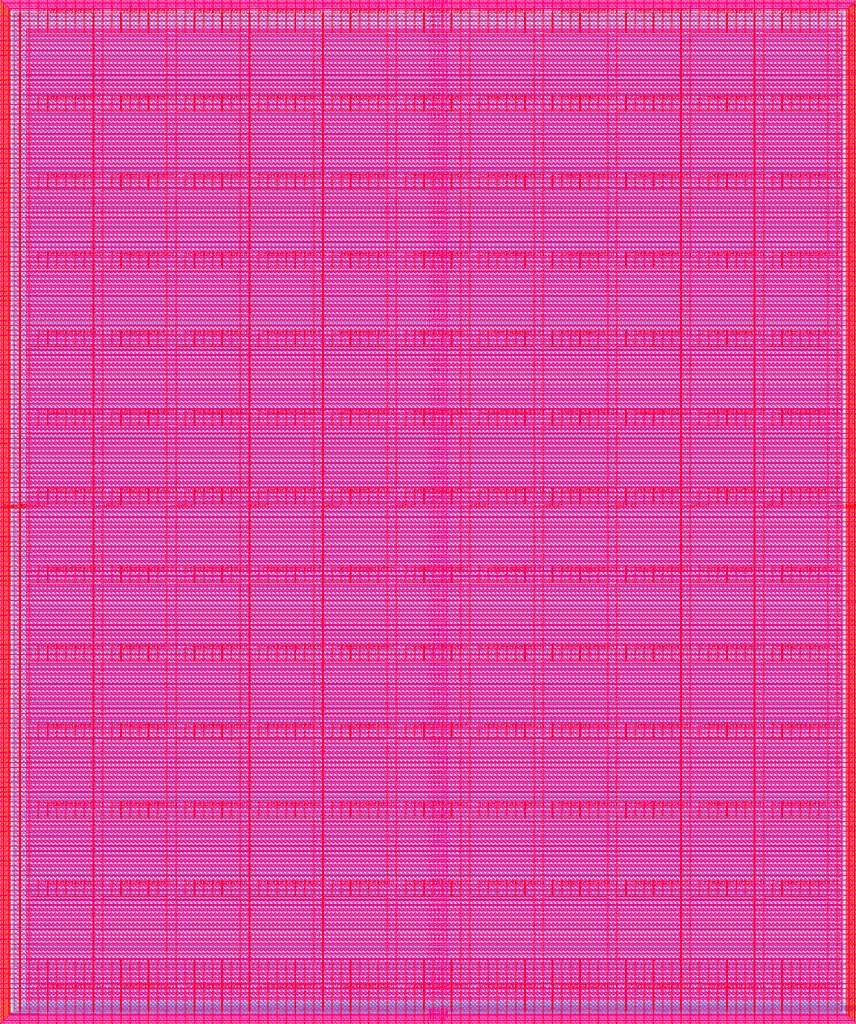
<source format=lef>
VERSION 5.7 ;
  NOWIREEXTENSIONATPIN ON ;
  DIVIDERCHAR "/" ;
  BUSBITCHARS "[]" ;
MACRO user_project_wrapper
  CLASS BLOCK ;
  FOREIGN user_project_wrapper ;
  ORIGIN 0.000 0.000 ;
  SIZE 2920.000 BY 3520.000 ;
  PIN analog_io[0]
    DIRECTION INOUT ;
    USE SIGNAL ;
    PORT
      LAYER met3 ;
        RECT 2917.600 1426.380 2924.800 1427.580 ;
    END
  END analog_io[0]
  PIN analog_io[10]
    DIRECTION INOUT ;
    USE SIGNAL ;
    PORT
      LAYER met2 ;
        RECT 2230.490 3517.600 2231.050 3524.800 ;
    END
  END analog_io[10]
  PIN analog_io[11]
    DIRECTION INOUT ;
    USE SIGNAL ;
    PORT
      LAYER met2 ;
        RECT 1905.730 3517.600 1906.290 3524.800 ;
    END
  END analog_io[11]
  PIN analog_io[12]
    DIRECTION INOUT ;
    USE SIGNAL ;
    PORT
      LAYER met2 ;
        RECT 1581.430 3517.600 1581.990 3524.800 ;
    END
  END analog_io[12]
  PIN analog_io[13]
    DIRECTION INOUT ;
    USE SIGNAL ;
    PORT
      LAYER met2 ;
        RECT 1257.130 3517.600 1257.690 3524.800 ;
    END
  END analog_io[13]
  PIN analog_io[14]
    DIRECTION INOUT ;
    USE SIGNAL ;
    PORT
      LAYER met2 ;
        RECT 932.370 3517.600 932.930 3524.800 ;
    END
  END analog_io[14]
  PIN analog_io[15]
    DIRECTION INOUT ;
    USE SIGNAL ;
    PORT
      LAYER met2 ;
        RECT 608.070 3517.600 608.630 3524.800 ;
    END
  END analog_io[15]
  PIN analog_io[16]
    DIRECTION INOUT ;
    USE SIGNAL ;
    PORT
      LAYER met2 ;
        RECT 283.770 3517.600 284.330 3524.800 ;
    END
  END analog_io[16]
  PIN analog_io[17]
    DIRECTION INOUT ;
    USE SIGNAL ;
    PORT
      LAYER met3 ;
        RECT -4.800 3486.100 2.400 3487.300 ;
    END
  END analog_io[17]
  PIN analog_io[18]
    DIRECTION INOUT ;
    USE SIGNAL ;
    PORT
      LAYER met3 ;
        RECT -4.800 3224.980 2.400 3226.180 ;
    END
  END analog_io[18]
  PIN analog_io[19]
    DIRECTION INOUT ;
    USE SIGNAL ;
    PORT
      LAYER met3 ;
        RECT -4.800 2964.540 2.400 2965.740 ;
    END
  END analog_io[19]
  PIN analog_io[1]
    DIRECTION INOUT ;
    USE SIGNAL ;
    PORT
      LAYER met3 ;
        RECT 2917.600 1692.260 2924.800 1693.460 ;
    END
  END analog_io[1]
  PIN analog_io[20]
    DIRECTION INOUT ;
    USE SIGNAL ;
    PORT
      LAYER met3 ;
        RECT -4.800 2703.420 2.400 2704.620 ;
    END
  END analog_io[20]
  PIN analog_io[21]
    DIRECTION INOUT ;
    USE SIGNAL ;
    PORT
      LAYER met3 ;
        RECT -4.800 2442.980 2.400 2444.180 ;
    END
  END analog_io[21]
  PIN analog_io[22]
    DIRECTION INOUT ;
    USE SIGNAL ;
    PORT
      LAYER met3 ;
        RECT -4.800 2182.540 2.400 2183.740 ;
    END
  END analog_io[22]
  PIN analog_io[23]
    DIRECTION INOUT ;
    USE SIGNAL ;
    PORT
      LAYER met3 ;
        RECT -4.800 1921.420 2.400 1922.620 ;
    END
  END analog_io[23]
  PIN analog_io[24]
    DIRECTION INOUT ;
    USE SIGNAL ;
    PORT
      LAYER met3 ;
        RECT -4.800 1660.980 2.400 1662.180 ;
    END
  END analog_io[24]
  PIN analog_io[25]
    DIRECTION INOUT ;
    USE SIGNAL ;
    PORT
      LAYER met3 ;
        RECT -4.800 1399.860 2.400 1401.060 ;
    END
  END analog_io[25]
  PIN analog_io[26]
    DIRECTION INOUT ;
    USE SIGNAL ;
    PORT
      LAYER met3 ;
        RECT -4.800 1139.420 2.400 1140.620 ;
    END
  END analog_io[26]
  PIN analog_io[27]
    DIRECTION INOUT ;
    USE SIGNAL ;
    PORT
      LAYER met3 ;
        RECT -4.800 878.980 2.400 880.180 ;
    END
  END analog_io[27]
  PIN analog_io[28]
    DIRECTION INOUT ;
    USE SIGNAL ;
    PORT
      LAYER met3 ;
        RECT -4.800 617.860 2.400 619.060 ;
    END
  END analog_io[28]
  PIN analog_io[2]
    DIRECTION INOUT ;
    USE SIGNAL ;
    PORT
      LAYER met3 ;
        RECT 2917.600 1958.140 2924.800 1959.340 ;
    END
  END analog_io[2]
  PIN analog_io[3]
    DIRECTION INOUT ;
    USE SIGNAL ;
    PORT
      LAYER met3 ;
        RECT 2917.600 2223.340 2924.800 2224.540 ;
    END
  END analog_io[3]
  PIN analog_io[4]
    DIRECTION INOUT ;
    USE SIGNAL ;
    PORT
      LAYER met3 ;
        RECT 2917.600 2489.220 2924.800 2490.420 ;
    END
  END analog_io[4]
  PIN analog_io[5]
    DIRECTION INOUT ;
    USE SIGNAL ;
    PORT
      LAYER met3 ;
        RECT 2917.600 2755.100 2924.800 2756.300 ;
    END
  END analog_io[5]
  PIN analog_io[6]
    DIRECTION INOUT ;
    USE SIGNAL ;
    PORT
      LAYER met3 ;
        RECT 2917.600 3020.300 2924.800 3021.500 ;
    END
  END analog_io[6]
  PIN analog_io[7]
    DIRECTION INOUT ;
    USE SIGNAL ;
    PORT
      LAYER met3 ;
        RECT 2917.600 3286.180 2924.800 3287.380 ;
    END
  END analog_io[7]
  PIN analog_io[8]
    DIRECTION INOUT ;
    USE SIGNAL ;
    PORT
      LAYER met2 ;
        RECT 2879.090 3517.600 2879.650 3524.800 ;
    END
  END analog_io[8]
  PIN analog_io[9]
    DIRECTION INOUT ;
    USE SIGNAL ;
    PORT
      LAYER met2 ;
        RECT 2554.790 3517.600 2555.350 3524.800 ;
    END
  END analog_io[9]
  PIN io_in[0]
    DIRECTION INPUT ;
    USE SIGNAL ;
    PORT
      LAYER met3 ;
        RECT 2917.600 32.380 2924.800 33.580 ;
    END
  END io_in[0]
  PIN io_in[10]
    DIRECTION INPUT ;
    USE SIGNAL ;
    PORT
      LAYER met3 ;
        RECT 2917.600 2289.980 2924.800 2291.180 ;
    END
  END io_in[10]
  PIN io_in[11]
    DIRECTION INPUT ;
    USE SIGNAL ;
    PORT
      LAYER met3 ;
        RECT 2917.600 2555.860 2924.800 2557.060 ;
    END
  END io_in[11]
  PIN io_in[12]
    DIRECTION INPUT ;
    USE SIGNAL ;
    PORT
      LAYER met3 ;
        RECT 2917.600 2821.060 2924.800 2822.260 ;
    END
  END io_in[12]
  PIN io_in[13]
    DIRECTION INPUT ;
    USE SIGNAL ;
    PORT
      LAYER met3 ;
        RECT 2917.600 3086.940 2924.800 3088.140 ;
    END
  END io_in[13]
  PIN io_in[14]
    DIRECTION INPUT ;
    USE SIGNAL ;
    PORT
      LAYER met3 ;
        RECT 2917.600 3352.820 2924.800 3354.020 ;
    END
  END io_in[14]
  PIN io_in[15]
    DIRECTION INPUT ;
    USE SIGNAL ;
    PORT
      LAYER met2 ;
        RECT 2798.130 3517.600 2798.690 3524.800 ;
    END
  END io_in[15]
  PIN io_in[16]
    DIRECTION INPUT ;
    USE SIGNAL ;
    PORT
      LAYER met2 ;
        RECT 2473.830 3517.600 2474.390 3524.800 ;
    END
  END io_in[16]
  PIN io_in[17]
    DIRECTION INPUT ;
    USE SIGNAL ;
    PORT
      LAYER met2 ;
        RECT 2149.070 3517.600 2149.630 3524.800 ;
    END
  END io_in[17]
  PIN io_in[18]
    DIRECTION INPUT ;
    USE SIGNAL ;
    PORT
      LAYER met2 ;
        RECT 1824.770 3517.600 1825.330 3524.800 ;
    END
  END io_in[18]
  PIN io_in[19]
    DIRECTION INPUT ;
    USE SIGNAL ;
    PORT
      LAYER met2 ;
        RECT 1500.470 3517.600 1501.030 3524.800 ;
    END
  END io_in[19]
  PIN io_in[1]
    DIRECTION INPUT ;
    USE SIGNAL ;
    PORT
      LAYER met3 ;
        RECT 2917.600 230.940 2924.800 232.140 ;
    END
  END io_in[1]
  PIN io_in[20]
    DIRECTION INPUT ;
    USE SIGNAL ;
    PORT
      LAYER met2 ;
        RECT 1175.710 3517.600 1176.270 3524.800 ;
    END
  END io_in[20]
  PIN io_in[21]
    DIRECTION INPUT ;
    USE SIGNAL ;
    PORT
      LAYER met2 ;
        RECT 851.410 3517.600 851.970 3524.800 ;
    END
  END io_in[21]
  PIN io_in[22]
    DIRECTION INPUT ;
    USE SIGNAL ;
    PORT
      LAYER met2 ;
        RECT 527.110 3517.600 527.670 3524.800 ;
    END
  END io_in[22]
  PIN io_in[23]
    DIRECTION INPUT ;
    USE SIGNAL ;
    PORT
      LAYER met2 ;
        RECT 202.350 3517.600 202.910 3524.800 ;
    END
  END io_in[23]
  PIN io_in[24]
    DIRECTION INPUT ;
    USE SIGNAL ;
    PORT
      LAYER met3 ;
        RECT -4.800 3420.820 2.400 3422.020 ;
    END
  END io_in[24]
  PIN io_in[25]
    DIRECTION INPUT ;
    USE SIGNAL ;
    PORT
      LAYER met3 ;
        RECT -4.800 3159.700 2.400 3160.900 ;
    END
  END io_in[25]
  PIN io_in[26]
    DIRECTION INPUT ;
    USE SIGNAL ;
    PORT
      LAYER met3 ;
        RECT -4.800 2899.260 2.400 2900.460 ;
    END
  END io_in[26]
  PIN io_in[27]
    DIRECTION INPUT ;
    USE SIGNAL ;
    PORT
      LAYER met3 ;
        RECT -4.800 2638.820 2.400 2640.020 ;
    END
  END io_in[27]
  PIN io_in[28]
    DIRECTION INPUT ;
    USE SIGNAL ;
    PORT
      LAYER met3 ;
        RECT -4.800 2377.700 2.400 2378.900 ;
    END
  END io_in[28]
  PIN io_in[29]
    DIRECTION INPUT ;
    USE SIGNAL ;
    PORT
      LAYER met3 ;
        RECT -4.800 2117.260 2.400 2118.460 ;
    END
  END io_in[29]
  PIN io_in[2]
    DIRECTION INPUT ;
    USE SIGNAL ;
    PORT
      LAYER met3 ;
        RECT 2917.600 430.180 2924.800 431.380 ;
    END
  END io_in[2]
  PIN io_in[30]
    DIRECTION INPUT ;
    USE SIGNAL ;
    PORT
      LAYER met3 ;
        RECT -4.800 1856.140 2.400 1857.340 ;
    END
  END io_in[30]
  PIN io_in[31]
    DIRECTION INPUT ;
    USE SIGNAL ;
    PORT
      LAYER met3 ;
        RECT -4.800 1595.700 2.400 1596.900 ;
    END
  END io_in[31]
  PIN io_in[32]
    DIRECTION INPUT ;
    USE SIGNAL ;
    PORT
      LAYER met3 ;
        RECT -4.800 1335.260 2.400 1336.460 ;
    END
  END io_in[32]
  PIN io_in[33]
    DIRECTION INPUT ;
    USE SIGNAL ;
    PORT
      LAYER met3 ;
        RECT -4.800 1074.140 2.400 1075.340 ;
    END
  END io_in[33]
  PIN io_in[34]
    DIRECTION INPUT ;
    USE SIGNAL ;
    PORT
      LAYER met3 ;
        RECT -4.800 813.700 2.400 814.900 ;
    END
  END io_in[34]
  PIN io_in[35]
    DIRECTION INPUT ;
    USE SIGNAL ;
    PORT
      LAYER met3 ;
        RECT -4.800 552.580 2.400 553.780 ;
    END
  END io_in[35]
  PIN io_in[36]
    DIRECTION INPUT ;
    USE SIGNAL ;
    PORT
      LAYER met3 ;
        RECT -4.800 357.420 2.400 358.620 ;
    END
  END io_in[36]
  PIN io_in[37]
    DIRECTION INPUT ;
    USE SIGNAL ;
    PORT
      LAYER met3 ;
        RECT -4.800 161.580 2.400 162.780 ;
    END
  END io_in[37]
  PIN io_in[3]
    DIRECTION INPUT ;
    USE SIGNAL ;
    PORT
      LAYER met3 ;
        RECT 2917.600 629.420 2924.800 630.620 ;
    END
  END io_in[3]
  PIN io_in[4]
    DIRECTION INPUT ;
    USE SIGNAL ;
    PORT
      LAYER met3 ;
        RECT 2917.600 828.660 2924.800 829.860 ;
    END
  END io_in[4]
  PIN io_in[5]
    DIRECTION INPUT ;
    USE SIGNAL ;
    PORT
      LAYER met3 ;
        RECT 2917.600 1027.900 2924.800 1029.100 ;
    END
  END io_in[5]
  PIN io_in[6]
    DIRECTION INPUT ;
    USE SIGNAL ;
    PORT
      LAYER met3 ;
        RECT 2917.600 1227.140 2924.800 1228.340 ;
    END
  END io_in[6]
  PIN io_in[7]
    DIRECTION INPUT ;
    USE SIGNAL ;
    PORT
      LAYER met3 ;
        RECT 2917.600 1493.020 2924.800 1494.220 ;
    END
  END io_in[7]
  PIN io_in[8]
    DIRECTION INPUT ;
    USE SIGNAL ;
    PORT
      LAYER met3 ;
        RECT 2917.600 1758.900 2924.800 1760.100 ;
    END
  END io_in[8]
  PIN io_in[9]
    DIRECTION INPUT ;
    USE SIGNAL ;
    PORT
      LAYER met3 ;
        RECT 2917.600 2024.100 2924.800 2025.300 ;
    END
  END io_in[9]
  PIN io_oeb[0]
    DIRECTION OUTPUT TRISTATE ;
    USE SIGNAL ;
    PORT
      LAYER met3 ;
        RECT 2917.600 164.980 2924.800 166.180 ;
    END
  END io_oeb[0]
  PIN io_oeb[10]
    DIRECTION OUTPUT TRISTATE ;
    USE SIGNAL ;
    PORT
      LAYER met3 ;
        RECT 2917.600 2422.580 2924.800 2423.780 ;
    END
  END io_oeb[10]
  PIN io_oeb[11]
    DIRECTION OUTPUT TRISTATE ;
    USE SIGNAL ;
    PORT
      LAYER met3 ;
        RECT 2917.600 2688.460 2924.800 2689.660 ;
    END
  END io_oeb[11]
  PIN io_oeb[12]
    DIRECTION OUTPUT TRISTATE ;
    USE SIGNAL ;
    PORT
      LAYER met3 ;
        RECT 2917.600 2954.340 2924.800 2955.540 ;
    END
  END io_oeb[12]
  PIN io_oeb[13]
    DIRECTION OUTPUT TRISTATE ;
    USE SIGNAL ;
    PORT
      LAYER met3 ;
        RECT 2917.600 3219.540 2924.800 3220.740 ;
    END
  END io_oeb[13]
  PIN io_oeb[14]
    DIRECTION OUTPUT TRISTATE ;
    USE SIGNAL ;
    PORT
      LAYER met3 ;
        RECT 2917.600 3485.420 2924.800 3486.620 ;
    END
  END io_oeb[14]
  PIN io_oeb[15]
    DIRECTION OUTPUT TRISTATE ;
    USE SIGNAL ;
    PORT
      LAYER met2 ;
        RECT 2635.750 3517.600 2636.310 3524.800 ;
    END
  END io_oeb[15]
  PIN io_oeb[16]
    DIRECTION OUTPUT TRISTATE ;
    USE SIGNAL ;
    PORT
      LAYER met2 ;
        RECT 2311.450 3517.600 2312.010 3524.800 ;
    END
  END io_oeb[16]
  PIN io_oeb[17]
    DIRECTION OUTPUT TRISTATE ;
    USE SIGNAL ;
    PORT
      LAYER met2 ;
        RECT 1987.150 3517.600 1987.710 3524.800 ;
    END
  END io_oeb[17]
  PIN io_oeb[18]
    DIRECTION OUTPUT TRISTATE ;
    USE SIGNAL ;
    PORT
      LAYER met2 ;
        RECT 1662.390 3517.600 1662.950 3524.800 ;
    END
  END io_oeb[18]
  PIN io_oeb[19]
    DIRECTION OUTPUT TRISTATE ;
    USE SIGNAL ;
    PORT
      LAYER met2 ;
        RECT 1338.090 3517.600 1338.650 3524.800 ;
    END
  END io_oeb[19]
  PIN io_oeb[1]
    DIRECTION OUTPUT TRISTATE ;
    USE SIGNAL ;
    PORT
      LAYER met3 ;
        RECT 2917.600 364.220 2924.800 365.420 ;
    END
  END io_oeb[1]
  PIN io_oeb[20]
    DIRECTION OUTPUT TRISTATE ;
    USE SIGNAL ;
    PORT
      LAYER met2 ;
        RECT 1013.790 3517.600 1014.350 3524.800 ;
    END
  END io_oeb[20]
  PIN io_oeb[21]
    DIRECTION OUTPUT TRISTATE ;
    USE SIGNAL ;
    PORT
      LAYER met2 ;
        RECT 689.030 3517.600 689.590 3524.800 ;
    END
  END io_oeb[21]
  PIN io_oeb[22]
    DIRECTION OUTPUT TRISTATE ;
    USE SIGNAL ;
    PORT
      LAYER met2 ;
        RECT 364.730 3517.600 365.290 3524.800 ;
    END
  END io_oeb[22]
  PIN io_oeb[23]
    DIRECTION OUTPUT TRISTATE ;
    USE SIGNAL ;
    PORT
      LAYER met2 ;
        RECT 40.430 3517.600 40.990 3524.800 ;
    END
  END io_oeb[23]
  PIN io_oeb[24]
    DIRECTION OUTPUT TRISTATE ;
    USE SIGNAL ;
    PORT
      LAYER met3 ;
        RECT -4.800 3290.260 2.400 3291.460 ;
    END
  END io_oeb[24]
  PIN io_oeb[25]
    DIRECTION OUTPUT TRISTATE ;
    USE SIGNAL ;
    PORT
      LAYER met3 ;
        RECT -4.800 3029.820 2.400 3031.020 ;
    END
  END io_oeb[25]
  PIN io_oeb[26]
    DIRECTION OUTPUT TRISTATE ;
    USE SIGNAL ;
    PORT
      LAYER met3 ;
        RECT -4.800 2768.700 2.400 2769.900 ;
    END
  END io_oeb[26]
  PIN io_oeb[27]
    DIRECTION OUTPUT TRISTATE ;
    USE SIGNAL ;
    PORT
      LAYER met3 ;
        RECT -4.800 2508.260 2.400 2509.460 ;
    END
  END io_oeb[27]
  PIN io_oeb[28]
    DIRECTION OUTPUT TRISTATE ;
    USE SIGNAL ;
    PORT
      LAYER met3 ;
        RECT -4.800 2247.140 2.400 2248.340 ;
    END
  END io_oeb[28]
  PIN io_oeb[29]
    DIRECTION OUTPUT TRISTATE ;
    USE SIGNAL ;
    PORT
      LAYER met3 ;
        RECT -4.800 1986.700 2.400 1987.900 ;
    END
  END io_oeb[29]
  PIN io_oeb[2]
    DIRECTION OUTPUT TRISTATE ;
    USE SIGNAL ;
    PORT
      LAYER met3 ;
        RECT 2917.600 563.460 2924.800 564.660 ;
    END
  END io_oeb[2]
  PIN io_oeb[30]
    DIRECTION OUTPUT TRISTATE ;
    USE SIGNAL ;
    PORT
      LAYER met3 ;
        RECT -4.800 1726.260 2.400 1727.460 ;
    END
  END io_oeb[30]
  PIN io_oeb[31]
    DIRECTION OUTPUT TRISTATE ;
    USE SIGNAL ;
    PORT
      LAYER met3 ;
        RECT -4.800 1465.140 2.400 1466.340 ;
    END
  END io_oeb[31]
  PIN io_oeb[32]
    DIRECTION OUTPUT TRISTATE ;
    USE SIGNAL ;
    PORT
      LAYER met3 ;
        RECT -4.800 1204.700 2.400 1205.900 ;
    END
  END io_oeb[32]
  PIN io_oeb[33]
    DIRECTION OUTPUT TRISTATE ;
    USE SIGNAL ;
    PORT
      LAYER met3 ;
        RECT -4.800 943.580 2.400 944.780 ;
    END
  END io_oeb[33]
  PIN io_oeb[34]
    DIRECTION OUTPUT TRISTATE ;
    USE SIGNAL ;
    PORT
      LAYER met3 ;
        RECT -4.800 683.140 2.400 684.340 ;
    END
  END io_oeb[34]
  PIN io_oeb[35]
    DIRECTION OUTPUT TRISTATE ;
    USE SIGNAL ;
    PORT
      LAYER met3 ;
        RECT -4.800 422.700 2.400 423.900 ;
    END
  END io_oeb[35]
  PIN io_oeb[36]
    DIRECTION OUTPUT TRISTATE ;
    USE SIGNAL ;
    PORT
      LAYER met3 ;
        RECT -4.800 226.860 2.400 228.060 ;
    END
  END io_oeb[36]
  PIN io_oeb[37]
    DIRECTION OUTPUT TRISTATE ;
    USE SIGNAL ;
    PORT
      LAYER met3 ;
        RECT -4.800 31.700 2.400 32.900 ;
    END
  END io_oeb[37]
  PIN io_oeb[3]
    DIRECTION OUTPUT TRISTATE ;
    USE SIGNAL ;
    PORT
      LAYER met3 ;
        RECT 2917.600 762.700 2924.800 763.900 ;
    END
  END io_oeb[3]
  PIN io_oeb[4]
    DIRECTION OUTPUT TRISTATE ;
    USE SIGNAL ;
    PORT
      LAYER met3 ;
        RECT 2917.600 961.940 2924.800 963.140 ;
    END
  END io_oeb[4]
  PIN io_oeb[5]
    DIRECTION OUTPUT TRISTATE ;
    USE SIGNAL ;
    PORT
      LAYER met3 ;
        RECT 2917.600 1161.180 2924.800 1162.380 ;
    END
  END io_oeb[5]
  PIN io_oeb[6]
    DIRECTION OUTPUT TRISTATE ;
    USE SIGNAL ;
    PORT
      LAYER met3 ;
        RECT 2917.600 1360.420 2924.800 1361.620 ;
    END
  END io_oeb[6]
  PIN io_oeb[7]
    DIRECTION OUTPUT TRISTATE ;
    USE SIGNAL ;
    PORT
      LAYER met3 ;
        RECT 2917.600 1625.620 2924.800 1626.820 ;
    END
  END io_oeb[7]
  PIN io_oeb[8]
    DIRECTION OUTPUT TRISTATE ;
    USE SIGNAL ;
    PORT
      LAYER met3 ;
        RECT 2917.600 1891.500 2924.800 1892.700 ;
    END
  END io_oeb[8]
  PIN io_oeb[9]
    DIRECTION OUTPUT TRISTATE ;
    USE SIGNAL ;
    PORT
      LAYER met3 ;
        RECT 2917.600 2157.380 2924.800 2158.580 ;
    END
  END io_oeb[9]
  PIN io_out[0]
    DIRECTION OUTPUT TRISTATE ;
    USE SIGNAL ;
    PORT
      LAYER met3 ;
        RECT 2917.600 98.340 2924.800 99.540 ;
    END
  END io_out[0]
  PIN io_out[10]
    DIRECTION OUTPUT TRISTATE ;
    USE SIGNAL ;
    PORT
      LAYER met3 ;
        RECT 2917.600 2356.620 2924.800 2357.820 ;
    END
  END io_out[10]
  PIN io_out[11]
    DIRECTION OUTPUT TRISTATE ;
    USE SIGNAL ;
    PORT
      LAYER met3 ;
        RECT 2917.600 2621.820 2924.800 2623.020 ;
    END
  END io_out[11]
  PIN io_out[12]
    DIRECTION OUTPUT TRISTATE ;
    USE SIGNAL ;
    PORT
      LAYER met3 ;
        RECT 2917.600 2887.700 2924.800 2888.900 ;
    END
  END io_out[12]
  PIN io_out[13]
    DIRECTION OUTPUT TRISTATE ;
    USE SIGNAL ;
    PORT
      LAYER met3 ;
        RECT 2917.600 3153.580 2924.800 3154.780 ;
    END
  END io_out[13]
  PIN io_out[14]
    DIRECTION OUTPUT TRISTATE ;
    USE SIGNAL ;
    PORT
      LAYER met3 ;
        RECT 2917.600 3418.780 2924.800 3419.980 ;
    END
  END io_out[14]
  PIN io_out[15]
    DIRECTION OUTPUT TRISTATE ;
    USE SIGNAL ;
    PORT
      LAYER met2 ;
        RECT 2717.170 3517.600 2717.730 3524.800 ;
    END
  END io_out[15]
  PIN io_out[16]
    DIRECTION OUTPUT TRISTATE ;
    USE SIGNAL ;
    PORT
      LAYER met2 ;
        RECT 2392.410 3517.600 2392.970 3524.800 ;
    END
  END io_out[16]
  PIN io_out[17]
    DIRECTION OUTPUT TRISTATE ;
    USE SIGNAL ;
    PORT
      LAYER met2 ;
        RECT 2068.110 3517.600 2068.670 3524.800 ;
    END
  END io_out[17]
  PIN io_out[18]
    DIRECTION OUTPUT TRISTATE ;
    USE SIGNAL ;
    PORT
      LAYER met2 ;
        RECT 1743.810 3517.600 1744.370 3524.800 ;
    END
  END io_out[18]
  PIN io_out[19]
    DIRECTION OUTPUT TRISTATE ;
    USE SIGNAL ;
    PORT
      LAYER met2 ;
        RECT 1419.050 3517.600 1419.610 3524.800 ;
    END
  END io_out[19]
  PIN io_out[1]
    DIRECTION OUTPUT TRISTATE ;
    USE SIGNAL ;
    PORT
      LAYER met3 ;
        RECT 2917.600 297.580 2924.800 298.780 ;
    END
  END io_out[1]
  PIN io_out[20]
    DIRECTION OUTPUT TRISTATE ;
    USE SIGNAL ;
    PORT
      LAYER met2 ;
        RECT 1094.750 3517.600 1095.310 3524.800 ;
    END
  END io_out[20]
  PIN io_out[21]
    DIRECTION OUTPUT TRISTATE ;
    USE SIGNAL ;
    PORT
      LAYER met2 ;
        RECT 770.450 3517.600 771.010 3524.800 ;
    END
  END io_out[21]
  PIN io_out[22]
    DIRECTION OUTPUT TRISTATE ;
    USE SIGNAL ;
    PORT
      LAYER met2 ;
        RECT 445.690 3517.600 446.250 3524.800 ;
    END
  END io_out[22]
  PIN io_out[23]
    DIRECTION OUTPUT TRISTATE ;
    USE SIGNAL ;
    PORT
      LAYER met2 ;
        RECT 121.390 3517.600 121.950 3524.800 ;
    END
  END io_out[23]
  PIN io_out[24]
    DIRECTION OUTPUT TRISTATE ;
    USE SIGNAL ;
    PORT
      LAYER met3 ;
        RECT -4.800 3355.540 2.400 3356.740 ;
    END
  END io_out[24]
  PIN io_out[25]
    DIRECTION OUTPUT TRISTATE ;
    USE SIGNAL ;
    PORT
      LAYER met3 ;
        RECT -4.800 3095.100 2.400 3096.300 ;
    END
  END io_out[25]
  PIN io_out[26]
    DIRECTION OUTPUT TRISTATE ;
    USE SIGNAL ;
    PORT
      LAYER met3 ;
        RECT -4.800 2833.980 2.400 2835.180 ;
    END
  END io_out[26]
  PIN io_out[27]
    DIRECTION OUTPUT TRISTATE ;
    USE SIGNAL ;
    PORT
      LAYER met3 ;
        RECT -4.800 2573.540 2.400 2574.740 ;
    END
  END io_out[27]
  PIN io_out[28]
    DIRECTION OUTPUT TRISTATE ;
    USE SIGNAL ;
    PORT
      LAYER met3 ;
        RECT -4.800 2312.420 2.400 2313.620 ;
    END
  END io_out[28]
  PIN io_out[29]
    DIRECTION OUTPUT TRISTATE ;
    USE SIGNAL ;
    PORT
      LAYER met3 ;
        RECT -4.800 2051.980 2.400 2053.180 ;
    END
  END io_out[29]
  PIN io_out[2]
    DIRECTION OUTPUT TRISTATE ;
    USE SIGNAL ;
    PORT
      LAYER met3 ;
        RECT 2917.600 496.820 2924.800 498.020 ;
    END
  END io_out[2]
  PIN io_out[30]
    DIRECTION OUTPUT TRISTATE ;
    USE SIGNAL ;
    PORT
      LAYER met3 ;
        RECT -4.800 1791.540 2.400 1792.740 ;
    END
  END io_out[30]
  PIN io_out[31]
    DIRECTION OUTPUT TRISTATE ;
    USE SIGNAL ;
    PORT
      LAYER met3 ;
        RECT -4.800 1530.420 2.400 1531.620 ;
    END
  END io_out[31]
  PIN io_out[32]
    DIRECTION OUTPUT TRISTATE ;
    USE SIGNAL ;
    PORT
      LAYER met3 ;
        RECT -4.800 1269.980 2.400 1271.180 ;
    END
  END io_out[32]
  PIN io_out[33]
    DIRECTION OUTPUT TRISTATE ;
    USE SIGNAL ;
    PORT
      LAYER met3 ;
        RECT -4.800 1008.860 2.400 1010.060 ;
    END
  END io_out[33]
  PIN io_out[34]
    DIRECTION OUTPUT TRISTATE ;
    USE SIGNAL ;
    PORT
      LAYER met3 ;
        RECT -4.800 748.420 2.400 749.620 ;
    END
  END io_out[34]
  PIN io_out[35]
    DIRECTION OUTPUT TRISTATE ;
    USE SIGNAL ;
    PORT
      LAYER met3 ;
        RECT -4.800 487.300 2.400 488.500 ;
    END
  END io_out[35]
  PIN io_out[36]
    DIRECTION OUTPUT TRISTATE ;
    USE SIGNAL ;
    PORT
      LAYER met3 ;
        RECT -4.800 292.140 2.400 293.340 ;
    END
  END io_out[36]
  PIN io_out[37]
    DIRECTION OUTPUT TRISTATE ;
    USE SIGNAL ;
    PORT
      LAYER met3 ;
        RECT -4.800 96.300 2.400 97.500 ;
    END
  END io_out[37]
  PIN io_out[3]
    DIRECTION OUTPUT TRISTATE ;
    USE SIGNAL ;
    PORT
      LAYER met3 ;
        RECT 2917.600 696.060 2924.800 697.260 ;
    END
  END io_out[3]
  PIN io_out[4]
    DIRECTION OUTPUT TRISTATE ;
    USE SIGNAL ;
    PORT
      LAYER met3 ;
        RECT 2917.600 895.300 2924.800 896.500 ;
    END
  END io_out[4]
  PIN io_out[5]
    DIRECTION OUTPUT TRISTATE ;
    USE SIGNAL ;
    PORT
      LAYER met3 ;
        RECT 2917.600 1094.540 2924.800 1095.740 ;
    END
  END io_out[5]
  PIN io_out[6]
    DIRECTION OUTPUT TRISTATE ;
    USE SIGNAL ;
    PORT
      LAYER met3 ;
        RECT 2917.600 1293.780 2924.800 1294.980 ;
    END
  END io_out[6]
  PIN io_out[7]
    DIRECTION OUTPUT TRISTATE ;
    USE SIGNAL ;
    PORT
      LAYER met3 ;
        RECT 2917.600 1559.660 2924.800 1560.860 ;
    END
  END io_out[7]
  PIN io_out[8]
    DIRECTION OUTPUT TRISTATE ;
    USE SIGNAL ;
    PORT
      LAYER met3 ;
        RECT 2917.600 1824.860 2924.800 1826.060 ;
    END
  END io_out[8]
  PIN io_out[9]
    DIRECTION OUTPUT TRISTATE ;
    USE SIGNAL ;
    PORT
      LAYER met3 ;
        RECT 2917.600 2090.740 2924.800 2091.940 ;
    END
  END io_out[9]
  PIN la_data_in[0]
    DIRECTION INPUT ;
    USE SIGNAL ;
    PORT
      LAYER met2 ;
        RECT 629.230 -4.800 629.790 2.400 ;
    END
  END la_data_in[0]
  PIN la_data_in[100]
    DIRECTION INPUT ;
    USE SIGNAL ;
    PORT
      LAYER met2 ;
        RECT 2402.530 -4.800 2403.090 2.400 ;
    END
  END la_data_in[100]
  PIN la_data_in[101]
    DIRECTION INPUT ;
    USE SIGNAL ;
    PORT
      LAYER met2 ;
        RECT 2420.010 -4.800 2420.570 2.400 ;
    END
  END la_data_in[101]
  PIN la_data_in[102]
    DIRECTION INPUT ;
    USE SIGNAL ;
    PORT
      LAYER met2 ;
        RECT 2437.950 -4.800 2438.510 2.400 ;
    END
  END la_data_in[102]
  PIN la_data_in[103]
    DIRECTION INPUT ;
    USE SIGNAL ;
    PORT
      LAYER met2 ;
        RECT 2455.430 -4.800 2455.990 2.400 ;
    END
  END la_data_in[103]
  PIN la_data_in[104]
    DIRECTION INPUT ;
    USE SIGNAL ;
    PORT
      LAYER met2 ;
        RECT 2473.370 -4.800 2473.930 2.400 ;
    END
  END la_data_in[104]
  PIN la_data_in[105]
    DIRECTION INPUT ;
    USE SIGNAL ;
    PORT
      LAYER met2 ;
        RECT 2490.850 -4.800 2491.410 2.400 ;
    END
  END la_data_in[105]
  PIN la_data_in[106]
    DIRECTION INPUT ;
    USE SIGNAL ;
    PORT
      LAYER met2 ;
        RECT 2508.790 -4.800 2509.350 2.400 ;
    END
  END la_data_in[106]
  PIN la_data_in[107]
    DIRECTION INPUT ;
    USE SIGNAL ;
    PORT
      LAYER met2 ;
        RECT 2526.730 -4.800 2527.290 2.400 ;
    END
  END la_data_in[107]
  PIN la_data_in[108]
    DIRECTION INPUT ;
    USE SIGNAL ;
    PORT
      LAYER met2 ;
        RECT 2544.210 -4.800 2544.770 2.400 ;
    END
  END la_data_in[108]
  PIN la_data_in[109]
    DIRECTION INPUT ;
    USE SIGNAL ;
    PORT
      LAYER met2 ;
        RECT 2562.150 -4.800 2562.710 2.400 ;
    END
  END la_data_in[109]
  PIN la_data_in[10]
    DIRECTION INPUT ;
    USE SIGNAL ;
    PORT
      LAYER met2 ;
        RECT 806.330 -4.800 806.890 2.400 ;
    END
  END la_data_in[10]
  PIN la_data_in[110]
    DIRECTION INPUT ;
    USE SIGNAL ;
    PORT
      LAYER met2 ;
        RECT 2579.630 -4.800 2580.190 2.400 ;
    END
  END la_data_in[110]
  PIN la_data_in[111]
    DIRECTION INPUT ;
    USE SIGNAL ;
    PORT
      LAYER met2 ;
        RECT 2597.570 -4.800 2598.130 2.400 ;
    END
  END la_data_in[111]
  PIN la_data_in[112]
    DIRECTION INPUT ;
    USE SIGNAL ;
    PORT
      LAYER met2 ;
        RECT 2615.050 -4.800 2615.610 2.400 ;
    END
  END la_data_in[112]
  PIN la_data_in[113]
    DIRECTION INPUT ;
    USE SIGNAL ;
    PORT
      LAYER met2 ;
        RECT 2632.990 -4.800 2633.550 2.400 ;
    END
  END la_data_in[113]
  PIN la_data_in[114]
    DIRECTION INPUT ;
    USE SIGNAL ;
    PORT
      LAYER met2 ;
        RECT 2650.470 -4.800 2651.030 2.400 ;
    END
  END la_data_in[114]
  PIN la_data_in[115]
    DIRECTION INPUT ;
    USE SIGNAL ;
    PORT
      LAYER met2 ;
        RECT 2668.410 -4.800 2668.970 2.400 ;
    END
  END la_data_in[115]
  PIN la_data_in[116]
    DIRECTION INPUT ;
    USE SIGNAL ;
    PORT
      LAYER met2 ;
        RECT 2685.890 -4.800 2686.450 2.400 ;
    END
  END la_data_in[116]
  PIN la_data_in[117]
    DIRECTION INPUT ;
    USE SIGNAL ;
    PORT
      LAYER met2 ;
        RECT 2703.830 -4.800 2704.390 2.400 ;
    END
  END la_data_in[117]
  PIN la_data_in[118]
    DIRECTION INPUT ;
    USE SIGNAL ;
    PORT
      LAYER met2 ;
        RECT 2721.770 -4.800 2722.330 2.400 ;
    END
  END la_data_in[118]
  PIN la_data_in[119]
    DIRECTION INPUT ;
    USE SIGNAL ;
    PORT
      LAYER met2 ;
        RECT 2739.250 -4.800 2739.810 2.400 ;
    END
  END la_data_in[119]
  PIN la_data_in[11]
    DIRECTION INPUT ;
    USE SIGNAL ;
    PORT
      LAYER met2 ;
        RECT 824.270 -4.800 824.830 2.400 ;
    END
  END la_data_in[11]
  PIN la_data_in[120]
    DIRECTION INPUT ;
    USE SIGNAL ;
    PORT
      LAYER met2 ;
        RECT 2757.190 -4.800 2757.750 2.400 ;
    END
  END la_data_in[120]
  PIN la_data_in[121]
    DIRECTION INPUT ;
    USE SIGNAL ;
    PORT
      LAYER met2 ;
        RECT 2774.670 -4.800 2775.230 2.400 ;
    END
  END la_data_in[121]
  PIN la_data_in[122]
    DIRECTION INPUT ;
    USE SIGNAL ;
    PORT
      LAYER met2 ;
        RECT 2792.610 -4.800 2793.170 2.400 ;
    END
  END la_data_in[122]
  PIN la_data_in[123]
    DIRECTION INPUT ;
    USE SIGNAL ;
    PORT
      LAYER met2 ;
        RECT 2810.090 -4.800 2810.650 2.400 ;
    END
  END la_data_in[123]
  PIN la_data_in[124]
    DIRECTION INPUT ;
    USE SIGNAL ;
    PORT
      LAYER met2 ;
        RECT 2828.030 -4.800 2828.590 2.400 ;
    END
  END la_data_in[124]
  PIN la_data_in[125]
    DIRECTION INPUT ;
    USE SIGNAL ;
    PORT
      LAYER met2 ;
        RECT 2845.510 -4.800 2846.070 2.400 ;
    END
  END la_data_in[125]
  PIN la_data_in[126]
    DIRECTION INPUT ;
    USE SIGNAL ;
    PORT
      LAYER met2 ;
        RECT 2863.450 -4.800 2864.010 2.400 ;
    END
  END la_data_in[126]
  PIN la_data_in[127]
    DIRECTION INPUT ;
    USE SIGNAL ;
    PORT
      LAYER met2 ;
        RECT 2881.390 -4.800 2881.950 2.400 ;
    END
  END la_data_in[127]
  PIN la_data_in[12]
    DIRECTION INPUT ;
    USE SIGNAL ;
    PORT
      LAYER met2 ;
        RECT 841.750 -4.800 842.310 2.400 ;
    END
  END la_data_in[12]
  PIN la_data_in[13]
    DIRECTION INPUT ;
    USE SIGNAL ;
    PORT
      LAYER met2 ;
        RECT 859.690 -4.800 860.250 2.400 ;
    END
  END la_data_in[13]
  PIN la_data_in[14]
    DIRECTION INPUT ;
    USE SIGNAL ;
    PORT
      LAYER met2 ;
        RECT 877.170 -4.800 877.730 2.400 ;
    END
  END la_data_in[14]
  PIN la_data_in[15]
    DIRECTION INPUT ;
    USE SIGNAL ;
    PORT
      LAYER met2 ;
        RECT 895.110 -4.800 895.670 2.400 ;
    END
  END la_data_in[15]
  PIN la_data_in[16]
    DIRECTION INPUT ;
    USE SIGNAL ;
    PORT
      LAYER met2 ;
        RECT 912.590 -4.800 913.150 2.400 ;
    END
  END la_data_in[16]
  PIN la_data_in[17]
    DIRECTION INPUT ;
    USE SIGNAL ;
    PORT
      LAYER met2 ;
        RECT 930.530 -4.800 931.090 2.400 ;
    END
  END la_data_in[17]
  PIN la_data_in[18]
    DIRECTION INPUT ;
    USE SIGNAL ;
    PORT
      LAYER met2 ;
        RECT 948.470 -4.800 949.030 2.400 ;
    END
  END la_data_in[18]
  PIN la_data_in[19]
    DIRECTION INPUT ;
    USE SIGNAL ;
    PORT
      LAYER met2 ;
        RECT 965.950 -4.800 966.510 2.400 ;
    END
  END la_data_in[19]
  PIN la_data_in[1]
    DIRECTION INPUT ;
    USE SIGNAL ;
    PORT
      LAYER met2 ;
        RECT 646.710 -4.800 647.270 2.400 ;
    END
  END la_data_in[1]
  PIN la_data_in[20]
    DIRECTION INPUT ;
    USE SIGNAL ;
    PORT
      LAYER met2 ;
        RECT 983.890 -4.800 984.450 2.400 ;
    END
  END la_data_in[20]
  PIN la_data_in[21]
    DIRECTION INPUT ;
    USE SIGNAL ;
    PORT
      LAYER met2 ;
        RECT 1001.370 -4.800 1001.930 2.400 ;
    END
  END la_data_in[21]
  PIN la_data_in[22]
    DIRECTION INPUT ;
    USE SIGNAL ;
    PORT
      LAYER met2 ;
        RECT 1019.310 -4.800 1019.870 2.400 ;
    END
  END la_data_in[22]
  PIN la_data_in[23]
    DIRECTION INPUT ;
    USE SIGNAL ;
    PORT
      LAYER met2 ;
        RECT 1036.790 -4.800 1037.350 2.400 ;
    END
  END la_data_in[23]
  PIN la_data_in[24]
    DIRECTION INPUT ;
    USE SIGNAL ;
    PORT
      LAYER met2 ;
        RECT 1054.730 -4.800 1055.290 2.400 ;
    END
  END la_data_in[24]
  PIN la_data_in[25]
    DIRECTION INPUT ;
    USE SIGNAL ;
    PORT
      LAYER met2 ;
        RECT 1072.210 -4.800 1072.770 2.400 ;
    END
  END la_data_in[25]
  PIN la_data_in[26]
    DIRECTION INPUT ;
    USE SIGNAL ;
    PORT
      LAYER met2 ;
        RECT 1090.150 -4.800 1090.710 2.400 ;
    END
  END la_data_in[26]
  PIN la_data_in[27]
    DIRECTION INPUT ;
    USE SIGNAL ;
    PORT
      LAYER met2 ;
        RECT 1107.630 -4.800 1108.190 2.400 ;
    END
  END la_data_in[27]
  PIN la_data_in[28]
    DIRECTION INPUT ;
    USE SIGNAL ;
    PORT
      LAYER met2 ;
        RECT 1125.570 -4.800 1126.130 2.400 ;
    END
  END la_data_in[28]
  PIN la_data_in[29]
    DIRECTION INPUT ;
    USE SIGNAL ;
    PORT
      LAYER met2 ;
        RECT 1143.510 -4.800 1144.070 2.400 ;
    END
  END la_data_in[29]
  PIN la_data_in[2]
    DIRECTION INPUT ;
    USE SIGNAL ;
    PORT
      LAYER met2 ;
        RECT 664.650 -4.800 665.210 2.400 ;
    END
  END la_data_in[2]
  PIN la_data_in[30]
    DIRECTION INPUT ;
    USE SIGNAL ;
    PORT
      LAYER met2 ;
        RECT 1160.990 -4.800 1161.550 2.400 ;
    END
  END la_data_in[30]
  PIN la_data_in[31]
    DIRECTION INPUT ;
    USE SIGNAL ;
    PORT
      LAYER met2 ;
        RECT 1178.930 -4.800 1179.490 2.400 ;
    END
  END la_data_in[31]
  PIN la_data_in[32]
    DIRECTION INPUT ;
    USE SIGNAL ;
    PORT
      LAYER met2 ;
        RECT 1196.410 -4.800 1196.970 2.400 ;
    END
  END la_data_in[32]
  PIN la_data_in[33]
    DIRECTION INPUT ;
    USE SIGNAL ;
    PORT
      LAYER met2 ;
        RECT 1214.350 -4.800 1214.910 2.400 ;
    END
  END la_data_in[33]
  PIN la_data_in[34]
    DIRECTION INPUT ;
    USE SIGNAL ;
    PORT
      LAYER met2 ;
        RECT 1231.830 -4.800 1232.390 2.400 ;
    END
  END la_data_in[34]
  PIN la_data_in[35]
    DIRECTION INPUT ;
    USE SIGNAL ;
    PORT
      LAYER met2 ;
        RECT 1249.770 -4.800 1250.330 2.400 ;
    END
  END la_data_in[35]
  PIN la_data_in[36]
    DIRECTION INPUT ;
    USE SIGNAL ;
    PORT
      LAYER met2 ;
        RECT 1267.250 -4.800 1267.810 2.400 ;
    END
  END la_data_in[36]
  PIN la_data_in[37]
    DIRECTION INPUT ;
    USE SIGNAL ;
    PORT
      LAYER met2 ;
        RECT 1285.190 -4.800 1285.750 2.400 ;
    END
  END la_data_in[37]
  PIN la_data_in[38]
    DIRECTION INPUT ;
    USE SIGNAL ;
    PORT
      LAYER met2 ;
        RECT 1303.130 -4.800 1303.690 2.400 ;
    END
  END la_data_in[38]
  PIN la_data_in[39]
    DIRECTION INPUT ;
    USE SIGNAL ;
    PORT
      LAYER met2 ;
        RECT 1320.610 -4.800 1321.170 2.400 ;
    END
  END la_data_in[39]
  PIN la_data_in[3]
    DIRECTION INPUT ;
    USE SIGNAL ;
    PORT
      LAYER met2 ;
        RECT 682.130 -4.800 682.690 2.400 ;
    END
  END la_data_in[3]
  PIN la_data_in[40]
    DIRECTION INPUT ;
    USE SIGNAL ;
    PORT
      LAYER met2 ;
        RECT 1338.550 -4.800 1339.110 2.400 ;
    END
  END la_data_in[40]
  PIN la_data_in[41]
    DIRECTION INPUT ;
    USE SIGNAL ;
    PORT
      LAYER met2 ;
        RECT 1356.030 -4.800 1356.590 2.400 ;
    END
  END la_data_in[41]
  PIN la_data_in[42]
    DIRECTION INPUT ;
    USE SIGNAL ;
    PORT
      LAYER met2 ;
        RECT 1373.970 -4.800 1374.530 2.400 ;
    END
  END la_data_in[42]
  PIN la_data_in[43]
    DIRECTION INPUT ;
    USE SIGNAL ;
    PORT
      LAYER met2 ;
        RECT 1391.450 -4.800 1392.010 2.400 ;
    END
  END la_data_in[43]
  PIN la_data_in[44]
    DIRECTION INPUT ;
    USE SIGNAL ;
    PORT
      LAYER met2 ;
        RECT 1409.390 -4.800 1409.950 2.400 ;
    END
  END la_data_in[44]
  PIN la_data_in[45]
    DIRECTION INPUT ;
    USE SIGNAL ;
    PORT
      LAYER met2 ;
        RECT 1426.870 -4.800 1427.430 2.400 ;
    END
  END la_data_in[45]
  PIN la_data_in[46]
    DIRECTION INPUT ;
    USE SIGNAL ;
    PORT
      LAYER met2 ;
        RECT 1444.810 -4.800 1445.370 2.400 ;
    END
  END la_data_in[46]
  PIN la_data_in[47]
    DIRECTION INPUT ;
    USE SIGNAL ;
    PORT
      LAYER met2 ;
        RECT 1462.750 -4.800 1463.310 2.400 ;
    END
  END la_data_in[47]
  PIN la_data_in[48]
    DIRECTION INPUT ;
    USE SIGNAL ;
    PORT
      LAYER met2 ;
        RECT 1480.230 -4.800 1480.790 2.400 ;
    END
  END la_data_in[48]
  PIN la_data_in[49]
    DIRECTION INPUT ;
    USE SIGNAL ;
    PORT
      LAYER met2 ;
        RECT 1498.170 -4.800 1498.730 2.400 ;
    END
  END la_data_in[49]
  PIN la_data_in[4]
    DIRECTION INPUT ;
    USE SIGNAL ;
    PORT
      LAYER met2 ;
        RECT 700.070 -4.800 700.630 2.400 ;
    END
  END la_data_in[4]
  PIN la_data_in[50]
    DIRECTION INPUT ;
    USE SIGNAL ;
    PORT
      LAYER met2 ;
        RECT 1515.650 -4.800 1516.210 2.400 ;
    END
  END la_data_in[50]
  PIN la_data_in[51]
    DIRECTION INPUT ;
    USE SIGNAL ;
    PORT
      LAYER met2 ;
        RECT 1533.590 -4.800 1534.150 2.400 ;
    END
  END la_data_in[51]
  PIN la_data_in[52]
    DIRECTION INPUT ;
    USE SIGNAL ;
    PORT
      LAYER met2 ;
        RECT 1551.070 -4.800 1551.630 2.400 ;
    END
  END la_data_in[52]
  PIN la_data_in[53]
    DIRECTION INPUT ;
    USE SIGNAL ;
    PORT
      LAYER met2 ;
        RECT 1569.010 -4.800 1569.570 2.400 ;
    END
  END la_data_in[53]
  PIN la_data_in[54]
    DIRECTION INPUT ;
    USE SIGNAL ;
    PORT
      LAYER met2 ;
        RECT 1586.490 -4.800 1587.050 2.400 ;
    END
  END la_data_in[54]
  PIN la_data_in[55]
    DIRECTION INPUT ;
    USE SIGNAL ;
    PORT
      LAYER met2 ;
        RECT 1604.430 -4.800 1604.990 2.400 ;
    END
  END la_data_in[55]
  PIN la_data_in[56]
    DIRECTION INPUT ;
    USE SIGNAL ;
    PORT
      LAYER met2 ;
        RECT 1621.910 -4.800 1622.470 2.400 ;
    END
  END la_data_in[56]
  PIN la_data_in[57]
    DIRECTION INPUT ;
    USE SIGNAL ;
    PORT
      LAYER met2 ;
        RECT 1639.850 -4.800 1640.410 2.400 ;
    END
  END la_data_in[57]
  PIN la_data_in[58]
    DIRECTION INPUT ;
    USE SIGNAL ;
    PORT
      LAYER met2 ;
        RECT 1657.790 -4.800 1658.350 2.400 ;
    END
  END la_data_in[58]
  PIN la_data_in[59]
    DIRECTION INPUT ;
    USE SIGNAL ;
    PORT
      LAYER met2 ;
        RECT 1675.270 -4.800 1675.830 2.400 ;
    END
  END la_data_in[59]
  PIN la_data_in[5]
    DIRECTION INPUT ;
    USE SIGNAL ;
    PORT
      LAYER met2 ;
        RECT 717.550 -4.800 718.110 2.400 ;
    END
  END la_data_in[5]
  PIN la_data_in[60]
    DIRECTION INPUT ;
    USE SIGNAL ;
    PORT
      LAYER met2 ;
        RECT 1693.210 -4.800 1693.770 2.400 ;
    END
  END la_data_in[60]
  PIN la_data_in[61]
    DIRECTION INPUT ;
    USE SIGNAL ;
    PORT
      LAYER met2 ;
        RECT 1710.690 -4.800 1711.250 2.400 ;
    END
  END la_data_in[61]
  PIN la_data_in[62]
    DIRECTION INPUT ;
    USE SIGNAL ;
    PORT
      LAYER met2 ;
        RECT 1728.630 -4.800 1729.190 2.400 ;
    END
  END la_data_in[62]
  PIN la_data_in[63]
    DIRECTION INPUT ;
    USE SIGNAL ;
    PORT
      LAYER met2 ;
        RECT 1746.110 -4.800 1746.670 2.400 ;
    END
  END la_data_in[63]
  PIN la_data_in[64]
    DIRECTION INPUT ;
    USE SIGNAL ;
    PORT
      LAYER met2 ;
        RECT 1764.050 -4.800 1764.610 2.400 ;
    END
  END la_data_in[64]
  PIN la_data_in[65]
    DIRECTION INPUT ;
    USE SIGNAL ;
    PORT
      LAYER met2 ;
        RECT 1781.530 -4.800 1782.090 2.400 ;
    END
  END la_data_in[65]
  PIN la_data_in[66]
    DIRECTION INPUT ;
    USE SIGNAL ;
    PORT
      LAYER met2 ;
        RECT 1799.470 -4.800 1800.030 2.400 ;
    END
  END la_data_in[66]
  PIN la_data_in[67]
    DIRECTION INPUT ;
    USE SIGNAL ;
    PORT
      LAYER met2 ;
        RECT 1817.410 -4.800 1817.970 2.400 ;
    END
  END la_data_in[67]
  PIN la_data_in[68]
    DIRECTION INPUT ;
    USE SIGNAL ;
    PORT
      LAYER met2 ;
        RECT 1834.890 -4.800 1835.450 2.400 ;
    END
  END la_data_in[68]
  PIN la_data_in[69]
    DIRECTION INPUT ;
    USE SIGNAL ;
    PORT
      LAYER met2 ;
        RECT 1852.830 -4.800 1853.390 2.400 ;
    END
  END la_data_in[69]
  PIN la_data_in[6]
    DIRECTION INPUT ;
    USE SIGNAL ;
    PORT
      LAYER met2 ;
        RECT 735.490 -4.800 736.050 2.400 ;
    END
  END la_data_in[6]
  PIN la_data_in[70]
    DIRECTION INPUT ;
    USE SIGNAL ;
    PORT
      LAYER met2 ;
        RECT 1870.310 -4.800 1870.870 2.400 ;
    END
  END la_data_in[70]
  PIN la_data_in[71]
    DIRECTION INPUT ;
    USE SIGNAL ;
    PORT
      LAYER met2 ;
        RECT 1888.250 -4.800 1888.810 2.400 ;
    END
  END la_data_in[71]
  PIN la_data_in[72]
    DIRECTION INPUT ;
    USE SIGNAL ;
    PORT
      LAYER met2 ;
        RECT 1905.730 -4.800 1906.290 2.400 ;
    END
  END la_data_in[72]
  PIN la_data_in[73]
    DIRECTION INPUT ;
    USE SIGNAL ;
    PORT
      LAYER met2 ;
        RECT 1923.670 -4.800 1924.230 2.400 ;
    END
  END la_data_in[73]
  PIN la_data_in[74]
    DIRECTION INPUT ;
    USE SIGNAL ;
    PORT
      LAYER met2 ;
        RECT 1941.150 -4.800 1941.710 2.400 ;
    END
  END la_data_in[74]
  PIN la_data_in[75]
    DIRECTION INPUT ;
    USE SIGNAL ;
    PORT
      LAYER met2 ;
        RECT 1959.090 -4.800 1959.650 2.400 ;
    END
  END la_data_in[75]
  PIN la_data_in[76]
    DIRECTION INPUT ;
    USE SIGNAL ;
    PORT
      LAYER met2 ;
        RECT 1976.570 -4.800 1977.130 2.400 ;
    END
  END la_data_in[76]
  PIN la_data_in[77]
    DIRECTION INPUT ;
    USE SIGNAL ;
    PORT
      LAYER met2 ;
        RECT 1994.510 -4.800 1995.070 2.400 ;
    END
  END la_data_in[77]
  PIN la_data_in[78]
    DIRECTION INPUT ;
    USE SIGNAL ;
    PORT
      LAYER met2 ;
        RECT 2012.450 -4.800 2013.010 2.400 ;
    END
  END la_data_in[78]
  PIN la_data_in[79]
    DIRECTION INPUT ;
    USE SIGNAL ;
    PORT
      LAYER met2 ;
        RECT 2029.930 -4.800 2030.490 2.400 ;
    END
  END la_data_in[79]
  PIN la_data_in[7]
    DIRECTION INPUT ;
    USE SIGNAL ;
    PORT
      LAYER met2 ;
        RECT 752.970 -4.800 753.530 2.400 ;
    END
  END la_data_in[7]
  PIN la_data_in[80]
    DIRECTION INPUT ;
    USE SIGNAL ;
    PORT
      LAYER met2 ;
        RECT 2047.870 -4.800 2048.430 2.400 ;
    END
  END la_data_in[80]
  PIN la_data_in[81]
    DIRECTION INPUT ;
    USE SIGNAL ;
    PORT
      LAYER met2 ;
        RECT 2065.350 -4.800 2065.910 2.400 ;
    END
  END la_data_in[81]
  PIN la_data_in[82]
    DIRECTION INPUT ;
    USE SIGNAL ;
    PORT
      LAYER met2 ;
        RECT 2083.290 -4.800 2083.850 2.400 ;
    END
  END la_data_in[82]
  PIN la_data_in[83]
    DIRECTION INPUT ;
    USE SIGNAL ;
    PORT
      LAYER met2 ;
        RECT 2100.770 -4.800 2101.330 2.400 ;
    END
  END la_data_in[83]
  PIN la_data_in[84]
    DIRECTION INPUT ;
    USE SIGNAL ;
    PORT
      LAYER met2 ;
        RECT 2118.710 -4.800 2119.270 2.400 ;
    END
  END la_data_in[84]
  PIN la_data_in[85]
    DIRECTION INPUT ;
    USE SIGNAL ;
    PORT
      LAYER met2 ;
        RECT 2136.190 -4.800 2136.750 2.400 ;
    END
  END la_data_in[85]
  PIN la_data_in[86]
    DIRECTION INPUT ;
    USE SIGNAL ;
    PORT
      LAYER met2 ;
        RECT 2154.130 -4.800 2154.690 2.400 ;
    END
  END la_data_in[86]
  PIN la_data_in[87]
    DIRECTION INPUT ;
    USE SIGNAL ;
    PORT
      LAYER met2 ;
        RECT 2172.070 -4.800 2172.630 2.400 ;
    END
  END la_data_in[87]
  PIN la_data_in[88]
    DIRECTION INPUT ;
    USE SIGNAL ;
    PORT
      LAYER met2 ;
        RECT 2189.550 -4.800 2190.110 2.400 ;
    END
  END la_data_in[88]
  PIN la_data_in[89]
    DIRECTION INPUT ;
    USE SIGNAL ;
    PORT
      LAYER met2 ;
        RECT 2207.490 -4.800 2208.050 2.400 ;
    END
  END la_data_in[89]
  PIN la_data_in[8]
    DIRECTION INPUT ;
    USE SIGNAL ;
    PORT
      LAYER met2 ;
        RECT 770.910 -4.800 771.470 2.400 ;
    END
  END la_data_in[8]
  PIN la_data_in[90]
    DIRECTION INPUT ;
    USE SIGNAL ;
    PORT
      LAYER met2 ;
        RECT 2224.970 -4.800 2225.530 2.400 ;
    END
  END la_data_in[90]
  PIN la_data_in[91]
    DIRECTION INPUT ;
    USE SIGNAL ;
    PORT
      LAYER met2 ;
        RECT 2242.910 -4.800 2243.470 2.400 ;
    END
  END la_data_in[91]
  PIN la_data_in[92]
    DIRECTION INPUT ;
    USE SIGNAL ;
    PORT
      LAYER met2 ;
        RECT 2260.390 -4.800 2260.950 2.400 ;
    END
  END la_data_in[92]
  PIN la_data_in[93]
    DIRECTION INPUT ;
    USE SIGNAL ;
    PORT
      LAYER met2 ;
        RECT 2278.330 -4.800 2278.890 2.400 ;
    END
  END la_data_in[93]
  PIN la_data_in[94]
    DIRECTION INPUT ;
    USE SIGNAL ;
    PORT
      LAYER met2 ;
        RECT 2295.810 -4.800 2296.370 2.400 ;
    END
  END la_data_in[94]
  PIN la_data_in[95]
    DIRECTION INPUT ;
    USE SIGNAL ;
    PORT
      LAYER met2 ;
        RECT 2313.750 -4.800 2314.310 2.400 ;
    END
  END la_data_in[95]
  PIN la_data_in[96]
    DIRECTION INPUT ;
    USE SIGNAL ;
    PORT
      LAYER met2 ;
        RECT 2331.230 -4.800 2331.790 2.400 ;
    END
  END la_data_in[96]
  PIN la_data_in[97]
    DIRECTION INPUT ;
    USE SIGNAL ;
    PORT
      LAYER met2 ;
        RECT 2349.170 -4.800 2349.730 2.400 ;
    END
  END la_data_in[97]
  PIN la_data_in[98]
    DIRECTION INPUT ;
    USE SIGNAL ;
    PORT
      LAYER met2 ;
        RECT 2367.110 -4.800 2367.670 2.400 ;
    END
  END la_data_in[98]
  PIN la_data_in[99]
    DIRECTION INPUT ;
    USE SIGNAL ;
    PORT
      LAYER met2 ;
        RECT 2384.590 -4.800 2385.150 2.400 ;
    END
  END la_data_in[99]
  PIN la_data_in[9]
    DIRECTION INPUT ;
    USE SIGNAL ;
    PORT
      LAYER met2 ;
        RECT 788.850 -4.800 789.410 2.400 ;
    END
  END la_data_in[9]
  PIN la_data_out[0]
    DIRECTION OUTPUT TRISTATE ;
    USE SIGNAL ;
    PORT
      LAYER met2 ;
        RECT 634.750 -4.800 635.310 2.400 ;
    END
  END la_data_out[0]
  PIN la_data_out[100]
    DIRECTION OUTPUT TRISTATE ;
    USE SIGNAL ;
    PORT
      LAYER met2 ;
        RECT 2408.510 -4.800 2409.070 2.400 ;
    END
  END la_data_out[100]
  PIN la_data_out[101]
    DIRECTION OUTPUT TRISTATE ;
    USE SIGNAL ;
    PORT
      LAYER met2 ;
        RECT 2425.990 -4.800 2426.550 2.400 ;
    END
  END la_data_out[101]
  PIN la_data_out[102]
    DIRECTION OUTPUT TRISTATE ;
    USE SIGNAL ;
    PORT
      LAYER met2 ;
        RECT 2443.930 -4.800 2444.490 2.400 ;
    END
  END la_data_out[102]
  PIN la_data_out[103]
    DIRECTION OUTPUT TRISTATE ;
    USE SIGNAL ;
    PORT
      LAYER met2 ;
        RECT 2461.410 -4.800 2461.970 2.400 ;
    END
  END la_data_out[103]
  PIN la_data_out[104]
    DIRECTION OUTPUT TRISTATE ;
    USE SIGNAL ;
    PORT
      LAYER met2 ;
        RECT 2479.350 -4.800 2479.910 2.400 ;
    END
  END la_data_out[104]
  PIN la_data_out[105]
    DIRECTION OUTPUT TRISTATE ;
    USE SIGNAL ;
    PORT
      LAYER met2 ;
        RECT 2496.830 -4.800 2497.390 2.400 ;
    END
  END la_data_out[105]
  PIN la_data_out[106]
    DIRECTION OUTPUT TRISTATE ;
    USE SIGNAL ;
    PORT
      LAYER met2 ;
        RECT 2514.770 -4.800 2515.330 2.400 ;
    END
  END la_data_out[106]
  PIN la_data_out[107]
    DIRECTION OUTPUT TRISTATE ;
    USE SIGNAL ;
    PORT
      LAYER met2 ;
        RECT 2532.250 -4.800 2532.810 2.400 ;
    END
  END la_data_out[107]
  PIN la_data_out[108]
    DIRECTION OUTPUT TRISTATE ;
    USE SIGNAL ;
    PORT
      LAYER met2 ;
        RECT 2550.190 -4.800 2550.750 2.400 ;
    END
  END la_data_out[108]
  PIN la_data_out[109]
    DIRECTION OUTPUT TRISTATE ;
    USE SIGNAL ;
    PORT
      LAYER met2 ;
        RECT 2567.670 -4.800 2568.230 2.400 ;
    END
  END la_data_out[109]
  PIN la_data_out[10]
    DIRECTION OUTPUT TRISTATE ;
    USE SIGNAL ;
    PORT
      LAYER met2 ;
        RECT 812.310 -4.800 812.870 2.400 ;
    END
  END la_data_out[10]
  PIN la_data_out[110]
    DIRECTION OUTPUT TRISTATE ;
    USE SIGNAL ;
    PORT
      LAYER met2 ;
        RECT 2585.610 -4.800 2586.170 2.400 ;
    END
  END la_data_out[110]
  PIN la_data_out[111]
    DIRECTION OUTPUT TRISTATE ;
    USE SIGNAL ;
    PORT
      LAYER met2 ;
        RECT 2603.550 -4.800 2604.110 2.400 ;
    END
  END la_data_out[111]
  PIN la_data_out[112]
    DIRECTION OUTPUT TRISTATE ;
    USE SIGNAL ;
    PORT
      LAYER met2 ;
        RECT 2621.030 -4.800 2621.590 2.400 ;
    END
  END la_data_out[112]
  PIN la_data_out[113]
    DIRECTION OUTPUT TRISTATE ;
    USE SIGNAL ;
    PORT
      LAYER met2 ;
        RECT 2638.970 -4.800 2639.530 2.400 ;
    END
  END la_data_out[113]
  PIN la_data_out[114]
    DIRECTION OUTPUT TRISTATE ;
    USE SIGNAL ;
    PORT
      LAYER met2 ;
        RECT 2656.450 -4.800 2657.010 2.400 ;
    END
  END la_data_out[114]
  PIN la_data_out[115]
    DIRECTION OUTPUT TRISTATE ;
    USE SIGNAL ;
    PORT
      LAYER met2 ;
        RECT 2674.390 -4.800 2674.950 2.400 ;
    END
  END la_data_out[115]
  PIN la_data_out[116]
    DIRECTION OUTPUT TRISTATE ;
    USE SIGNAL ;
    PORT
      LAYER met2 ;
        RECT 2691.870 -4.800 2692.430 2.400 ;
    END
  END la_data_out[116]
  PIN la_data_out[117]
    DIRECTION OUTPUT TRISTATE ;
    USE SIGNAL ;
    PORT
      LAYER met2 ;
        RECT 2709.810 -4.800 2710.370 2.400 ;
    END
  END la_data_out[117]
  PIN la_data_out[118]
    DIRECTION OUTPUT TRISTATE ;
    USE SIGNAL ;
    PORT
      LAYER met2 ;
        RECT 2727.290 -4.800 2727.850 2.400 ;
    END
  END la_data_out[118]
  PIN la_data_out[119]
    DIRECTION OUTPUT TRISTATE ;
    USE SIGNAL ;
    PORT
      LAYER met2 ;
        RECT 2745.230 -4.800 2745.790 2.400 ;
    END
  END la_data_out[119]
  PIN la_data_out[11]
    DIRECTION OUTPUT TRISTATE ;
    USE SIGNAL ;
    PORT
      LAYER met2 ;
        RECT 830.250 -4.800 830.810 2.400 ;
    END
  END la_data_out[11]
  PIN la_data_out[120]
    DIRECTION OUTPUT TRISTATE ;
    USE SIGNAL ;
    PORT
      LAYER met2 ;
        RECT 2763.170 -4.800 2763.730 2.400 ;
    END
  END la_data_out[120]
  PIN la_data_out[121]
    DIRECTION OUTPUT TRISTATE ;
    USE SIGNAL ;
    PORT
      LAYER met2 ;
        RECT 2780.650 -4.800 2781.210 2.400 ;
    END
  END la_data_out[121]
  PIN la_data_out[122]
    DIRECTION OUTPUT TRISTATE ;
    USE SIGNAL ;
    PORT
      LAYER met2 ;
        RECT 2798.590 -4.800 2799.150 2.400 ;
    END
  END la_data_out[122]
  PIN la_data_out[123]
    DIRECTION OUTPUT TRISTATE ;
    USE SIGNAL ;
    PORT
      LAYER met2 ;
        RECT 2816.070 -4.800 2816.630 2.400 ;
    END
  END la_data_out[123]
  PIN la_data_out[124]
    DIRECTION OUTPUT TRISTATE ;
    USE SIGNAL ;
    PORT
      LAYER met2 ;
        RECT 2834.010 -4.800 2834.570 2.400 ;
    END
  END la_data_out[124]
  PIN la_data_out[125]
    DIRECTION OUTPUT TRISTATE ;
    USE SIGNAL ;
    PORT
      LAYER met2 ;
        RECT 2851.490 -4.800 2852.050 2.400 ;
    END
  END la_data_out[125]
  PIN la_data_out[126]
    DIRECTION OUTPUT TRISTATE ;
    USE SIGNAL ;
    PORT
      LAYER met2 ;
        RECT 2869.430 -4.800 2869.990 2.400 ;
    END
  END la_data_out[126]
  PIN la_data_out[127]
    DIRECTION OUTPUT TRISTATE ;
    USE SIGNAL ;
    PORT
      LAYER met2 ;
        RECT 2886.910 -4.800 2887.470 2.400 ;
    END
  END la_data_out[127]
  PIN la_data_out[12]
    DIRECTION OUTPUT TRISTATE ;
    USE SIGNAL ;
    PORT
      LAYER met2 ;
        RECT 847.730 -4.800 848.290 2.400 ;
    END
  END la_data_out[12]
  PIN la_data_out[13]
    DIRECTION OUTPUT TRISTATE ;
    USE SIGNAL ;
    PORT
      LAYER met2 ;
        RECT 865.670 -4.800 866.230 2.400 ;
    END
  END la_data_out[13]
  PIN la_data_out[14]
    DIRECTION OUTPUT TRISTATE ;
    USE SIGNAL ;
    PORT
      LAYER met2 ;
        RECT 883.150 -4.800 883.710 2.400 ;
    END
  END la_data_out[14]
  PIN la_data_out[15]
    DIRECTION OUTPUT TRISTATE ;
    USE SIGNAL ;
    PORT
      LAYER met2 ;
        RECT 901.090 -4.800 901.650 2.400 ;
    END
  END la_data_out[15]
  PIN la_data_out[16]
    DIRECTION OUTPUT TRISTATE ;
    USE SIGNAL ;
    PORT
      LAYER met2 ;
        RECT 918.570 -4.800 919.130 2.400 ;
    END
  END la_data_out[16]
  PIN la_data_out[17]
    DIRECTION OUTPUT TRISTATE ;
    USE SIGNAL ;
    PORT
      LAYER met2 ;
        RECT 936.510 -4.800 937.070 2.400 ;
    END
  END la_data_out[17]
  PIN la_data_out[18]
    DIRECTION OUTPUT TRISTATE ;
    USE SIGNAL ;
    PORT
      LAYER met2 ;
        RECT 953.990 -4.800 954.550 2.400 ;
    END
  END la_data_out[18]
  PIN la_data_out[19]
    DIRECTION OUTPUT TRISTATE ;
    USE SIGNAL ;
    PORT
      LAYER met2 ;
        RECT 971.930 -4.800 972.490 2.400 ;
    END
  END la_data_out[19]
  PIN la_data_out[1]
    DIRECTION OUTPUT TRISTATE ;
    USE SIGNAL ;
    PORT
      LAYER met2 ;
        RECT 652.690 -4.800 653.250 2.400 ;
    END
  END la_data_out[1]
  PIN la_data_out[20]
    DIRECTION OUTPUT TRISTATE ;
    USE SIGNAL ;
    PORT
      LAYER met2 ;
        RECT 989.410 -4.800 989.970 2.400 ;
    END
  END la_data_out[20]
  PIN la_data_out[21]
    DIRECTION OUTPUT TRISTATE ;
    USE SIGNAL ;
    PORT
      LAYER met2 ;
        RECT 1007.350 -4.800 1007.910 2.400 ;
    END
  END la_data_out[21]
  PIN la_data_out[22]
    DIRECTION OUTPUT TRISTATE ;
    USE SIGNAL ;
    PORT
      LAYER met2 ;
        RECT 1025.290 -4.800 1025.850 2.400 ;
    END
  END la_data_out[22]
  PIN la_data_out[23]
    DIRECTION OUTPUT TRISTATE ;
    USE SIGNAL ;
    PORT
      LAYER met2 ;
        RECT 1042.770 -4.800 1043.330 2.400 ;
    END
  END la_data_out[23]
  PIN la_data_out[24]
    DIRECTION OUTPUT TRISTATE ;
    USE SIGNAL ;
    PORT
      LAYER met2 ;
        RECT 1060.710 -4.800 1061.270 2.400 ;
    END
  END la_data_out[24]
  PIN la_data_out[25]
    DIRECTION OUTPUT TRISTATE ;
    USE SIGNAL ;
    PORT
      LAYER met2 ;
        RECT 1078.190 -4.800 1078.750 2.400 ;
    END
  END la_data_out[25]
  PIN la_data_out[26]
    DIRECTION OUTPUT TRISTATE ;
    USE SIGNAL ;
    PORT
      LAYER met2 ;
        RECT 1096.130 -4.800 1096.690 2.400 ;
    END
  END la_data_out[26]
  PIN la_data_out[27]
    DIRECTION OUTPUT TRISTATE ;
    USE SIGNAL ;
    PORT
      LAYER met2 ;
        RECT 1113.610 -4.800 1114.170 2.400 ;
    END
  END la_data_out[27]
  PIN la_data_out[28]
    DIRECTION OUTPUT TRISTATE ;
    USE SIGNAL ;
    PORT
      LAYER met2 ;
        RECT 1131.550 -4.800 1132.110 2.400 ;
    END
  END la_data_out[28]
  PIN la_data_out[29]
    DIRECTION OUTPUT TRISTATE ;
    USE SIGNAL ;
    PORT
      LAYER met2 ;
        RECT 1149.030 -4.800 1149.590 2.400 ;
    END
  END la_data_out[29]
  PIN la_data_out[2]
    DIRECTION OUTPUT TRISTATE ;
    USE SIGNAL ;
    PORT
      LAYER met2 ;
        RECT 670.630 -4.800 671.190 2.400 ;
    END
  END la_data_out[2]
  PIN la_data_out[30]
    DIRECTION OUTPUT TRISTATE ;
    USE SIGNAL ;
    PORT
      LAYER met2 ;
        RECT 1166.970 -4.800 1167.530 2.400 ;
    END
  END la_data_out[30]
  PIN la_data_out[31]
    DIRECTION OUTPUT TRISTATE ;
    USE SIGNAL ;
    PORT
      LAYER met2 ;
        RECT 1184.910 -4.800 1185.470 2.400 ;
    END
  END la_data_out[31]
  PIN la_data_out[32]
    DIRECTION OUTPUT TRISTATE ;
    USE SIGNAL ;
    PORT
      LAYER met2 ;
        RECT 1202.390 -4.800 1202.950 2.400 ;
    END
  END la_data_out[32]
  PIN la_data_out[33]
    DIRECTION OUTPUT TRISTATE ;
    USE SIGNAL ;
    PORT
      LAYER met2 ;
        RECT 1220.330 -4.800 1220.890 2.400 ;
    END
  END la_data_out[33]
  PIN la_data_out[34]
    DIRECTION OUTPUT TRISTATE ;
    USE SIGNAL ;
    PORT
      LAYER met2 ;
        RECT 1237.810 -4.800 1238.370 2.400 ;
    END
  END la_data_out[34]
  PIN la_data_out[35]
    DIRECTION OUTPUT TRISTATE ;
    USE SIGNAL ;
    PORT
      LAYER met2 ;
        RECT 1255.750 -4.800 1256.310 2.400 ;
    END
  END la_data_out[35]
  PIN la_data_out[36]
    DIRECTION OUTPUT TRISTATE ;
    USE SIGNAL ;
    PORT
      LAYER met2 ;
        RECT 1273.230 -4.800 1273.790 2.400 ;
    END
  END la_data_out[36]
  PIN la_data_out[37]
    DIRECTION OUTPUT TRISTATE ;
    USE SIGNAL ;
    PORT
      LAYER met2 ;
        RECT 1291.170 -4.800 1291.730 2.400 ;
    END
  END la_data_out[37]
  PIN la_data_out[38]
    DIRECTION OUTPUT TRISTATE ;
    USE SIGNAL ;
    PORT
      LAYER met2 ;
        RECT 1308.650 -4.800 1309.210 2.400 ;
    END
  END la_data_out[38]
  PIN la_data_out[39]
    DIRECTION OUTPUT TRISTATE ;
    USE SIGNAL ;
    PORT
      LAYER met2 ;
        RECT 1326.590 -4.800 1327.150 2.400 ;
    END
  END la_data_out[39]
  PIN la_data_out[3]
    DIRECTION OUTPUT TRISTATE ;
    USE SIGNAL ;
    PORT
      LAYER met2 ;
        RECT 688.110 -4.800 688.670 2.400 ;
    END
  END la_data_out[3]
  PIN la_data_out[40]
    DIRECTION OUTPUT TRISTATE ;
    USE SIGNAL ;
    PORT
      LAYER met2 ;
        RECT 1344.070 -4.800 1344.630 2.400 ;
    END
  END la_data_out[40]
  PIN la_data_out[41]
    DIRECTION OUTPUT TRISTATE ;
    USE SIGNAL ;
    PORT
      LAYER met2 ;
        RECT 1362.010 -4.800 1362.570 2.400 ;
    END
  END la_data_out[41]
  PIN la_data_out[42]
    DIRECTION OUTPUT TRISTATE ;
    USE SIGNAL ;
    PORT
      LAYER met2 ;
        RECT 1379.950 -4.800 1380.510 2.400 ;
    END
  END la_data_out[42]
  PIN la_data_out[43]
    DIRECTION OUTPUT TRISTATE ;
    USE SIGNAL ;
    PORT
      LAYER met2 ;
        RECT 1397.430 -4.800 1397.990 2.400 ;
    END
  END la_data_out[43]
  PIN la_data_out[44]
    DIRECTION OUTPUT TRISTATE ;
    USE SIGNAL ;
    PORT
      LAYER met2 ;
        RECT 1415.370 -4.800 1415.930 2.400 ;
    END
  END la_data_out[44]
  PIN la_data_out[45]
    DIRECTION OUTPUT TRISTATE ;
    USE SIGNAL ;
    PORT
      LAYER met2 ;
        RECT 1432.850 -4.800 1433.410 2.400 ;
    END
  END la_data_out[45]
  PIN la_data_out[46]
    DIRECTION OUTPUT TRISTATE ;
    USE SIGNAL ;
    PORT
      LAYER met2 ;
        RECT 1450.790 -4.800 1451.350 2.400 ;
    END
  END la_data_out[46]
  PIN la_data_out[47]
    DIRECTION OUTPUT TRISTATE ;
    USE SIGNAL ;
    PORT
      LAYER met2 ;
        RECT 1468.270 -4.800 1468.830 2.400 ;
    END
  END la_data_out[47]
  PIN la_data_out[48]
    DIRECTION OUTPUT TRISTATE ;
    USE SIGNAL ;
    PORT
      LAYER met2 ;
        RECT 1486.210 -4.800 1486.770 2.400 ;
    END
  END la_data_out[48]
  PIN la_data_out[49]
    DIRECTION OUTPUT TRISTATE ;
    USE SIGNAL ;
    PORT
      LAYER met2 ;
        RECT 1503.690 -4.800 1504.250 2.400 ;
    END
  END la_data_out[49]
  PIN la_data_out[4]
    DIRECTION OUTPUT TRISTATE ;
    USE SIGNAL ;
    PORT
      LAYER met2 ;
        RECT 706.050 -4.800 706.610 2.400 ;
    END
  END la_data_out[4]
  PIN la_data_out[50]
    DIRECTION OUTPUT TRISTATE ;
    USE SIGNAL ;
    PORT
      LAYER met2 ;
        RECT 1521.630 -4.800 1522.190 2.400 ;
    END
  END la_data_out[50]
  PIN la_data_out[51]
    DIRECTION OUTPUT TRISTATE ;
    USE SIGNAL ;
    PORT
      LAYER met2 ;
        RECT 1539.570 -4.800 1540.130 2.400 ;
    END
  END la_data_out[51]
  PIN la_data_out[52]
    DIRECTION OUTPUT TRISTATE ;
    USE SIGNAL ;
    PORT
      LAYER met2 ;
        RECT 1557.050 -4.800 1557.610 2.400 ;
    END
  END la_data_out[52]
  PIN la_data_out[53]
    DIRECTION OUTPUT TRISTATE ;
    USE SIGNAL ;
    PORT
      LAYER met2 ;
        RECT 1574.990 -4.800 1575.550 2.400 ;
    END
  END la_data_out[53]
  PIN la_data_out[54]
    DIRECTION OUTPUT TRISTATE ;
    USE SIGNAL ;
    PORT
      LAYER met2 ;
        RECT 1592.470 -4.800 1593.030 2.400 ;
    END
  END la_data_out[54]
  PIN la_data_out[55]
    DIRECTION OUTPUT TRISTATE ;
    USE SIGNAL ;
    PORT
      LAYER met2 ;
        RECT 1610.410 -4.800 1610.970 2.400 ;
    END
  END la_data_out[55]
  PIN la_data_out[56]
    DIRECTION OUTPUT TRISTATE ;
    USE SIGNAL ;
    PORT
      LAYER met2 ;
        RECT 1627.890 -4.800 1628.450 2.400 ;
    END
  END la_data_out[56]
  PIN la_data_out[57]
    DIRECTION OUTPUT TRISTATE ;
    USE SIGNAL ;
    PORT
      LAYER met2 ;
        RECT 1645.830 -4.800 1646.390 2.400 ;
    END
  END la_data_out[57]
  PIN la_data_out[58]
    DIRECTION OUTPUT TRISTATE ;
    USE SIGNAL ;
    PORT
      LAYER met2 ;
        RECT 1663.310 -4.800 1663.870 2.400 ;
    END
  END la_data_out[58]
  PIN la_data_out[59]
    DIRECTION OUTPUT TRISTATE ;
    USE SIGNAL ;
    PORT
      LAYER met2 ;
        RECT 1681.250 -4.800 1681.810 2.400 ;
    END
  END la_data_out[59]
  PIN la_data_out[5]
    DIRECTION OUTPUT TRISTATE ;
    USE SIGNAL ;
    PORT
      LAYER met2 ;
        RECT 723.530 -4.800 724.090 2.400 ;
    END
  END la_data_out[5]
  PIN la_data_out[60]
    DIRECTION OUTPUT TRISTATE ;
    USE SIGNAL ;
    PORT
      LAYER met2 ;
        RECT 1699.190 -4.800 1699.750 2.400 ;
    END
  END la_data_out[60]
  PIN la_data_out[61]
    DIRECTION OUTPUT TRISTATE ;
    USE SIGNAL ;
    PORT
      LAYER met2 ;
        RECT 1716.670 -4.800 1717.230 2.400 ;
    END
  END la_data_out[61]
  PIN la_data_out[62]
    DIRECTION OUTPUT TRISTATE ;
    USE SIGNAL ;
    PORT
      LAYER met2 ;
        RECT 1734.610 -4.800 1735.170 2.400 ;
    END
  END la_data_out[62]
  PIN la_data_out[63]
    DIRECTION OUTPUT TRISTATE ;
    USE SIGNAL ;
    PORT
      LAYER met2 ;
        RECT 1752.090 -4.800 1752.650 2.400 ;
    END
  END la_data_out[63]
  PIN la_data_out[64]
    DIRECTION OUTPUT TRISTATE ;
    USE SIGNAL ;
    PORT
      LAYER met2 ;
        RECT 1770.030 -4.800 1770.590 2.400 ;
    END
  END la_data_out[64]
  PIN la_data_out[65]
    DIRECTION OUTPUT TRISTATE ;
    USE SIGNAL ;
    PORT
      LAYER met2 ;
        RECT 1787.510 -4.800 1788.070 2.400 ;
    END
  END la_data_out[65]
  PIN la_data_out[66]
    DIRECTION OUTPUT TRISTATE ;
    USE SIGNAL ;
    PORT
      LAYER met2 ;
        RECT 1805.450 -4.800 1806.010 2.400 ;
    END
  END la_data_out[66]
  PIN la_data_out[67]
    DIRECTION OUTPUT TRISTATE ;
    USE SIGNAL ;
    PORT
      LAYER met2 ;
        RECT 1822.930 -4.800 1823.490 2.400 ;
    END
  END la_data_out[67]
  PIN la_data_out[68]
    DIRECTION OUTPUT TRISTATE ;
    USE SIGNAL ;
    PORT
      LAYER met2 ;
        RECT 1840.870 -4.800 1841.430 2.400 ;
    END
  END la_data_out[68]
  PIN la_data_out[69]
    DIRECTION OUTPUT TRISTATE ;
    USE SIGNAL ;
    PORT
      LAYER met2 ;
        RECT 1858.350 -4.800 1858.910 2.400 ;
    END
  END la_data_out[69]
  PIN la_data_out[6]
    DIRECTION OUTPUT TRISTATE ;
    USE SIGNAL ;
    PORT
      LAYER met2 ;
        RECT 741.470 -4.800 742.030 2.400 ;
    END
  END la_data_out[6]
  PIN la_data_out[70]
    DIRECTION OUTPUT TRISTATE ;
    USE SIGNAL ;
    PORT
      LAYER met2 ;
        RECT 1876.290 -4.800 1876.850 2.400 ;
    END
  END la_data_out[70]
  PIN la_data_out[71]
    DIRECTION OUTPUT TRISTATE ;
    USE SIGNAL ;
    PORT
      LAYER met2 ;
        RECT 1894.230 -4.800 1894.790 2.400 ;
    END
  END la_data_out[71]
  PIN la_data_out[72]
    DIRECTION OUTPUT TRISTATE ;
    USE SIGNAL ;
    PORT
      LAYER met2 ;
        RECT 1911.710 -4.800 1912.270 2.400 ;
    END
  END la_data_out[72]
  PIN la_data_out[73]
    DIRECTION OUTPUT TRISTATE ;
    USE SIGNAL ;
    PORT
      LAYER met2 ;
        RECT 1929.650 -4.800 1930.210 2.400 ;
    END
  END la_data_out[73]
  PIN la_data_out[74]
    DIRECTION OUTPUT TRISTATE ;
    USE SIGNAL ;
    PORT
      LAYER met2 ;
        RECT 1947.130 -4.800 1947.690 2.400 ;
    END
  END la_data_out[74]
  PIN la_data_out[75]
    DIRECTION OUTPUT TRISTATE ;
    USE SIGNAL ;
    PORT
      LAYER met2 ;
        RECT 1965.070 -4.800 1965.630 2.400 ;
    END
  END la_data_out[75]
  PIN la_data_out[76]
    DIRECTION OUTPUT TRISTATE ;
    USE SIGNAL ;
    PORT
      LAYER met2 ;
        RECT 1982.550 -4.800 1983.110 2.400 ;
    END
  END la_data_out[76]
  PIN la_data_out[77]
    DIRECTION OUTPUT TRISTATE ;
    USE SIGNAL ;
    PORT
      LAYER met2 ;
        RECT 2000.490 -4.800 2001.050 2.400 ;
    END
  END la_data_out[77]
  PIN la_data_out[78]
    DIRECTION OUTPUT TRISTATE ;
    USE SIGNAL ;
    PORT
      LAYER met2 ;
        RECT 2017.970 -4.800 2018.530 2.400 ;
    END
  END la_data_out[78]
  PIN la_data_out[79]
    DIRECTION OUTPUT TRISTATE ;
    USE SIGNAL ;
    PORT
      LAYER met2 ;
        RECT 2035.910 -4.800 2036.470 2.400 ;
    END
  END la_data_out[79]
  PIN la_data_out[7]
    DIRECTION OUTPUT TRISTATE ;
    USE SIGNAL ;
    PORT
      LAYER met2 ;
        RECT 758.950 -4.800 759.510 2.400 ;
    END
  END la_data_out[7]
  PIN la_data_out[80]
    DIRECTION OUTPUT TRISTATE ;
    USE SIGNAL ;
    PORT
      LAYER met2 ;
        RECT 2053.850 -4.800 2054.410 2.400 ;
    END
  END la_data_out[80]
  PIN la_data_out[81]
    DIRECTION OUTPUT TRISTATE ;
    USE SIGNAL ;
    PORT
      LAYER met2 ;
        RECT 2071.330 -4.800 2071.890 2.400 ;
    END
  END la_data_out[81]
  PIN la_data_out[82]
    DIRECTION OUTPUT TRISTATE ;
    USE SIGNAL ;
    PORT
      LAYER met2 ;
        RECT 2089.270 -4.800 2089.830 2.400 ;
    END
  END la_data_out[82]
  PIN la_data_out[83]
    DIRECTION OUTPUT TRISTATE ;
    USE SIGNAL ;
    PORT
      LAYER met2 ;
        RECT 2106.750 -4.800 2107.310 2.400 ;
    END
  END la_data_out[83]
  PIN la_data_out[84]
    DIRECTION OUTPUT TRISTATE ;
    USE SIGNAL ;
    PORT
      LAYER met2 ;
        RECT 2124.690 -4.800 2125.250 2.400 ;
    END
  END la_data_out[84]
  PIN la_data_out[85]
    DIRECTION OUTPUT TRISTATE ;
    USE SIGNAL ;
    PORT
      LAYER met2 ;
        RECT 2142.170 -4.800 2142.730 2.400 ;
    END
  END la_data_out[85]
  PIN la_data_out[86]
    DIRECTION OUTPUT TRISTATE ;
    USE SIGNAL ;
    PORT
      LAYER met2 ;
        RECT 2160.110 -4.800 2160.670 2.400 ;
    END
  END la_data_out[86]
  PIN la_data_out[87]
    DIRECTION OUTPUT TRISTATE ;
    USE SIGNAL ;
    PORT
      LAYER met2 ;
        RECT 2177.590 -4.800 2178.150 2.400 ;
    END
  END la_data_out[87]
  PIN la_data_out[88]
    DIRECTION OUTPUT TRISTATE ;
    USE SIGNAL ;
    PORT
      LAYER met2 ;
        RECT 2195.530 -4.800 2196.090 2.400 ;
    END
  END la_data_out[88]
  PIN la_data_out[89]
    DIRECTION OUTPUT TRISTATE ;
    USE SIGNAL ;
    PORT
      LAYER met2 ;
        RECT 2213.010 -4.800 2213.570 2.400 ;
    END
  END la_data_out[89]
  PIN la_data_out[8]
    DIRECTION OUTPUT TRISTATE ;
    USE SIGNAL ;
    PORT
      LAYER met2 ;
        RECT 776.890 -4.800 777.450 2.400 ;
    END
  END la_data_out[8]
  PIN la_data_out[90]
    DIRECTION OUTPUT TRISTATE ;
    USE SIGNAL ;
    PORT
      LAYER met2 ;
        RECT 2230.950 -4.800 2231.510 2.400 ;
    END
  END la_data_out[90]
  PIN la_data_out[91]
    DIRECTION OUTPUT TRISTATE ;
    USE SIGNAL ;
    PORT
      LAYER met2 ;
        RECT 2248.890 -4.800 2249.450 2.400 ;
    END
  END la_data_out[91]
  PIN la_data_out[92]
    DIRECTION OUTPUT TRISTATE ;
    USE SIGNAL ;
    PORT
      LAYER met2 ;
        RECT 2266.370 -4.800 2266.930 2.400 ;
    END
  END la_data_out[92]
  PIN la_data_out[93]
    DIRECTION OUTPUT TRISTATE ;
    USE SIGNAL ;
    PORT
      LAYER met2 ;
        RECT 2284.310 -4.800 2284.870 2.400 ;
    END
  END la_data_out[93]
  PIN la_data_out[94]
    DIRECTION OUTPUT TRISTATE ;
    USE SIGNAL ;
    PORT
      LAYER met2 ;
        RECT 2301.790 -4.800 2302.350 2.400 ;
    END
  END la_data_out[94]
  PIN la_data_out[95]
    DIRECTION OUTPUT TRISTATE ;
    USE SIGNAL ;
    PORT
      LAYER met2 ;
        RECT 2319.730 -4.800 2320.290 2.400 ;
    END
  END la_data_out[95]
  PIN la_data_out[96]
    DIRECTION OUTPUT TRISTATE ;
    USE SIGNAL ;
    PORT
      LAYER met2 ;
        RECT 2337.210 -4.800 2337.770 2.400 ;
    END
  END la_data_out[96]
  PIN la_data_out[97]
    DIRECTION OUTPUT TRISTATE ;
    USE SIGNAL ;
    PORT
      LAYER met2 ;
        RECT 2355.150 -4.800 2355.710 2.400 ;
    END
  END la_data_out[97]
  PIN la_data_out[98]
    DIRECTION OUTPUT TRISTATE ;
    USE SIGNAL ;
    PORT
      LAYER met2 ;
        RECT 2372.630 -4.800 2373.190 2.400 ;
    END
  END la_data_out[98]
  PIN la_data_out[99]
    DIRECTION OUTPUT TRISTATE ;
    USE SIGNAL ;
    PORT
      LAYER met2 ;
        RECT 2390.570 -4.800 2391.130 2.400 ;
    END
  END la_data_out[99]
  PIN la_data_out[9]
    DIRECTION OUTPUT TRISTATE ;
    USE SIGNAL ;
    PORT
      LAYER met2 ;
        RECT 794.370 -4.800 794.930 2.400 ;
    END
  END la_data_out[9]
  PIN la_oenb[0]
    DIRECTION INPUT ;
    USE SIGNAL ;
    PORT
      LAYER met2 ;
        RECT 640.730 -4.800 641.290 2.400 ;
    END
  END la_oenb[0]
  PIN la_oenb[100]
    DIRECTION INPUT ;
    USE SIGNAL ;
    PORT
      LAYER met2 ;
        RECT 2414.030 -4.800 2414.590 2.400 ;
    END
  END la_oenb[100]
  PIN la_oenb[101]
    DIRECTION INPUT ;
    USE SIGNAL ;
    PORT
      LAYER met2 ;
        RECT 2431.970 -4.800 2432.530 2.400 ;
    END
  END la_oenb[101]
  PIN la_oenb[102]
    DIRECTION INPUT ;
    USE SIGNAL ;
    PORT
      LAYER met2 ;
        RECT 2449.450 -4.800 2450.010 2.400 ;
    END
  END la_oenb[102]
  PIN la_oenb[103]
    DIRECTION INPUT ;
    USE SIGNAL ;
    PORT
      LAYER met2 ;
        RECT 2467.390 -4.800 2467.950 2.400 ;
    END
  END la_oenb[103]
  PIN la_oenb[104]
    DIRECTION INPUT ;
    USE SIGNAL ;
    PORT
      LAYER met2 ;
        RECT 2485.330 -4.800 2485.890 2.400 ;
    END
  END la_oenb[104]
  PIN la_oenb[105]
    DIRECTION INPUT ;
    USE SIGNAL ;
    PORT
      LAYER met2 ;
        RECT 2502.810 -4.800 2503.370 2.400 ;
    END
  END la_oenb[105]
  PIN la_oenb[106]
    DIRECTION INPUT ;
    USE SIGNAL ;
    PORT
      LAYER met2 ;
        RECT 2520.750 -4.800 2521.310 2.400 ;
    END
  END la_oenb[106]
  PIN la_oenb[107]
    DIRECTION INPUT ;
    USE SIGNAL ;
    PORT
      LAYER met2 ;
        RECT 2538.230 -4.800 2538.790 2.400 ;
    END
  END la_oenb[107]
  PIN la_oenb[108]
    DIRECTION INPUT ;
    USE SIGNAL ;
    PORT
      LAYER met2 ;
        RECT 2556.170 -4.800 2556.730 2.400 ;
    END
  END la_oenb[108]
  PIN la_oenb[109]
    DIRECTION INPUT ;
    USE SIGNAL ;
    PORT
      LAYER met2 ;
        RECT 2573.650 -4.800 2574.210 2.400 ;
    END
  END la_oenb[109]
  PIN la_oenb[10]
    DIRECTION INPUT ;
    USE SIGNAL ;
    PORT
      LAYER met2 ;
        RECT 818.290 -4.800 818.850 2.400 ;
    END
  END la_oenb[10]
  PIN la_oenb[110]
    DIRECTION INPUT ;
    USE SIGNAL ;
    PORT
      LAYER met2 ;
        RECT 2591.590 -4.800 2592.150 2.400 ;
    END
  END la_oenb[110]
  PIN la_oenb[111]
    DIRECTION INPUT ;
    USE SIGNAL ;
    PORT
      LAYER met2 ;
        RECT 2609.070 -4.800 2609.630 2.400 ;
    END
  END la_oenb[111]
  PIN la_oenb[112]
    DIRECTION INPUT ;
    USE SIGNAL ;
    PORT
      LAYER met2 ;
        RECT 2627.010 -4.800 2627.570 2.400 ;
    END
  END la_oenb[112]
  PIN la_oenb[113]
    DIRECTION INPUT ;
    USE SIGNAL ;
    PORT
      LAYER met2 ;
        RECT 2644.950 -4.800 2645.510 2.400 ;
    END
  END la_oenb[113]
  PIN la_oenb[114]
    DIRECTION INPUT ;
    USE SIGNAL ;
    PORT
      LAYER met2 ;
        RECT 2662.430 -4.800 2662.990 2.400 ;
    END
  END la_oenb[114]
  PIN la_oenb[115]
    DIRECTION INPUT ;
    USE SIGNAL ;
    PORT
      LAYER met2 ;
        RECT 2680.370 -4.800 2680.930 2.400 ;
    END
  END la_oenb[115]
  PIN la_oenb[116]
    DIRECTION INPUT ;
    USE SIGNAL ;
    PORT
      LAYER met2 ;
        RECT 2697.850 -4.800 2698.410 2.400 ;
    END
  END la_oenb[116]
  PIN la_oenb[117]
    DIRECTION INPUT ;
    USE SIGNAL ;
    PORT
      LAYER met2 ;
        RECT 2715.790 -4.800 2716.350 2.400 ;
    END
  END la_oenb[117]
  PIN la_oenb[118]
    DIRECTION INPUT ;
    USE SIGNAL ;
    PORT
      LAYER met2 ;
        RECT 2733.270 -4.800 2733.830 2.400 ;
    END
  END la_oenb[118]
  PIN la_oenb[119]
    DIRECTION INPUT ;
    USE SIGNAL ;
    PORT
      LAYER met2 ;
        RECT 2751.210 -4.800 2751.770 2.400 ;
    END
  END la_oenb[119]
  PIN la_oenb[11]
    DIRECTION INPUT ;
    USE SIGNAL ;
    PORT
      LAYER met2 ;
        RECT 835.770 -4.800 836.330 2.400 ;
    END
  END la_oenb[11]
  PIN la_oenb[120]
    DIRECTION INPUT ;
    USE SIGNAL ;
    PORT
      LAYER met2 ;
        RECT 2768.690 -4.800 2769.250 2.400 ;
    END
  END la_oenb[120]
  PIN la_oenb[121]
    DIRECTION INPUT ;
    USE SIGNAL ;
    PORT
      LAYER met2 ;
        RECT 2786.630 -4.800 2787.190 2.400 ;
    END
  END la_oenb[121]
  PIN la_oenb[122]
    DIRECTION INPUT ;
    USE SIGNAL ;
    PORT
      LAYER met2 ;
        RECT 2804.110 -4.800 2804.670 2.400 ;
    END
  END la_oenb[122]
  PIN la_oenb[123]
    DIRECTION INPUT ;
    USE SIGNAL ;
    PORT
      LAYER met2 ;
        RECT 2822.050 -4.800 2822.610 2.400 ;
    END
  END la_oenb[123]
  PIN la_oenb[124]
    DIRECTION INPUT ;
    USE SIGNAL ;
    PORT
      LAYER met2 ;
        RECT 2839.990 -4.800 2840.550 2.400 ;
    END
  END la_oenb[124]
  PIN la_oenb[125]
    DIRECTION INPUT ;
    USE SIGNAL ;
    PORT
      LAYER met2 ;
        RECT 2857.470 -4.800 2858.030 2.400 ;
    END
  END la_oenb[125]
  PIN la_oenb[126]
    DIRECTION INPUT ;
    USE SIGNAL ;
    PORT
      LAYER met2 ;
        RECT 2875.410 -4.800 2875.970 2.400 ;
    END
  END la_oenb[126]
  PIN la_oenb[127]
    DIRECTION INPUT ;
    USE SIGNAL ;
    PORT
      LAYER met2 ;
        RECT 2892.890 -4.800 2893.450 2.400 ;
    END
  END la_oenb[127]
  PIN la_oenb[12]
    DIRECTION INPUT ;
    USE SIGNAL ;
    PORT
      LAYER met2 ;
        RECT 853.710 -4.800 854.270 2.400 ;
    END
  END la_oenb[12]
  PIN la_oenb[13]
    DIRECTION INPUT ;
    USE SIGNAL ;
    PORT
      LAYER met2 ;
        RECT 871.190 -4.800 871.750 2.400 ;
    END
  END la_oenb[13]
  PIN la_oenb[14]
    DIRECTION INPUT ;
    USE SIGNAL ;
    PORT
      LAYER met2 ;
        RECT 889.130 -4.800 889.690 2.400 ;
    END
  END la_oenb[14]
  PIN la_oenb[15]
    DIRECTION INPUT ;
    USE SIGNAL ;
    PORT
      LAYER met2 ;
        RECT 907.070 -4.800 907.630 2.400 ;
    END
  END la_oenb[15]
  PIN la_oenb[16]
    DIRECTION INPUT ;
    USE SIGNAL ;
    PORT
      LAYER met2 ;
        RECT 924.550 -4.800 925.110 2.400 ;
    END
  END la_oenb[16]
  PIN la_oenb[17]
    DIRECTION INPUT ;
    USE SIGNAL ;
    PORT
      LAYER met2 ;
        RECT 942.490 -4.800 943.050 2.400 ;
    END
  END la_oenb[17]
  PIN la_oenb[18]
    DIRECTION INPUT ;
    USE SIGNAL ;
    PORT
      LAYER met2 ;
        RECT 959.970 -4.800 960.530 2.400 ;
    END
  END la_oenb[18]
  PIN la_oenb[19]
    DIRECTION INPUT ;
    USE SIGNAL ;
    PORT
      LAYER met2 ;
        RECT 977.910 -4.800 978.470 2.400 ;
    END
  END la_oenb[19]
  PIN la_oenb[1]
    DIRECTION INPUT ;
    USE SIGNAL ;
    PORT
      LAYER met2 ;
        RECT 658.670 -4.800 659.230 2.400 ;
    END
  END la_oenb[1]
  PIN la_oenb[20]
    DIRECTION INPUT ;
    USE SIGNAL ;
    PORT
      LAYER met2 ;
        RECT 995.390 -4.800 995.950 2.400 ;
    END
  END la_oenb[20]
  PIN la_oenb[21]
    DIRECTION INPUT ;
    USE SIGNAL ;
    PORT
      LAYER met2 ;
        RECT 1013.330 -4.800 1013.890 2.400 ;
    END
  END la_oenb[21]
  PIN la_oenb[22]
    DIRECTION INPUT ;
    USE SIGNAL ;
    PORT
      LAYER met2 ;
        RECT 1030.810 -4.800 1031.370 2.400 ;
    END
  END la_oenb[22]
  PIN la_oenb[23]
    DIRECTION INPUT ;
    USE SIGNAL ;
    PORT
      LAYER met2 ;
        RECT 1048.750 -4.800 1049.310 2.400 ;
    END
  END la_oenb[23]
  PIN la_oenb[24]
    DIRECTION INPUT ;
    USE SIGNAL ;
    PORT
      LAYER met2 ;
        RECT 1066.690 -4.800 1067.250 2.400 ;
    END
  END la_oenb[24]
  PIN la_oenb[25]
    DIRECTION INPUT ;
    USE SIGNAL ;
    PORT
      LAYER met2 ;
        RECT 1084.170 -4.800 1084.730 2.400 ;
    END
  END la_oenb[25]
  PIN la_oenb[26]
    DIRECTION INPUT ;
    USE SIGNAL ;
    PORT
      LAYER met2 ;
        RECT 1102.110 -4.800 1102.670 2.400 ;
    END
  END la_oenb[26]
  PIN la_oenb[27]
    DIRECTION INPUT ;
    USE SIGNAL ;
    PORT
      LAYER met2 ;
        RECT 1119.590 -4.800 1120.150 2.400 ;
    END
  END la_oenb[27]
  PIN la_oenb[28]
    DIRECTION INPUT ;
    USE SIGNAL ;
    PORT
      LAYER met2 ;
        RECT 1137.530 -4.800 1138.090 2.400 ;
    END
  END la_oenb[28]
  PIN la_oenb[29]
    DIRECTION INPUT ;
    USE SIGNAL ;
    PORT
      LAYER met2 ;
        RECT 1155.010 -4.800 1155.570 2.400 ;
    END
  END la_oenb[29]
  PIN la_oenb[2]
    DIRECTION INPUT ;
    USE SIGNAL ;
    PORT
      LAYER met2 ;
        RECT 676.150 -4.800 676.710 2.400 ;
    END
  END la_oenb[2]
  PIN la_oenb[30]
    DIRECTION INPUT ;
    USE SIGNAL ;
    PORT
      LAYER met2 ;
        RECT 1172.950 -4.800 1173.510 2.400 ;
    END
  END la_oenb[30]
  PIN la_oenb[31]
    DIRECTION INPUT ;
    USE SIGNAL ;
    PORT
      LAYER met2 ;
        RECT 1190.430 -4.800 1190.990 2.400 ;
    END
  END la_oenb[31]
  PIN la_oenb[32]
    DIRECTION INPUT ;
    USE SIGNAL ;
    PORT
      LAYER met2 ;
        RECT 1208.370 -4.800 1208.930 2.400 ;
    END
  END la_oenb[32]
  PIN la_oenb[33]
    DIRECTION INPUT ;
    USE SIGNAL ;
    PORT
      LAYER met2 ;
        RECT 1225.850 -4.800 1226.410 2.400 ;
    END
  END la_oenb[33]
  PIN la_oenb[34]
    DIRECTION INPUT ;
    USE SIGNAL ;
    PORT
      LAYER met2 ;
        RECT 1243.790 -4.800 1244.350 2.400 ;
    END
  END la_oenb[34]
  PIN la_oenb[35]
    DIRECTION INPUT ;
    USE SIGNAL ;
    PORT
      LAYER met2 ;
        RECT 1261.730 -4.800 1262.290 2.400 ;
    END
  END la_oenb[35]
  PIN la_oenb[36]
    DIRECTION INPUT ;
    USE SIGNAL ;
    PORT
      LAYER met2 ;
        RECT 1279.210 -4.800 1279.770 2.400 ;
    END
  END la_oenb[36]
  PIN la_oenb[37]
    DIRECTION INPUT ;
    USE SIGNAL ;
    PORT
      LAYER met2 ;
        RECT 1297.150 -4.800 1297.710 2.400 ;
    END
  END la_oenb[37]
  PIN la_oenb[38]
    DIRECTION INPUT ;
    USE SIGNAL ;
    PORT
      LAYER met2 ;
        RECT 1314.630 -4.800 1315.190 2.400 ;
    END
  END la_oenb[38]
  PIN la_oenb[39]
    DIRECTION INPUT ;
    USE SIGNAL ;
    PORT
      LAYER met2 ;
        RECT 1332.570 -4.800 1333.130 2.400 ;
    END
  END la_oenb[39]
  PIN la_oenb[3]
    DIRECTION INPUT ;
    USE SIGNAL ;
    PORT
      LAYER met2 ;
        RECT 694.090 -4.800 694.650 2.400 ;
    END
  END la_oenb[3]
  PIN la_oenb[40]
    DIRECTION INPUT ;
    USE SIGNAL ;
    PORT
      LAYER met2 ;
        RECT 1350.050 -4.800 1350.610 2.400 ;
    END
  END la_oenb[40]
  PIN la_oenb[41]
    DIRECTION INPUT ;
    USE SIGNAL ;
    PORT
      LAYER met2 ;
        RECT 1367.990 -4.800 1368.550 2.400 ;
    END
  END la_oenb[41]
  PIN la_oenb[42]
    DIRECTION INPUT ;
    USE SIGNAL ;
    PORT
      LAYER met2 ;
        RECT 1385.470 -4.800 1386.030 2.400 ;
    END
  END la_oenb[42]
  PIN la_oenb[43]
    DIRECTION INPUT ;
    USE SIGNAL ;
    PORT
      LAYER met2 ;
        RECT 1403.410 -4.800 1403.970 2.400 ;
    END
  END la_oenb[43]
  PIN la_oenb[44]
    DIRECTION INPUT ;
    USE SIGNAL ;
    PORT
      LAYER met2 ;
        RECT 1421.350 -4.800 1421.910 2.400 ;
    END
  END la_oenb[44]
  PIN la_oenb[45]
    DIRECTION INPUT ;
    USE SIGNAL ;
    PORT
      LAYER met2 ;
        RECT 1438.830 -4.800 1439.390 2.400 ;
    END
  END la_oenb[45]
  PIN la_oenb[46]
    DIRECTION INPUT ;
    USE SIGNAL ;
    PORT
      LAYER met2 ;
        RECT 1456.770 -4.800 1457.330 2.400 ;
    END
  END la_oenb[46]
  PIN la_oenb[47]
    DIRECTION INPUT ;
    USE SIGNAL ;
    PORT
      LAYER met2 ;
        RECT 1474.250 -4.800 1474.810 2.400 ;
    END
  END la_oenb[47]
  PIN la_oenb[48]
    DIRECTION INPUT ;
    USE SIGNAL ;
    PORT
      LAYER met2 ;
        RECT 1492.190 -4.800 1492.750 2.400 ;
    END
  END la_oenb[48]
  PIN la_oenb[49]
    DIRECTION INPUT ;
    USE SIGNAL ;
    PORT
      LAYER met2 ;
        RECT 1509.670 -4.800 1510.230 2.400 ;
    END
  END la_oenb[49]
  PIN la_oenb[4]
    DIRECTION INPUT ;
    USE SIGNAL ;
    PORT
      LAYER met2 ;
        RECT 712.030 -4.800 712.590 2.400 ;
    END
  END la_oenb[4]
  PIN la_oenb[50]
    DIRECTION INPUT ;
    USE SIGNAL ;
    PORT
      LAYER met2 ;
        RECT 1527.610 -4.800 1528.170 2.400 ;
    END
  END la_oenb[50]
  PIN la_oenb[51]
    DIRECTION INPUT ;
    USE SIGNAL ;
    PORT
      LAYER met2 ;
        RECT 1545.090 -4.800 1545.650 2.400 ;
    END
  END la_oenb[51]
  PIN la_oenb[52]
    DIRECTION INPUT ;
    USE SIGNAL ;
    PORT
      LAYER met2 ;
        RECT 1563.030 -4.800 1563.590 2.400 ;
    END
  END la_oenb[52]
  PIN la_oenb[53]
    DIRECTION INPUT ;
    USE SIGNAL ;
    PORT
      LAYER met2 ;
        RECT 1580.970 -4.800 1581.530 2.400 ;
    END
  END la_oenb[53]
  PIN la_oenb[54]
    DIRECTION INPUT ;
    USE SIGNAL ;
    PORT
      LAYER met2 ;
        RECT 1598.450 -4.800 1599.010 2.400 ;
    END
  END la_oenb[54]
  PIN la_oenb[55]
    DIRECTION INPUT ;
    USE SIGNAL ;
    PORT
      LAYER met2 ;
        RECT 1616.390 -4.800 1616.950 2.400 ;
    END
  END la_oenb[55]
  PIN la_oenb[56]
    DIRECTION INPUT ;
    USE SIGNAL ;
    PORT
      LAYER met2 ;
        RECT 1633.870 -4.800 1634.430 2.400 ;
    END
  END la_oenb[56]
  PIN la_oenb[57]
    DIRECTION INPUT ;
    USE SIGNAL ;
    PORT
      LAYER met2 ;
        RECT 1651.810 -4.800 1652.370 2.400 ;
    END
  END la_oenb[57]
  PIN la_oenb[58]
    DIRECTION INPUT ;
    USE SIGNAL ;
    PORT
      LAYER met2 ;
        RECT 1669.290 -4.800 1669.850 2.400 ;
    END
  END la_oenb[58]
  PIN la_oenb[59]
    DIRECTION INPUT ;
    USE SIGNAL ;
    PORT
      LAYER met2 ;
        RECT 1687.230 -4.800 1687.790 2.400 ;
    END
  END la_oenb[59]
  PIN la_oenb[5]
    DIRECTION INPUT ;
    USE SIGNAL ;
    PORT
      LAYER met2 ;
        RECT 729.510 -4.800 730.070 2.400 ;
    END
  END la_oenb[5]
  PIN la_oenb[60]
    DIRECTION INPUT ;
    USE SIGNAL ;
    PORT
      LAYER met2 ;
        RECT 1704.710 -4.800 1705.270 2.400 ;
    END
  END la_oenb[60]
  PIN la_oenb[61]
    DIRECTION INPUT ;
    USE SIGNAL ;
    PORT
      LAYER met2 ;
        RECT 1722.650 -4.800 1723.210 2.400 ;
    END
  END la_oenb[61]
  PIN la_oenb[62]
    DIRECTION INPUT ;
    USE SIGNAL ;
    PORT
      LAYER met2 ;
        RECT 1740.130 -4.800 1740.690 2.400 ;
    END
  END la_oenb[62]
  PIN la_oenb[63]
    DIRECTION INPUT ;
    USE SIGNAL ;
    PORT
      LAYER met2 ;
        RECT 1758.070 -4.800 1758.630 2.400 ;
    END
  END la_oenb[63]
  PIN la_oenb[64]
    DIRECTION INPUT ;
    USE SIGNAL ;
    PORT
      LAYER met2 ;
        RECT 1776.010 -4.800 1776.570 2.400 ;
    END
  END la_oenb[64]
  PIN la_oenb[65]
    DIRECTION INPUT ;
    USE SIGNAL ;
    PORT
      LAYER met2 ;
        RECT 1793.490 -4.800 1794.050 2.400 ;
    END
  END la_oenb[65]
  PIN la_oenb[66]
    DIRECTION INPUT ;
    USE SIGNAL ;
    PORT
      LAYER met2 ;
        RECT 1811.430 -4.800 1811.990 2.400 ;
    END
  END la_oenb[66]
  PIN la_oenb[67]
    DIRECTION INPUT ;
    USE SIGNAL ;
    PORT
      LAYER met2 ;
        RECT 1828.910 -4.800 1829.470 2.400 ;
    END
  END la_oenb[67]
  PIN la_oenb[68]
    DIRECTION INPUT ;
    USE SIGNAL ;
    PORT
      LAYER met2 ;
        RECT 1846.850 -4.800 1847.410 2.400 ;
    END
  END la_oenb[68]
  PIN la_oenb[69]
    DIRECTION INPUT ;
    USE SIGNAL ;
    PORT
      LAYER met2 ;
        RECT 1864.330 -4.800 1864.890 2.400 ;
    END
  END la_oenb[69]
  PIN la_oenb[6]
    DIRECTION INPUT ;
    USE SIGNAL ;
    PORT
      LAYER met2 ;
        RECT 747.450 -4.800 748.010 2.400 ;
    END
  END la_oenb[6]
  PIN la_oenb[70]
    DIRECTION INPUT ;
    USE SIGNAL ;
    PORT
      LAYER met2 ;
        RECT 1882.270 -4.800 1882.830 2.400 ;
    END
  END la_oenb[70]
  PIN la_oenb[71]
    DIRECTION INPUT ;
    USE SIGNAL ;
    PORT
      LAYER met2 ;
        RECT 1899.750 -4.800 1900.310 2.400 ;
    END
  END la_oenb[71]
  PIN la_oenb[72]
    DIRECTION INPUT ;
    USE SIGNAL ;
    PORT
      LAYER met2 ;
        RECT 1917.690 -4.800 1918.250 2.400 ;
    END
  END la_oenb[72]
  PIN la_oenb[73]
    DIRECTION INPUT ;
    USE SIGNAL ;
    PORT
      LAYER met2 ;
        RECT 1935.630 -4.800 1936.190 2.400 ;
    END
  END la_oenb[73]
  PIN la_oenb[74]
    DIRECTION INPUT ;
    USE SIGNAL ;
    PORT
      LAYER met2 ;
        RECT 1953.110 -4.800 1953.670 2.400 ;
    END
  END la_oenb[74]
  PIN la_oenb[75]
    DIRECTION INPUT ;
    USE SIGNAL ;
    PORT
      LAYER met2 ;
        RECT 1971.050 -4.800 1971.610 2.400 ;
    END
  END la_oenb[75]
  PIN la_oenb[76]
    DIRECTION INPUT ;
    USE SIGNAL ;
    PORT
      LAYER met2 ;
        RECT 1988.530 -4.800 1989.090 2.400 ;
    END
  END la_oenb[76]
  PIN la_oenb[77]
    DIRECTION INPUT ;
    USE SIGNAL ;
    PORT
      LAYER met2 ;
        RECT 2006.470 -4.800 2007.030 2.400 ;
    END
  END la_oenb[77]
  PIN la_oenb[78]
    DIRECTION INPUT ;
    USE SIGNAL ;
    PORT
      LAYER met2 ;
        RECT 2023.950 -4.800 2024.510 2.400 ;
    END
  END la_oenb[78]
  PIN la_oenb[79]
    DIRECTION INPUT ;
    USE SIGNAL ;
    PORT
      LAYER met2 ;
        RECT 2041.890 -4.800 2042.450 2.400 ;
    END
  END la_oenb[79]
  PIN la_oenb[7]
    DIRECTION INPUT ;
    USE SIGNAL ;
    PORT
      LAYER met2 ;
        RECT 764.930 -4.800 765.490 2.400 ;
    END
  END la_oenb[7]
  PIN la_oenb[80]
    DIRECTION INPUT ;
    USE SIGNAL ;
    PORT
      LAYER met2 ;
        RECT 2059.370 -4.800 2059.930 2.400 ;
    END
  END la_oenb[80]
  PIN la_oenb[81]
    DIRECTION INPUT ;
    USE SIGNAL ;
    PORT
      LAYER met2 ;
        RECT 2077.310 -4.800 2077.870 2.400 ;
    END
  END la_oenb[81]
  PIN la_oenb[82]
    DIRECTION INPUT ;
    USE SIGNAL ;
    PORT
      LAYER met2 ;
        RECT 2094.790 -4.800 2095.350 2.400 ;
    END
  END la_oenb[82]
  PIN la_oenb[83]
    DIRECTION INPUT ;
    USE SIGNAL ;
    PORT
      LAYER met2 ;
        RECT 2112.730 -4.800 2113.290 2.400 ;
    END
  END la_oenb[83]
  PIN la_oenb[84]
    DIRECTION INPUT ;
    USE SIGNAL ;
    PORT
      LAYER met2 ;
        RECT 2130.670 -4.800 2131.230 2.400 ;
    END
  END la_oenb[84]
  PIN la_oenb[85]
    DIRECTION INPUT ;
    USE SIGNAL ;
    PORT
      LAYER met2 ;
        RECT 2148.150 -4.800 2148.710 2.400 ;
    END
  END la_oenb[85]
  PIN la_oenb[86]
    DIRECTION INPUT ;
    USE SIGNAL ;
    PORT
      LAYER met2 ;
        RECT 2166.090 -4.800 2166.650 2.400 ;
    END
  END la_oenb[86]
  PIN la_oenb[87]
    DIRECTION INPUT ;
    USE SIGNAL ;
    PORT
      LAYER met2 ;
        RECT 2183.570 -4.800 2184.130 2.400 ;
    END
  END la_oenb[87]
  PIN la_oenb[88]
    DIRECTION INPUT ;
    USE SIGNAL ;
    PORT
      LAYER met2 ;
        RECT 2201.510 -4.800 2202.070 2.400 ;
    END
  END la_oenb[88]
  PIN la_oenb[89]
    DIRECTION INPUT ;
    USE SIGNAL ;
    PORT
      LAYER met2 ;
        RECT 2218.990 -4.800 2219.550 2.400 ;
    END
  END la_oenb[89]
  PIN la_oenb[8]
    DIRECTION INPUT ;
    USE SIGNAL ;
    PORT
      LAYER met2 ;
        RECT 782.870 -4.800 783.430 2.400 ;
    END
  END la_oenb[8]
  PIN la_oenb[90]
    DIRECTION INPUT ;
    USE SIGNAL ;
    PORT
      LAYER met2 ;
        RECT 2236.930 -4.800 2237.490 2.400 ;
    END
  END la_oenb[90]
  PIN la_oenb[91]
    DIRECTION INPUT ;
    USE SIGNAL ;
    PORT
      LAYER met2 ;
        RECT 2254.410 -4.800 2254.970 2.400 ;
    END
  END la_oenb[91]
  PIN la_oenb[92]
    DIRECTION INPUT ;
    USE SIGNAL ;
    PORT
      LAYER met2 ;
        RECT 2272.350 -4.800 2272.910 2.400 ;
    END
  END la_oenb[92]
  PIN la_oenb[93]
    DIRECTION INPUT ;
    USE SIGNAL ;
    PORT
      LAYER met2 ;
        RECT 2290.290 -4.800 2290.850 2.400 ;
    END
  END la_oenb[93]
  PIN la_oenb[94]
    DIRECTION INPUT ;
    USE SIGNAL ;
    PORT
      LAYER met2 ;
        RECT 2307.770 -4.800 2308.330 2.400 ;
    END
  END la_oenb[94]
  PIN la_oenb[95]
    DIRECTION INPUT ;
    USE SIGNAL ;
    PORT
      LAYER met2 ;
        RECT 2325.710 -4.800 2326.270 2.400 ;
    END
  END la_oenb[95]
  PIN la_oenb[96]
    DIRECTION INPUT ;
    USE SIGNAL ;
    PORT
      LAYER met2 ;
        RECT 2343.190 -4.800 2343.750 2.400 ;
    END
  END la_oenb[96]
  PIN la_oenb[97]
    DIRECTION INPUT ;
    USE SIGNAL ;
    PORT
      LAYER met2 ;
        RECT 2361.130 -4.800 2361.690 2.400 ;
    END
  END la_oenb[97]
  PIN la_oenb[98]
    DIRECTION INPUT ;
    USE SIGNAL ;
    PORT
      LAYER met2 ;
        RECT 2378.610 -4.800 2379.170 2.400 ;
    END
  END la_oenb[98]
  PIN la_oenb[99]
    DIRECTION INPUT ;
    USE SIGNAL ;
    PORT
      LAYER met2 ;
        RECT 2396.550 -4.800 2397.110 2.400 ;
    END
  END la_oenb[99]
  PIN la_oenb[9]
    DIRECTION INPUT ;
    USE SIGNAL ;
    PORT
      LAYER met2 ;
        RECT 800.350 -4.800 800.910 2.400 ;
    END
  END la_oenb[9]
  PIN user_clock2
    DIRECTION INPUT ;
    USE SIGNAL ;
    PORT
      LAYER met2 ;
        RECT 2898.870 -4.800 2899.430 2.400 ;
    END
  END user_clock2
  PIN user_irq[0]
    DIRECTION OUTPUT TRISTATE ;
    USE SIGNAL ;
    PORT
      LAYER met2 ;
        RECT 2904.850 -4.800 2905.410 2.400 ;
    END
  END user_irq[0]
  PIN user_irq[1]
    DIRECTION OUTPUT TRISTATE ;
    USE SIGNAL ;
    PORT
      LAYER met2 ;
        RECT 2910.830 -4.800 2911.390 2.400 ;
    END
  END user_irq[1]
  PIN user_irq[2]
    DIRECTION OUTPUT TRISTATE ;
    USE SIGNAL ;
    PORT
      LAYER met2 ;
        RECT 2916.810 -4.800 2917.370 2.400 ;
    END
  END user_irq[2]
  PIN vccd1
    DIRECTION INOUT ;
    USE POWER ;
    PORT
      LAYER met4 ;
        RECT -10.030 -4.670 -6.930 3524.350 ;
    END
    PORT
      LAYER met5 ;
        RECT -10.030 -4.670 2929.650 -1.570 ;
    END
    PORT
      LAYER met5 ;
        RECT -10.030 3521.250 2929.650 3524.350 ;
    END
    PORT
      LAYER met4 ;
        RECT 2926.550 -4.670 2929.650 3524.350 ;
    END
    PORT
      LAYER met4 ;
        RECT 23.970 -38.270 27.070 3557.950 ;
    END
    PORT
      LAYER met4 ;
        RECT 88.470 -38.270 91.570 190.000 ;
    END
    PORT
      LAYER met4 ;
        RECT 88.470 407.145 91.570 466.000 ;
    END
    PORT
      LAYER met4 ;
        RECT 88.470 683.145 91.570 742.000 ;
    END
    PORT
      LAYER met4 ;
        RECT 88.470 959.145 91.570 1018.000 ;
    END
    PORT
      LAYER met4 ;
        RECT 88.470 1235.145 91.570 1294.000 ;
    END
    PORT
      LAYER met4 ;
        RECT 88.470 1511.145 91.570 1570.000 ;
    END
    PORT
      LAYER met4 ;
        RECT 88.470 1787.145 91.570 1846.000 ;
    END
    PORT
      LAYER met4 ;
        RECT 88.470 2063.145 91.570 2122.000 ;
    END
    PORT
      LAYER met4 ;
        RECT 88.470 2339.145 91.570 2398.000 ;
    END
    PORT
      LAYER met4 ;
        RECT 88.470 2615.145 91.570 2674.000 ;
    END
    PORT
      LAYER met4 ;
        RECT 88.470 2891.145 91.570 2950.000 ;
    END
    PORT
      LAYER met4 ;
        RECT 88.470 3167.145 91.570 3226.000 ;
    END
    PORT
      LAYER met4 ;
        RECT 88.470 3443.145 91.570 3557.950 ;
    END
    PORT
      LAYER met4 ;
        RECT 152.970 -38.270 156.070 190.000 ;
    END
    PORT
      LAYER met4 ;
        RECT 152.970 407.145 156.070 466.000 ;
    END
    PORT
      LAYER met4 ;
        RECT 152.970 683.145 156.070 742.000 ;
    END
    PORT
      LAYER met4 ;
        RECT 152.970 959.145 156.070 1018.000 ;
    END
    PORT
      LAYER met4 ;
        RECT 152.970 1235.145 156.070 1294.000 ;
    END
    PORT
      LAYER met4 ;
        RECT 152.970 1511.145 156.070 1570.000 ;
    END
    PORT
      LAYER met4 ;
        RECT 152.970 1787.145 156.070 1846.000 ;
    END
    PORT
      LAYER met4 ;
        RECT 152.970 2063.145 156.070 2122.000 ;
    END
    PORT
      LAYER met4 ;
        RECT 152.970 2339.145 156.070 2398.000 ;
    END
    PORT
      LAYER met4 ;
        RECT 152.970 2615.145 156.070 2674.000 ;
    END
    PORT
      LAYER met4 ;
        RECT 152.970 2891.145 156.070 2950.000 ;
    END
    PORT
      LAYER met4 ;
        RECT 152.970 3167.145 156.070 3226.000 ;
    END
    PORT
      LAYER met4 ;
        RECT 152.970 3443.145 156.070 3557.950 ;
    END
    PORT
      LAYER met4 ;
        RECT 217.470 -38.270 220.570 190.000 ;
    END
    PORT
      LAYER met4 ;
        RECT 217.470 407.145 220.570 466.000 ;
    END
    PORT
      LAYER met4 ;
        RECT 217.470 683.145 220.570 742.000 ;
    END
    PORT
      LAYER met4 ;
        RECT 217.470 959.145 220.570 1018.000 ;
    END
    PORT
      LAYER met4 ;
        RECT 217.470 1235.145 220.570 1294.000 ;
    END
    PORT
      LAYER met4 ;
        RECT 217.470 1511.145 220.570 1570.000 ;
    END
    PORT
      LAYER met4 ;
        RECT 217.470 1787.145 220.570 1846.000 ;
    END
    PORT
      LAYER met4 ;
        RECT 217.470 2063.145 220.570 2122.000 ;
    END
    PORT
      LAYER met4 ;
        RECT 217.470 2339.145 220.570 2398.000 ;
    END
    PORT
      LAYER met4 ;
        RECT 217.470 2615.145 220.570 2674.000 ;
    END
    PORT
      LAYER met4 ;
        RECT 217.470 2891.145 220.570 2950.000 ;
    END
    PORT
      LAYER met4 ;
        RECT 217.470 3167.145 220.570 3226.000 ;
    END
    PORT
      LAYER met4 ;
        RECT 217.470 3443.145 220.570 3557.950 ;
    END
    PORT
      LAYER met4 ;
        RECT 281.970 -38.270 285.070 3557.950 ;
    END
    PORT
      LAYER met4 ;
        RECT 346.470 -38.270 349.570 190.000 ;
    END
    PORT
      LAYER met4 ;
        RECT 346.470 407.145 349.570 466.000 ;
    END
    PORT
      LAYER met4 ;
        RECT 346.470 683.145 349.570 742.000 ;
    END
    PORT
      LAYER met4 ;
        RECT 346.470 959.145 349.570 1018.000 ;
    END
    PORT
      LAYER met4 ;
        RECT 346.470 1235.145 349.570 1294.000 ;
    END
    PORT
      LAYER met4 ;
        RECT 346.470 1511.145 349.570 1570.000 ;
    END
    PORT
      LAYER met4 ;
        RECT 346.470 1787.145 349.570 1846.000 ;
    END
    PORT
      LAYER met4 ;
        RECT 346.470 2063.145 349.570 2122.000 ;
    END
    PORT
      LAYER met4 ;
        RECT 346.470 2339.145 349.570 2398.000 ;
    END
    PORT
      LAYER met4 ;
        RECT 346.470 2615.145 349.570 2674.000 ;
    END
    PORT
      LAYER met4 ;
        RECT 346.470 2891.145 349.570 2950.000 ;
    END
    PORT
      LAYER met4 ;
        RECT 346.470 3167.145 349.570 3226.000 ;
    END
    PORT
      LAYER met4 ;
        RECT 346.470 3443.145 349.570 3557.950 ;
    END
    PORT
      LAYER met4 ;
        RECT 410.970 -38.270 414.070 190.000 ;
    END
    PORT
      LAYER met4 ;
        RECT 410.970 407.145 414.070 466.000 ;
    END
    PORT
      LAYER met4 ;
        RECT 410.970 683.145 414.070 742.000 ;
    END
    PORT
      LAYER met4 ;
        RECT 410.970 959.145 414.070 1018.000 ;
    END
    PORT
      LAYER met4 ;
        RECT 410.970 1235.145 414.070 1294.000 ;
    END
    PORT
      LAYER met4 ;
        RECT 410.970 1511.145 414.070 1570.000 ;
    END
    PORT
      LAYER met4 ;
        RECT 410.970 1787.145 414.070 1846.000 ;
    END
    PORT
      LAYER met4 ;
        RECT 410.970 2063.145 414.070 2122.000 ;
    END
    PORT
      LAYER met4 ;
        RECT 410.970 2339.145 414.070 2398.000 ;
    END
    PORT
      LAYER met4 ;
        RECT 410.970 2615.145 414.070 2674.000 ;
    END
    PORT
      LAYER met4 ;
        RECT 410.970 2891.145 414.070 2950.000 ;
    END
    PORT
      LAYER met4 ;
        RECT 410.970 3167.145 414.070 3226.000 ;
    END
    PORT
      LAYER met4 ;
        RECT 410.970 3443.145 414.070 3557.950 ;
    END
    PORT
      LAYER met4 ;
        RECT 475.470 -38.270 478.570 190.000 ;
    END
    PORT
      LAYER met4 ;
        RECT 475.470 407.145 478.570 466.000 ;
    END
    PORT
      LAYER met4 ;
        RECT 475.470 683.145 478.570 742.000 ;
    END
    PORT
      LAYER met4 ;
        RECT 475.470 959.145 478.570 1018.000 ;
    END
    PORT
      LAYER met4 ;
        RECT 475.470 1235.145 478.570 1294.000 ;
    END
    PORT
      LAYER met4 ;
        RECT 475.470 1511.145 478.570 1570.000 ;
    END
    PORT
      LAYER met4 ;
        RECT 475.470 1787.145 478.570 1846.000 ;
    END
    PORT
      LAYER met4 ;
        RECT 475.470 2063.145 478.570 2122.000 ;
    END
    PORT
      LAYER met4 ;
        RECT 475.470 2339.145 478.570 2398.000 ;
    END
    PORT
      LAYER met4 ;
        RECT 475.470 2615.145 478.570 2674.000 ;
    END
    PORT
      LAYER met4 ;
        RECT 475.470 2891.145 478.570 2950.000 ;
    END
    PORT
      LAYER met4 ;
        RECT 475.470 3167.145 478.570 3226.000 ;
    END
    PORT
      LAYER met4 ;
        RECT 475.470 3443.145 478.570 3557.950 ;
    END
    PORT
      LAYER met4 ;
        RECT 539.970 -38.270 543.070 3557.950 ;
    END
    PORT
      LAYER met4 ;
        RECT 604.470 -38.270 607.570 190.000 ;
    END
    PORT
      LAYER met4 ;
        RECT 604.470 407.145 607.570 466.000 ;
    END
    PORT
      LAYER met4 ;
        RECT 604.470 683.145 607.570 742.000 ;
    END
    PORT
      LAYER met4 ;
        RECT 604.470 959.145 607.570 1018.000 ;
    END
    PORT
      LAYER met4 ;
        RECT 604.470 1235.145 607.570 1294.000 ;
    END
    PORT
      LAYER met4 ;
        RECT 604.470 1511.145 607.570 1570.000 ;
    END
    PORT
      LAYER met4 ;
        RECT 604.470 1787.145 607.570 1846.000 ;
    END
    PORT
      LAYER met4 ;
        RECT 604.470 2063.145 607.570 2122.000 ;
    END
    PORT
      LAYER met4 ;
        RECT 604.470 2339.145 607.570 2398.000 ;
    END
    PORT
      LAYER met4 ;
        RECT 604.470 2615.145 607.570 2674.000 ;
    END
    PORT
      LAYER met4 ;
        RECT 604.470 2891.145 607.570 2950.000 ;
    END
    PORT
      LAYER met4 ;
        RECT 604.470 3167.145 607.570 3226.000 ;
    END
    PORT
      LAYER met4 ;
        RECT 604.470 3443.145 607.570 3557.950 ;
    END
    PORT
      LAYER met4 ;
        RECT 668.970 -38.270 672.070 190.000 ;
    END
    PORT
      LAYER met4 ;
        RECT 668.970 407.145 672.070 466.000 ;
    END
    PORT
      LAYER met4 ;
        RECT 668.970 683.145 672.070 742.000 ;
    END
    PORT
      LAYER met4 ;
        RECT 668.970 959.145 672.070 1018.000 ;
    END
    PORT
      LAYER met4 ;
        RECT 668.970 1235.145 672.070 1294.000 ;
    END
    PORT
      LAYER met4 ;
        RECT 668.970 1511.145 672.070 1570.000 ;
    END
    PORT
      LAYER met4 ;
        RECT 668.970 1787.145 672.070 1846.000 ;
    END
    PORT
      LAYER met4 ;
        RECT 668.970 2063.145 672.070 2122.000 ;
    END
    PORT
      LAYER met4 ;
        RECT 668.970 2339.145 672.070 2398.000 ;
    END
    PORT
      LAYER met4 ;
        RECT 668.970 2615.145 672.070 2674.000 ;
    END
    PORT
      LAYER met4 ;
        RECT 668.970 2891.145 672.070 2950.000 ;
    END
    PORT
      LAYER met4 ;
        RECT 668.970 3167.145 672.070 3226.000 ;
    END
    PORT
      LAYER met4 ;
        RECT 668.970 3443.145 672.070 3557.950 ;
    END
    PORT
      LAYER met4 ;
        RECT 733.470 -38.270 736.570 190.000 ;
    END
    PORT
      LAYER met4 ;
        RECT 733.470 407.145 736.570 466.000 ;
    END
    PORT
      LAYER met4 ;
        RECT 733.470 683.145 736.570 742.000 ;
    END
    PORT
      LAYER met4 ;
        RECT 733.470 959.145 736.570 1018.000 ;
    END
    PORT
      LAYER met4 ;
        RECT 733.470 1235.145 736.570 1294.000 ;
    END
    PORT
      LAYER met4 ;
        RECT 733.470 1511.145 736.570 1570.000 ;
    END
    PORT
      LAYER met4 ;
        RECT 733.470 1787.145 736.570 1846.000 ;
    END
    PORT
      LAYER met4 ;
        RECT 733.470 2063.145 736.570 2122.000 ;
    END
    PORT
      LAYER met4 ;
        RECT 733.470 2339.145 736.570 2398.000 ;
    END
    PORT
      LAYER met4 ;
        RECT 733.470 2615.145 736.570 2674.000 ;
    END
    PORT
      LAYER met4 ;
        RECT 733.470 2891.145 736.570 2950.000 ;
    END
    PORT
      LAYER met4 ;
        RECT 733.470 3167.145 736.570 3226.000 ;
    END
    PORT
      LAYER met4 ;
        RECT 733.470 3443.145 736.570 3557.950 ;
    END
    PORT
      LAYER met4 ;
        RECT 797.970 -38.270 801.070 3557.950 ;
    END
    PORT
      LAYER met4 ;
        RECT 862.470 -38.270 865.570 190.000 ;
    END
    PORT
      LAYER met4 ;
        RECT 862.470 407.145 865.570 466.000 ;
    END
    PORT
      LAYER met4 ;
        RECT 862.470 683.145 865.570 742.000 ;
    END
    PORT
      LAYER met4 ;
        RECT 862.470 959.145 865.570 1018.000 ;
    END
    PORT
      LAYER met4 ;
        RECT 862.470 1235.145 865.570 1294.000 ;
    END
    PORT
      LAYER met4 ;
        RECT 862.470 1511.145 865.570 1570.000 ;
    END
    PORT
      LAYER met4 ;
        RECT 862.470 1787.145 865.570 1846.000 ;
    END
    PORT
      LAYER met4 ;
        RECT 862.470 2063.145 865.570 2122.000 ;
    END
    PORT
      LAYER met4 ;
        RECT 862.470 2339.145 865.570 2398.000 ;
    END
    PORT
      LAYER met4 ;
        RECT 862.470 2615.145 865.570 2674.000 ;
    END
    PORT
      LAYER met4 ;
        RECT 862.470 2891.145 865.570 2950.000 ;
    END
    PORT
      LAYER met4 ;
        RECT 862.470 3167.145 865.570 3226.000 ;
    END
    PORT
      LAYER met4 ;
        RECT 862.470 3443.145 865.570 3557.950 ;
    END
    PORT
      LAYER met4 ;
        RECT 926.970 -38.270 930.070 190.000 ;
    END
    PORT
      LAYER met4 ;
        RECT 926.970 407.145 930.070 466.000 ;
    END
    PORT
      LAYER met4 ;
        RECT 926.970 683.145 930.070 742.000 ;
    END
    PORT
      LAYER met4 ;
        RECT 926.970 959.145 930.070 1018.000 ;
    END
    PORT
      LAYER met4 ;
        RECT 926.970 1235.145 930.070 1294.000 ;
    END
    PORT
      LAYER met4 ;
        RECT 926.970 1511.145 930.070 1570.000 ;
    END
    PORT
      LAYER met4 ;
        RECT 926.970 1787.145 930.070 1846.000 ;
    END
    PORT
      LAYER met4 ;
        RECT 926.970 2063.145 930.070 2122.000 ;
    END
    PORT
      LAYER met4 ;
        RECT 926.970 2339.145 930.070 2398.000 ;
    END
    PORT
      LAYER met4 ;
        RECT 926.970 2615.145 930.070 2674.000 ;
    END
    PORT
      LAYER met4 ;
        RECT 926.970 2891.145 930.070 2950.000 ;
    END
    PORT
      LAYER met4 ;
        RECT 926.970 3167.145 930.070 3226.000 ;
    END
    PORT
      LAYER met4 ;
        RECT 926.970 3443.145 930.070 3557.950 ;
    END
    PORT
      LAYER met4 ;
        RECT 991.470 -38.270 994.570 190.000 ;
    END
    PORT
      LAYER met4 ;
        RECT 991.470 407.145 994.570 466.000 ;
    END
    PORT
      LAYER met4 ;
        RECT 991.470 683.145 994.570 742.000 ;
    END
    PORT
      LAYER met4 ;
        RECT 991.470 959.145 994.570 1018.000 ;
    END
    PORT
      LAYER met4 ;
        RECT 991.470 1235.145 994.570 1294.000 ;
    END
    PORT
      LAYER met4 ;
        RECT 991.470 1511.145 994.570 1570.000 ;
    END
    PORT
      LAYER met4 ;
        RECT 991.470 1787.145 994.570 1846.000 ;
    END
    PORT
      LAYER met4 ;
        RECT 991.470 2063.145 994.570 2122.000 ;
    END
    PORT
      LAYER met4 ;
        RECT 991.470 2339.145 994.570 2398.000 ;
    END
    PORT
      LAYER met4 ;
        RECT 991.470 2615.145 994.570 2674.000 ;
    END
    PORT
      LAYER met4 ;
        RECT 991.470 2891.145 994.570 2950.000 ;
    END
    PORT
      LAYER met4 ;
        RECT 991.470 3167.145 994.570 3226.000 ;
    END
    PORT
      LAYER met4 ;
        RECT 991.470 3443.145 994.570 3557.950 ;
    END
    PORT
      LAYER met4 ;
        RECT 1055.970 -38.270 1059.070 3557.950 ;
    END
    PORT
      LAYER met4 ;
        RECT 1120.470 -38.270 1123.570 190.000 ;
    END
    PORT
      LAYER met4 ;
        RECT 1120.470 407.145 1123.570 466.000 ;
    END
    PORT
      LAYER met4 ;
        RECT 1120.470 683.145 1123.570 742.000 ;
    END
    PORT
      LAYER met4 ;
        RECT 1120.470 959.145 1123.570 1018.000 ;
    END
    PORT
      LAYER met4 ;
        RECT 1120.470 1235.145 1123.570 1294.000 ;
    END
    PORT
      LAYER met4 ;
        RECT 1120.470 1511.145 1123.570 1570.000 ;
    END
    PORT
      LAYER met4 ;
        RECT 1120.470 1787.145 1123.570 1846.000 ;
    END
    PORT
      LAYER met4 ;
        RECT 1120.470 2063.145 1123.570 2122.000 ;
    END
    PORT
      LAYER met4 ;
        RECT 1120.470 2339.145 1123.570 2398.000 ;
    END
    PORT
      LAYER met4 ;
        RECT 1120.470 2615.145 1123.570 2674.000 ;
    END
    PORT
      LAYER met4 ;
        RECT 1120.470 2891.145 1123.570 2950.000 ;
    END
    PORT
      LAYER met4 ;
        RECT 1120.470 3167.145 1123.570 3226.000 ;
    END
    PORT
      LAYER met4 ;
        RECT 1120.470 3443.145 1123.570 3557.950 ;
    END
    PORT
      LAYER met4 ;
        RECT 1184.970 -38.270 1188.070 190.000 ;
    END
    PORT
      LAYER met4 ;
        RECT 1184.970 407.145 1188.070 466.000 ;
    END
    PORT
      LAYER met4 ;
        RECT 1184.970 683.145 1188.070 742.000 ;
    END
    PORT
      LAYER met4 ;
        RECT 1184.970 959.145 1188.070 1018.000 ;
    END
    PORT
      LAYER met4 ;
        RECT 1184.970 1235.145 1188.070 1294.000 ;
    END
    PORT
      LAYER met4 ;
        RECT 1184.970 1511.145 1188.070 1570.000 ;
    END
    PORT
      LAYER met4 ;
        RECT 1184.970 1787.145 1188.070 1846.000 ;
    END
    PORT
      LAYER met4 ;
        RECT 1184.970 2063.145 1188.070 2122.000 ;
    END
    PORT
      LAYER met4 ;
        RECT 1184.970 2339.145 1188.070 2398.000 ;
    END
    PORT
      LAYER met4 ;
        RECT 1184.970 2615.145 1188.070 2674.000 ;
    END
    PORT
      LAYER met4 ;
        RECT 1184.970 2891.145 1188.070 2950.000 ;
    END
    PORT
      LAYER met4 ;
        RECT 1184.970 3167.145 1188.070 3226.000 ;
    END
    PORT
      LAYER met4 ;
        RECT 1184.970 3443.145 1188.070 3557.950 ;
    END
    PORT
      LAYER met4 ;
        RECT 1249.470 -38.270 1252.570 190.000 ;
    END
    PORT
      LAYER met4 ;
        RECT 1249.470 407.145 1252.570 466.000 ;
    END
    PORT
      LAYER met4 ;
        RECT 1249.470 683.145 1252.570 742.000 ;
    END
    PORT
      LAYER met4 ;
        RECT 1249.470 959.145 1252.570 1018.000 ;
    END
    PORT
      LAYER met4 ;
        RECT 1249.470 1235.145 1252.570 1294.000 ;
    END
    PORT
      LAYER met4 ;
        RECT 1249.470 1511.145 1252.570 1570.000 ;
    END
    PORT
      LAYER met4 ;
        RECT 1249.470 1787.145 1252.570 1846.000 ;
    END
    PORT
      LAYER met4 ;
        RECT 1249.470 2063.145 1252.570 2122.000 ;
    END
    PORT
      LAYER met4 ;
        RECT 1249.470 2339.145 1252.570 2398.000 ;
    END
    PORT
      LAYER met4 ;
        RECT 1249.470 2615.145 1252.570 2674.000 ;
    END
    PORT
      LAYER met4 ;
        RECT 1249.470 2891.145 1252.570 2950.000 ;
    END
    PORT
      LAYER met4 ;
        RECT 1249.470 3167.145 1252.570 3226.000 ;
    END
    PORT
      LAYER met4 ;
        RECT 1249.470 3443.145 1252.570 3557.950 ;
    END
    PORT
      LAYER met4 ;
        RECT 1313.970 -38.270 1317.070 3557.950 ;
    END
    PORT
      LAYER met4 ;
        RECT 1378.470 -38.270 1381.570 190.000 ;
    END
    PORT
      LAYER met4 ;
        RECT 1378.470 407.145 1381.570 466.000 ;
    END
    PORT
      LAYER met4 ;
        RECT 1378.470 683.145 1381.570 742.000 ;
    END
    PORT
      LAYER met4 ;
        RECT 1378.470 959.145 1381.570 1018.000 ;
    END
    PORT
      LAYER met4 ;
        RECT 1378.470 1235.145 1381.570 1294.000 ;
    END
    PORT
      LAYER met4 ;
        RECT 1378.470 1511.145 1381.570 1570.000 ;
    END
    PORT
      LAYER met4 ;
        RECT 1378.470 1787.145 1381.570 1846.000 ;
    END
    PORT
      LAYER met4 ;
        RECT 1378.470 2063.145 1381.570 2122.000 ;
    END
    PORT
      LAYER met4 ;
        RECT 1378.470 2339.145 1381.570 2398.000 ;
    END
    PORT
      LAYER met4 ;
        RECT 1378.470 2615.145 1381.570 2674.000 ;
    END
    PORT
      LAYER met4 ;
        RECT 1378.470 2891.145 1381.570 2950.000 ;
    END
    PORT
      LAYER met4 ;
        RECT 1378.470 3167.145 1381.570 3226.000 ;
    END
    PORT
      LAYER met4 ;
        RECT 1378.470 3443.145 1381.570 3557.950 ;
    END
    PORT
      LAYER met4 ;
        RECT 1442.970 -38.270 1446.070 190.000 ;
    END
    PORT
      LAYER met4 ;
        RECT 1442.970 407.145 1446.070 466.000 ;
    END
    PORT
      LAYER met4 ;
        RECT 1442.970 683.145 1446.070 742.000 ;
    END
    PORT
      LAYER met4 ;
        RECT 1442.970 959.145 1446.070 1018.000 ;
    END
    PORT
      LAYER met4 ;
        RECT 1442.970 1235.145 1446.070 1294.000 ;
    END
    PORT
      LAYER met4 ;
        RECT 1442.970 1511.145 1446.070 1570.000 ;
    END
    PORT
      LAYER met4 ;
        RECT 1442.970 1787.145 1446.070 1846.000 ;
    END
    PORT
      LAYER met4 ;
        RECT 1442.970 2063.145 1446.070 2122.000 ;
    END
    PORT
      LAYER met4 ;
        RECT 1442.970 2339.145 1446.070 2398.000 ;
    END
    PORT
      LAYER met4 ;
        RECT 1442.970 2615.145 1446.070 2674.000 ;
    END
    PORT
      LAYER met4 ;
        RECT 1442.970 2891.145 1446.070 2950.000 ;
    END
    PORT
      LAYER met4 ;
        RECT 1442.970 3167.145 1446.070 3226.000 ;
    END
    PORT
      LAYER met4 ;
        RECT 1442.970 3443.145 1446.070 3557.950 ;
    END
    PORT
      LAYER met4 ;
        RECT 1507.470 -38.270 1510.570 190.000 ;
    END
    PORT
      LAYER met4 ;
        RECT 1507.470 407.145 1510.570 466.000 ;
    END
    PORT
      LAYER met4 ;
        RECT 1507.470 683.145 1510.570 742.000 ;
    END
    PORT
      LAYER met4 ;
        RECT 1507.470 959.145 1510.570 1018.000 ;
    END
    PORT
      LAYER met4 ;
        RECT 1507.470 1235.145 1510.570 1294.000 ;
    END
    PORT
      LAYER met4 ;
        RECT 1507.470 1511.145 1510.570 1570.000 ;
    END
    PORT
      LAYER met4 ;
        RECT 1507.470 1787.145 1510.570 1846.000 ;
    END
    PORT
      LAYER met4 ;
        RECT 1507.470 2063.145 1510.570 2122.000 ;
    END
    PORT
      LAYER met4 ;
        RECT 1507.470 2339.145 1510.570 2398.000 ;
    END
    PORT
      LAYER met4 ;
        RECT 1507.470 2615.145 1510.570 2674.000 ;
    END
    PORT
      LAYER met4 ;
        RECT 1507.470 2891.145 1510.570 2950.000 ;
    END
    PORT
      LAYER met4 ;
        RECT 1507.470 3167.145 1510.570 3226.000 ;
    END
    PORT
      LAYER met4 ;
        RECT 1507.470 3443.145 1510.570 3557.950 ;
    END
    PORT
      LAYER met4 ;
        RECT 1571.970 -38.270 1575.070 3557.950 ;
    END
    PORT
      LAYER met4 ;
        RECT 1636.470 -38.270 1639.570 190.000 ;
    END
    PORT
      LAYER met4 ;
        RECT 1636.470 407.145 1639.570 466.000 ;
    END
    PORT
      LAYER met4 ;
        RECT 1636.470 683.145 1639.570 742.000 ;
    END
    PORT
      LAYER met4 ;
        RECT 1636.470 959.145 1639.570 1018.000 ;
    END
    PORT
      LAYER met4 ;
        RECT 1636.470 1235.145 1639.570 1294.000 ;
    END
    PORT
      LAYER met4 ;
        RECT 1636.470 1511.145 1639.570 1570.000 ;
    END
    PORT
      LAYER met4 ;
        RECT 1636.470 1787.145 1639.570 1846.000 ;
    END
    PORT
      LAYER met4 ;
        RECT 1636.470 2063.145 1639.570 2122.000 ;
    END
    PORT
      LAYER met4 ;
        RECT 1636.470 2339.145 1639.570 2398.000 ;
    END
    PORT
      LAYER met4 ;
        RECT 1636.470 2615.145 1639.570 2674.000 ;
    END
    PORT
      LAYER met4 ;
        RECT 1636.470 2891.145 1639.570 2950.000 ;
    END
    PORT
      LAYER met4 ;
        RECT 1636.470 3167.145 1639.570 3226.000 ;
    END
    PORT
      LAYER met4 ;
        RECT 1636.470 3443.145 1639.570 3557.950 ;
    END
    PORT
      LAYER met4 ;
        RECT 1700.970 -38.270 1704.070 190.000 ;
    END
    PORT
      LAYER met4 ;
        RECT 1700.970 407.145 1704.070 466.000 ;
    END
    PORT
      LAYER met4 ;
        RECT 1700.970 683.145 1704.070 742.000 ;
    END
    PORT
      LAYER met4 ;
        RECT 1700.970 959.145 1704.070 1018.000 ;
    END
    PORT
      LAYER met4 ;
        RECT 1700.970 1235.145 1704.070 1294.000 ;
    END
    PORT
      LAYER met4 ;
        RECT 1700.970 1511.145 1704.070 1570.000 ;
    END
    PORT
      LAYER met4 ;
        RECT 1700.970 1787.145 1704.070 1846.000 ;
    END
    PORT
      LAYER met4 ;
        RECT 1700.970 2063.145 1704.070 2122.000 ;
    END
    PORT
      LAYER met4 ;
        RECT 1700.970 2339.145 1704.070 2398.000 ;
    END
    PORT
      LAYER met4 ;
        RECT 1700.970 2615.145 1704.070 2674.000 ;
    END
    PORT
      LAYER met4 ;
        RECT 1700.970 2891.145 1704.070 2950.000 ;
    END
    PORT
      LAYER met4 ;
        RECT 1700.970 3167.145 1704.070 3226.000 ;
    END
    PORT
      LAYER met4 ;
        RECT 1700.970 3443.145 1704.070 3557.950 ;
    END
    PORT
      LAYER met4 ;
        RECT 1765.470 -38.270 1768.570 190.000 ;
    END
    PORT
      LAYER met4 ;
        RECT 1765.470 407.145 1768.570 466.000 ;
    END
    PORT
      LAYER met4 ;
        RECT 1765.470 683.145 1768.570 742.000 ;
    END
    PORT
      LAYER met4 ;
        RECT 1765.470 959.145 1768.570 1018.000 ;
    END
    PORT
      LAYER met4 ;
        RECT 1765.470 1235.145 1768.570 1294.000 ;
    END
    PORT
      LAYER met4 ;
        RECT 1765.470 1511.145 1768.570 1570.000 ;
    END
    PORT
      LAYER met4 ;
        RECT 1765.470 1787.145 1768.570 1846.000 ;
    END
    PORT
      LAYER met4 ;
        RECT 1765.470 2063.145 1768.570 2122.000 ;
    END
    PORT
      LAYER met4 ;
        RECT 1765.470 2339.145 1768.570 2398.000 ;
    END
    PORT
      LAYER met4 ;
        RECT 1765.470 2615.145 1768.570 2674.000 ;
    END
    PORT
      LAYER met4 ;
        RECT 1765.470 2891.145 1768.570 2950.000 ;
    END
    PORT
      LAYER met4 ;
        RECT 1765.470 3167.145 1768.570 3226.000 ;
    END
    PORT
      LAYER met4 ;
        RECT 1765.470 3443.145 1768.570 3557.950 ;
    END
    PORT
      LAYER met4 ;
        RECT 1829.970 -38.270 1833.070 3557.950 ;
    END
    PORT
      LAYER met4 ;
        RECT 1894.470 -38.270 1897.570 190.000 ;
    END
    PORT
      LAYER met4 ;
        RECT 1894.470 407.145 1897.570 466.000 ;
    END
    PORT
      LAYER met4 ;
        RECT 1894.470 683.145 1897.570 742.000 ;
    END
    PORT
      LAYER met4 ;
        RECT 1894.470 959.145 1897.570 1018.000 ;
    END
    PORT
      LAYER met4 ;
        RECT 1894.470 1235.145 1897.570 1294.000 ;
    END
    PORT
      LAYER met4 ;
        RECT 1894.470 1511.145 1897.570 1570.000 ;
    END
    PORT
      LAYER met4 ;
        RECT 1894.470 1787.145 1897.570 1846.000 ;
    END
    PORT
      LAYER met4 ;
        RECT 1894.470 2063.145 1897.570 2122.000 ;
    END
    PORT
      LAYER met4 ;
        RECT 1894.470 2339.145 1897.570 2398.000 ;
    END
    PORT
      LAYER met4 ;
        RECT 1894.470 2615.145 1897.570 2674.000 ;
    END
    PORT
      LAYER met4 ;
        RECT 1894.470 2891.145 1897.570 2950.000 ;
    END
    PORT
      LAYER met4 ;
        RECT 1894.470 3167.145 1897.570 3226.000 ;
    END
    PORT
      LAYER met4 ;
        RECT 1894.470 3443.145 1897.570 3557.950 ;
    END
    PORT
      LAYER met4 ;
        RECT 1958.970 -38.270 1962.070 190.000 ;
    END
    PORT
      LAYER met4 ;
        RECT 1958.970 407.145 1962.070 466.000 ;
    END
    PORT
      LAYER met4 ;
        RECT 1958.970 683.145 1962.070 742.000 ;
    END
    PORT
      LAYER met4 ;
        RECT 1958.970 959.145 1962.070 1018.000 ;
    END
    PORT
      LAYER met4 ;
        RECT 1958.970 1235.145 1962.070 1294.000 ;
    END
    PORT
      LAYER met4 ;
        RECT 1958.970 1511.145 1962.070 1570.000 ;
    END
    PORT
      LAYER met4 ;
        RECT 1958.970 1787.145 1962.070 1846.000 ;
    END
    PORT
      LAYER met4 ;
        RECT 1958.970 2063.145 1962.070 2122.000 ;
    END
    PORT
      LAYER met4 ;
        RECT 1958.970 2339.145 1962.070 2398.000 ;
    END
    PORT
      LAYER met4 ;
        RECT 1958.970 2615.145 1962.070 2674.000 ;
    END
    PORT
      LAYER met4 ;
        RECT 1958.970 2891.145 1962.070 2950.000 ;
    END
    PORT
      LAYER met4 ;
        RECT 1958.970 3167.145 1962.070 3226.000 ;
    END
    PORT
      LAYER met4 ;
        RECT 1958.970 3443.145 1962.070 3557.950 ;
    END
    PORT
      LAYER met4 ;
        RECT 2023.470 -38.270 2026.570 190.000 ;
    END
    PORT
      LAYER met4 ;
        RECT 2023.470 407.145 2026.570 466.000 ;
    END
    PORT
      LAYER met4 ;
        RECT 2023.470 683.145 2026.570 742.000 ;
    END
    PORT
      LAYER met4 ;
        RECT 2023.470 959.145 2026.570 1018.000 ;
    END
    PORT
      LAYER met4 ;
        RECT 2023.470 1235.145 2026.570 1294.000 ;
    END
    PORT
      LAYER met4 ;
        RECT 2023.470 1511.145 2026.570 1570.000 ;
    END
    PORT
      LAYER met4 ;
        RECT 2023.470 1787.145 2026.570 1846.000 ;
    END
    PORT
      LAYER met4 ;
        RECT 2023.470 2063.145 2026.570 2122.000 ;
    END
    PORT
      LAYER met4 ;
        RECT 2023.470 2339.145 2026.570 2398.000 ;
    END
    PORT
      LAYER met4 ;
        RECT 2023.470 2615.145 2026.570 2674.000 ;
    END
    PORT
      LAYER met4 ;
        RECT 2023.470 2891.145 2026.570 2950.000 ;
    END
    PORT
      LAYER met4 ;
        RECT 2023.470 3167.145 2026.570 3226.000 ;
    END
    PORT
      LAYER met4 ;
        RECT 2023.470 3443.145 2026.570 3557.950 ;
    END
    PORT
      LAYER met4 ;
        RECT 2087.970 -38.270 2091.070 3557.950 ;
    END
    PORT
      LAYER met4 ;
        RECT 2152.470 -38.270 2155.570 190.000 ;
    END
    PORT
      LAYER met4 ;
        RECT 2152.470 407.145 2155.570 466.000 ;
    END
    PORT
      LAYER met4 ;
        RECT 2152.470 683.145 2155.570 742.000 ;
    END
    PORT
      LAYER met4 ;
        RECT 2152.470 959.145 2155.570 1018.000 ;
    END
    PORT
      LAYER met4 ;
        RECT 2152.470 1235.145 2155.570 1294.000 ;
    END
    PORT
      LAYER met4 ;
        RECT 2152.470 1511.145 2155.570 1570.000 ;
    END
    PORT
      LAYER met4 ;
        RECT 2152.470 1787.145 2155.570 1846.000 ;
    END
    PORT
      LAYER met4 ;
        RECT 2152.470 2063.145 2155.570 2122.000 ;
    END
    PORT
      LAYER met4 ;
        RECT 2152.470 2339.145 2155.570 2398.000 ;
    END
    PORT
      LAYER met4 ;
        RECT 2152.470 2615.145 2155.570 2674.000 ;
    END
    PORT
      LAYER met4 ;
        RECT 2152.470 2891.145 2155.570 2950.000 ;
    END
    PORT
      LAYER met4 ;
        RECT 2152.470 3167.145 2155.570 3226.000 ;
    END
    PORT
      LAYER met4 ;
        RECT 2152.470 3443.145 2155.570 3557.950 ;
    END
    PORT
      LAYER met4 ;
        RECT 2216.970 -38.270 2220.070 190.000 ;
    END
    PORT
      LAYER met4 ;
        RECT 2216.970 407.145 2220.070 466.000 ;
    END
    PORT
      LAYER met4 ;
        RECT 2216.970 683.145 2220.070 742.000 ;
    END
    PORT
      LAYER met4 ;
        RECT 2216.970 959.145 2220.070 1018.000 ;
    END
    PORT
      LAYER met4 ;
        RECT 2216.970 1235.145 2220.070 1294.000 ;
    END
    PORT
      LAYER met4 ;
        RECT 2216.970 1511.145 2220.070 1570.000 ;
    END
    PORT
      LAYER met4 ;
        RECT 2216.970 1787.145 2220.070 1846.000 ;
    END
    PORT
      LAYER met4 ;
        RECT 2216.970 2063.145 2220.070 2122.000 ;
    END
    PORT
      LAYER met4 ;
        RECT 2216.970 2339.145 2220.070 2398.000 ;
    END
    PORT
      LAYER met4 ;
        RECT 2216.970 2615.145 2220.070 2674.000 ;
    END
    PORT
      LAYER met4 ;
        RECT 2216.970 2891.145 2220.070 2950.000 ;
    END
    PORT
      LAYER met4 ;
        RECT 2216.970 3167.145 2220.070 3226.000 ;
    END
    PORT
      LAYER met4 ;
        RECT 2216.970 3443.145 2220.070 3557.950 ;
    END
    PORT
      LAYER met4 ;
        RECT 2281.470 -38.270 2284.570 190.000 ;
    END
    PORT
      LAYER met4 ;
        RECT 2281.470 407.145 2284.570 466.000 ;
    END
    PORT
      LAYER met4 ;
        RECT 2281.470 683.145 2284.570 742.000 ;
    END
    PORT
      LAYER met4 ;
        RECT 2281.470 959.145 2284.570 1018.000 ;
    END
    PORT
      LAYER met4 ;
        RECT 2281.470 1235.145 2284.570 1294.000 ;
    END
    PORT
      LAYER met4 ;
        RECT 2281.470 1511.145 2284.570 1570.000 ;
    END
    PORT
      LAYER met4 ;
        RECT 2281.470 1787.145 2284.570 1846.000 ;
    END
    PORT
      LAYER met4 ;
        RECT 2281.470 2063.145 2284.570 2122.000 ;
    END
    PORT
      LAYER met4 ;
        RECT 2281.470 2339.145 2284.570 2398.000 ;
    END
    PORT
      LAYER met4 ;
        RECT 2281.470 2615.145 2284.570 2674.000 ;
    END
    PORT
      LAYER met4 ;
        RECT 2281.470 2891.145 2284.570 2950.000 ;
    END
    PORT
      LAYER met4 ;
        RECT 2281.470 3167.145 2284.570 3226.000 ;
    END
    PORT
      LAYER met4 ;
        RECT 2281.470 3443.145 2284.570 3557.950 ;
    END
    PORT
      LAYER met4 ;
        RECT 2345.970 -38.270 2349.070 3557.950 ;
    END
    PORT
      LAYER met4 ;
        RECT 2410.470 -38.270 2413.570 190.000 ;
    END
    PORT
      LAYER met4 ;
        RECT 2410.470 407.145 2413.570 466.000 ;
    END
    PORT
      LAYER met4 ;
        RECT 2410.470 683.145 2413.570 742.000 ;
    END
    PORT
      LAYER met4 ;
        RECT 2410.470 959.145 2413.570 1018.000 ;
    END
    PORT
      LAYER met4 ;
        RECT 2410.470 1235.145 2413.570 1294.000 ;
    END
    PORT
      LAYER met4 ;
        RECT 2410.470 1511.145 2413.570 1570.000 ;
    END
    PORT
      LAYER met4 ;
        RECT 2410.470 1787.145 2413.570 1846.000 ;
    END
    PORT
      LAYER met4 ;
        RECT 2410.470 2063.145 2413.570 2122.000 ;
    END
    PORT
      LAYER met4 ;
        RECT 2410.470 2339.145 2413.570 2398.000 ;
    END
    PORT
      LAYER met4 ;
        RECT 2410.470 2615.145 2413.570 2674.000 ;
    END
    PORT
      LAYER met4 ;
        RECT 2410.470 2891.145 2413.570 2950.000 ;
    END
    PORT
      LAYER met4 ;
        RECT 2410.470 3167.145 2413.570 3226.000 ;
    END
    PORT
      LAYER met4 ;
        RECT 2410.470 3443.145 2413.570 3557.950 ;
    END
    PORT
      LAYER met4 ;
        RECT 2474.970 -38.270 2478.070 190.000 ;
    END
    PORT
      LAYER met4 ;
        RECT 2474.970 407.145 2478.070 466.000 ;
    END
    PORT
      LAYER met4 ;
        RECT 2474.970 683.145 2478.070 742.000 ;
    END
    PORT
      LAYER met4 ;
        RECT 2474.970 959.145 2478.070 1018.000 ;
    END
    PORT
      LAYER met4 ;
        RECT 2474.970 1235.145 2478.070 1294.000 ;
    END
    PORT
      LAYER met4 ;
        RECT 2474.970 1511.145 2478.070 1570.000 ;
    END
    PORT
      LAYER met4 ;
        RECT 2474.970 1787.145 2478.070 1846.000 ;
    END
    PORT
      LAYER met4 ;
        RECT 2474.970 2063.145 2478.070 2122.000 ;
    END
    PORT
      LAYER met4 ;
        RECT 2474.970 2339.145 2478.070 2398.000 ;
    END
    PORT
      LAYER met4 ;
        RECT 2474.970 2615.145 2478.070 2674.000 ;
    END
    PORT
      LAYER met4 ;
        RECT 2474.970 2891.145 2478.070 2950.000 ;
    END
    PORT
      LAYER met4 ;
        RECT 2474.970 3167.145 2478.070 3226.000 ;
    END
    PORT
      LAYER met4 ;
        RECT 2474.970 3443.145 2478.070 3557.950 ;
    END
    PORT
      LAYER met4 ;
        RECT 2539.470 -38.270 2542.570 190.000 ;
    END
    PORT
      LAYER met4 ;
        RECT 2539.470 407.145 2542.570 466.000 ;
    END
    PORT
      LAYER met4 ;
        RECT 2539.470 683.145 2542.570 742.000 ;
    END
    PORT
      LAYER met4 ;
        RECT 2539.470 959.145 2542.570 1018.000 ;
    END
    PORT
      LAYER met4 ;
        RECT 2539.470 1235.145 2542.570 1294.000 ;
    END
    PORT
      LAYER met4 ;
        RECT 2539.470 1511.145 2542.570 1570.000 ;
    END
    PORT
      LAYER met4 ;
        RECT 2539.470 1787.145 2542.570 1846.000 ;
    END
    PORT
      LAYER met4 ;
        RECT 2539.470 2063.145 2542.570 2122.000 ;
    END
    PORT
      LAYER met4 ;
        RECT 2539.470 2339.145 2542.570 2398.000 ;
    END
    PORT
      LAYER met4 ;
        RECT 2539.470 2615.145 2542.570 2674.000 ;
    END
    PORT
      LAYER met4 ;
        RECT 2539.470 2891.145 2542.570 2950.000 ;
    END
    PORT
      LAYER met4 ;
        RECT 2539.470 3167.145 2542.570 3226.000 ;
    END
    PORT
      LAYER met4 ;
        RECT 2539.470 3443.145 2542.570 3557.950 ;
    END
    PORT
      LAYER met4 ;
        RECT 2603.970 -38.270 2607.070 3557.950 ;
    END
    PORT
      LAYER met4 ;
        RECT 2668.470 -38.270 2671.570 190.000 ;
    END
    PORT
      LAYER met4 ;
        RECT 2668.470 407.145 2671.570 466.000 ;
    END
    PORT
      LAYER met4 ;
        RECT 2668.470 683.145 2671.570 742.000 ;
    END
    PORT
      LAYER met4 ;
        RECT 2668.470 959.145 2671.570 1018.000 ;
    END
    PORT
      LAYER met4 ;
        RECT 2668.470 1235.145 2671.570 1294.000 ;
    END
    PORT
      LAYER met4 ;
        RECT 2668.470 1511.145 2671.570 1570.000 ;
    END
    PORT
      LAYER met4 ;
        RECT 2668.470 1787.145 2671.570 1846.000 ;
    END
    PORT
      LAYER met4 ;
        RECT 2668.470 2063.145 2671.570 2122.000 ;
    END
    PORT
      LAYER met4 ;
        RECT 2668.470 2339.145 2671.570 2398.000 ;
    END
    PORT
      LAYER met4 ;
        RECT 2668.470 2615.145 2671.570 2674.000 ;
    END
    PORT
      LAYER met4 ;
        RECT 2668.470 2891.145 2671.570 2950.000 ;
    END
    PORT
      LAYER met4 ;
        RECT 2668.470 3167.145 2671.570 3226.000 ;
    END
    PORT
      LAYER met4 ;
        RECT 2668.470 3443.145 2671.570 3557.950 ;
    END
    PORT
      LAYER met4 ;
        RECT 2732.970 -38.270 2736.070 190.000 ;
    END
    PORT
      LAYER met4 ;
        RECT 2732.970 407.145 2736.070 466.000 ;
    END
    PORT
      LAYER met4 ;
        RECT 2732.970 683.145 2736.070 742.000 ;
    END
    PORT
      LAYER met4 ;
        RECT 2732.970 959.145 2736.070 1018.000 ;
    END
    PORT
      LAYER met4 ;
        RECT 2732.970 1235.145 2736.070 1294.000 ;
    END
    PORT
      LAYER met4 ;
        RECT 2732.970 1511.145 2736.070 1570.000 ;
    END
    PORT
      LAYER met4 ;
        RECT 2732.970 1787.145 2736.070 1846.000 ;
    END
    PORT
      LAYER met4 ;
        RECT 2732.970 2063.145 2736.070 2122.000 ;
    END
    PORT
      LAYER met4 ;
        RECT 2732.970 2339.145 2736.070 2398.000 ;
    END
    PORT
      LAYER met4 ;
        RECT 2732.970 2615.145 2736.070 2674.000 ;
    END
    PORT
      LAYER met4 ;
        RECT 2732.970 2891.145 2736.070 2950.000 ;
    END
    PORT
      LAYER met4 ;
        RECT 2732.970 3167.145 2736.070 3226.000 ;
    END
    PORT
      LAYER met4 ;
        RECT 2732.970 3443.145 2736.070 3557.950 ;
    END
    PORT
      LAYER met4 ;
        RECT 2797.470 -38.270 2800.570 190.000 ;
    END
    PORT
      LAYER met4 ;
        RECT 2797.470 407.145 2800.570 466.000 ;
    END
    PORT
      LAYER met4 ;
        RECT 2797.470 683.145 2800.570 742.000 ;
    END
    PORT
      LAYER met4 ;
        RECT 2797.470 959.145 2800.570 1018.000 ;
    END
    PORT
      LAYER met4 ;
        RECT 2797.470 1235.145 2800.570 1294.000 ;
    END
    PORT
      LAYER met4 ;
        RECT 2797.470 1511.145 2800.570 1570.000 ;
    END
    PORT
      LAYER met4 ;
        RECT 2797.470 1787.145 2800.570 1846.000 ;
    END
    PORT
      LAYER met4 ;
        RECT 2797.470 2063.145 2800.570 2122.000 ;
    END
    PORT
      LAYER met4 ;
        RECT 2797.470 2339.145 2800.570 2398.000 ;
    END
    PORT
      LAYER met4 ;
        RECT 2797.470 2615.145 2800.570 2674.000 ;
    END
    PORT
      LAYER met4 ;
        RECT 2797.470 2891.145 2800.570 2950.000 ;
    END
    PORT
      LAYER met4 ;
        RECT 2797.470 3167.145 2800.570 3226.000 ;
    END
    PORT
      LAYER met4 ;
        RECT 2797.470 3443.145 2800.570 3557.950 ;
    END
    PORT
      LAYER met4 ;
        RECT 2861.970 -38.270 2865.070 3557.950 ;
    END
    PORT
      LAYER met5 ;
        RECT -43.630 49.330 2963.250 52.430 ;
    END
    PORT
      LAYER met5 ;
        RECT -43.630 83.830 2963.250 86.930 ;
    END
    PORT
      LAYER met5 ;
        RECT -43.630 118.330 2963.250 121.430 ;
    END
    PORT
      LAYER met5 ;
        RECT -43.630 152.830 2963.250 155.930 ;
    END
    PORT
      LAYER met5 ;
        RECT -43.630 187.330 2963.250 190.430 ;
    END
    PORT
      LAYER met5 ;
        RECT -43.630 221.830 2963.250 224.930 ;
    END
    PORT
      LAYER met5 ;
        RECT -43.630 256.330 2963.250 259.430 ;
    END
    PORT
      LAYER met5 ;
        RECT -43.630 290.830 2963.250 293.930 ;
    END
    PORT
      LAYER met5 ;
        RECT -43.630 325.330 2963.250 328.430 ;
    END
    PORT
      LAYER met5 ;
        RECT -43.630 359.830 2963.250 362.930 ;
    END
    PORT
      LAYER met5 ;
        RECT -43.630 394.330 2963.250 397.430 ;
    END
    PORT
      LAYER met5 ;
        RECT -43.630 428.830 2963.250 431.930 ;
    END
    PORT
      LAYER met5 ;
        RECT -43.630 463.330 2963.250 466.430 ;
    END
    PORT
      LAYER met5 ;
        RECT -43.630 497.830 2963.250 500.930 ;
    END
    PORT
      LAYER met5 ;
        RECT -43.630 532.330 2963.250 535.430 ;
    END
    PORT
      LAYER met5 ;
        RECT -43.630 566.830 2963.250 569.930 ;
    END
    PORT
      LAYER met5 ;
        RECT -43.630 601.330 2963.250 604.430 ;
    END
    PORT
      LAYER met5 ;
        RECT -43.630 635.830 2963.250 638.930 ;
    END
    PORT
      LAYER met5 ;
        RECT -43.630 670.330 2963.250 673.430 ;
    END
    PORT
      LAYER met5 ;
        RECT -43.630 704.830 2963.250 707.930 ;
    END
    PORT
      LAYER met5 ;
        RECT -43.630 739.330 2963.250 742.430 ;
    END
    PORT
      LAYER met5 ;
        RECT -43.630 773.830 2963.250 776.930 ;
    END
    PORT
      LAYER met5 ;
        RECT -43.630 808.330 2963.250 811.430 ;
    END
    PORT
      LAYER met5 ;
        RECT -43.630 842.830 2963.250 845.930 ;
    END
    PORT
      LAYER met5 ;
        RECT -43.630 877.330 2963.250 880.430 ;
    END
    PORT
      LAYER met5 ;
        RECT -43.630 911.830 2963.250 914.930 ;
    END
    PORT
      LAYER met5 ;
        RECT -43.630 946.330 2963.250 949.430 ;
    END
    PORT
      LAYER met5 ;
        RECT -43.630 980.830 2963.250 983.930 ;
    END
    PORT
      LAYER met5 ;
        RECT -43.630 1015.330 2963.250 1018.430 ;
    END
    PORT
      LAYER met5 ;
        RECT -43.630 1049.830 2963.250 1052.930 ;
    END
    PORT
      LAYER met5 ;
        RECT -43.630 1084.330 2963.250 1087.430 ;
    END
    PORT
      LAYER met5 ;
        RECT -43.630 1118.830 2963.250 1121.930 ;
    END
    PORT
      LAYER met5 ;
        RECT -43.630 1153.330 2963.250 1156.430 ;
    END
    PORT
      LAYER met5 ;
        RECT -43.630 1187.830 2963.250 1190.930 ;
    END
    PORT
      LAYER met5 ;
        RECT -43.630 1222.330 2963.250 1225.430 ;
    END
    PORT
      LAYER met5 ;
        RECT -43.630 1256.830 2963.250 1259.930 ;
    END
    PORT
      LAYER met5 ;
        RECT -43.630 1291.330 2963.250 1294.430 ;
    END
    PORT
      LAYER met5 ;
        RECT -43.630 1325.830 2963.250 1328.930 ;
    END
    PORT
      LAYER met5 ;
        RECT -43.630 1360.330 2963.250 1363.430 ;
    END
    PORT
      LAYER met5 ;
        RECT -43.630 1394.830 2963.250 1397.930 ;
    END
    PORT
      LAYER met5 ;
        RECT -43.630 1429.330 2963.250 1432.430 ;
    END
    PORT
      LAYER met5 ;
        RECT -43.630 1463.830 2963.250 1466.930 ;
    END
    PORT
      LAYER met5 ;
        RECT -43.630 1498.330 2963.250 1501.430 ;
    END
    PORT
      LAYER met5 ;
        RECT -43.630 1532.830 2963.250 1535.930 ;
    END
    PORT
      LAYER met5 ;
        RECT -43.630 1567.330 2963.250 1570.430 ;
    END
    PORT
      LAYER met5 ;
        RECT -43.630 1601.830 2963.250 1604.930 ;
    END
    PORT
      LAYER met5 ;
        RECT -43.630 1636.330 2963.250 1639.430 ;
    END
    PORT
      LAYER met5 ;
        RECT -43.630 1670.830 2963.250 1673.930 ;
    END
    PORT
      LAYER met5 ;
        RECT -43.630 1705.330 2963.250 1708.430 ;
    END
    PORT
      LAYER met5 ;
        RECT -43.630 1739.830 2963.250 1742.930 ;
    END
    PORT
      LAYER met5 ;
        RECT -43.630 1774.330 2963.250 1777.430 ;
    END
    PORT
      LAYER met5 ;
        RECT -43.630 1808.830 2963.250 1811.930 ;
    END
    PORT
      LAYER met5 ;
        RECT -43.630 1843.330 2963.250 1846.430 ;
    END
    PORT
      LAYER met5 ;
        RECT -43.630 1877.830 2963.250 1880.930 ;
    END
    PORT
      LAYER met5 ;
        RECT -43.630 1912.330 2963.250 1915.430 ;
    END
    PORT
      LAYER met5 ;
        RECT -43.630 1946.830 2963.250 1949.930 ;
    END
    PORT
      LAYER met5 ;
        RECT -43.630 1981.330 2963.250 1984.430 ;
    END
    PORT
      LAYER met5 ;
        RECT -43.630 2015.830 2963.250 2018.930 ;
    END
    PORT
      LAYER met5 ;
        RECT -43.630 2050.330 2963.250 2053.430 ;
    END
    PORT
      LAYER met5 ;
        RECT -43.630 2084.830 2963.250 2087.930 ;
    END
    PORT
      LAYER met5 ;
        RECT -43.630 2119.330 2963.250 2122.430 ;
    END
    PORT
      LAYER met5 ;
        RECT -43.630 2153.830 2963.250 2156.930 ;
    END
    PORT
      LAYER met5 ;
        RECT -43.630 2188.330 2963.250 2191.430 ;
    END
    PORT
      LAYER met5 ;
        RECT -43.630 2222.830 2963.250 2225.930 ;
    END
    PORT
      LAYER met5 ;
        RECT -43.630 2257.330 2963.250 2260.430 ;
    END
    PORT
      LAYER met5 ;
        RECT -43.630 2291.830 2963.250 2294.930 ;
    END
    PORT
      LAYER met5 ;
        RECT -43.630 2326.330 2963.250 2329.430 ;
    END
    PORT
      LAYER met5 ;
        RECT -43.630 2360.830 2963.250 2363.930 ;
    END
    PORT
      LAYER met5 ;
        RECT -43.630 2395.330 2963.250 2398.430 ;
    END
    PORT
      LAYER met5 ;
        RECT -43.630 2429.830 2963.250 2432.930 ;
    END
    PORT
      LAYER met5 ;
        RECT -43.630 2464.330 2963.250 2467.430 ;
    END
    PORT
      LAYER met5 ;
        RECT -43.630 2498.830 2963.250 2501.930 ;
    END
    PORT
      LAYER met5 ;
        RECT -43.630 2533.330 2963.250 2536.430 ;
    END
    PORT
      LAYER met5 ;
        RECT -43.630 2567.830 2963.250 2570.930 ;
    END
    PORT
      LAYER met5 ;
        RECT -43.630 2602.330 2963.250 2605.430 ;
    END
    PORT
      LAYER met5 ;
        RECT -43.630 2636.830 2963.250 2639.930 ;
    END
    PORT
      LAYER met5 ;
        RECT -43.630 2671.330 2963.250 2674.430 ;
    END
    PORT
      LAYER met5 ;
        RECT -43.630 2705.830 2963.250 2708.930 ;
    END
    PORT
      LAYER met5 ;
        RECT -43.630 2740.330 2963.250 2743.430 ;
    END
    PORT
      LAYER met5 ;
        RECT -43.630 2774.830 2963.250 2777.930 ;
    END
    PORT
      LAYER met5 ;
        RECT -43.630 2809.330 2963.250 2812.430 ;
    END
    PORT
      LAYER met5 ;
        RECT -43.630 2843.830 2963.250 2846.930 ;
    END
    PORT
      LAYER met5 ;
        RECT -43.630 2878.330 2963.250 2881.430 ;
    END
    PORT
      LAYER met5 ;
        RECT -43.630 2912.830 2963.250 2915.930 ;
    END
    PORT
      LAYER met5 ;
        RECT -43.630 2947.330 2963.250 2950.430 ;
    END
    PORT
      LAYER met5 ;
        RECT -43.630 2981.830 2963.250 2984.930 ;
    END
    PORT
      LAYER met5 ;
        RECT -43.630 3016.330 2963.250 3019.430 ;
    END
    PORT
      LAYER met5 ;
        RECT -43.630 3050.830 2963.250 3053.930 ;
    END
    PORT
      LAYER met5 ;
        RECT -43.630 3085.330 2963.250 3088.430 ;
    END
    PORT
      LAYER met5 ;
        RECT -43.630 3119.830 2963.250 3122.930 ;
    END
    PORT
      LAYER met5 ;
        RECT -43.630 3154.330 2963.250 3157.430 ;
    END
    PORT
      LAYER met5 ;
        RECT -43.630 3188.830 2963.250 3191.930 ;
    END
    PORT
      LAYER met5 ;
        RECT -43.630 3223.330 2963.250 3226.430 ;
    END
    PORT
      LAYER met5 ;
        RECT -43.630 3257.830 2963.250 3260.930 ;
    END
    PORT
      LAYER met5 ;
        RECT -43.630 3292.330 2963.250 3295.430 ;
    END
    PORT
      LAYER met5 ;
        RECT -43.630 3326.830 2963.250 3329.930 ;
    END
    PORT
      LAYER met5 ;
        RECT -43.630 3361.330 2963.250 3364.430 ;
    END
    PORT
      LAYER met5 ;
        RECT -43.630 3395.830 2963.250 3398.930 ;
    END
    PORT
      LAYER met5 ;
        RECT -43.630 3430.330 2963.250 3433.430 ;
    END
    PORT
      LAYER met5 ;
        RECT -43.630 3464.830 2963.250 3467.930 ;
    END
    PORT
      LAYER met5 ;
        RECT -43.630 3499.330 2963.250 3502.430 ;
    END
  END vccd1
  PIN vccd2
    DIRECTION INOUT ;
    USE POWER ;
    PORT
      LAYER met4 ;
        RECT -19.630 -14.270 -16.530 3533.950 ;
    END
    PORT
      LAYER met5 ;
        RECT -19.630 -14.270 2939.250 -11.170 ;
    END
    PORT
      LAYER met5 ;
        RECT -19.630 3530.850 2939.250 3533.950 ;
    END
    PORT
      LAYER met4 ;
        RECT 2936.150 -14.270 2939.250 3533.950 ;
    END
  END vccd2
  PIN vdda1
    DIRECTION INOUT ;
    USE POWER ;
    PORT
      LAYER met4 ;
        RECT -29.230 -23.870 -26.130 3543.550 ;
    END
    PORT
      LAYER met5 ;
        RECT -29.230 -23.870 2948.850 -20.770 ;
    END
    PORT
      LAYER met5 ;
        RECT -29.230 3540.450 2948.850 3543.550 ;
    END
    PORT
      LAYER met4 ;
        RECT 2945.750 -23.870 2948.850 3543.550 ;
    END
  END vdda1
  PIN vdda2
    DIRECTION INOUT ;
    USE POWER ;
    PORT
      LAYER met4 ;
        RECT -38.830 -33.470 -35.730 3553.150 ;
    END
    PORT
      LAYER met5 ;
        RECT -38.830 -33.470 2958.450 -30.370 ;
    END
    PORT
      LAYER met5 ;
        RECT -38.830 3550.050 2958.450 3553.150 ;
    END
    PORT
      LAYER met4 ;
        RECT 2955.350 -33.470 2958.450 3553.150 ;
    END
  END vdda2
  PIN vssa1
    DIRECTION INOUT ;
    USE GROUND ;
    PORT
      LAYER met4 ;
        RECT -34.030 -28.670 -30.930 3548.350 ;
    END
    PORT
      LAYER met5 ;
        RECT -34.030 -28.670 2953.650 -25.570 ;
    END
    PORT
      LAYER met5 ;
        RECT -34.030 3545.250 2953.650 3548.350 ;
    END
    PORT
      LAYER met4 ;
        RECT 2950.550 -28.670 2953.650 3548.350 ;
    END
  END vssa1
  PIN vssa2
    DIRECTION INOUT ;
    USE GROUND ;
    PORT
      LAYER met4 ;
        RECT -43.630 -38.270 -40.530 3557.950 ;
    END
    PORT
      LAYER met5 ;
        RECT -43.630 -38.270 2963.250 -35.170 ;
    END
    PORT
      LAYER met5 ;
        RECT -43.630 3554.850 2963.250 3557.950 ;
    END
    PORT
      LAYER met4 ;
        RECT 2960.150 -38.270 2963.250 3557.950 ;
    END
  END vssa2
  PIN vssd1
    DIRECTION INOUT ;
    USE GROUND ;
    PORT
      LAYER met4 ;
        RECT -14.830 -9.470 -11.730 3529.150 ;
    END
    PORT
      LAYER met5 ;
        RECT -14.830 -9.470 2934.450 -6.370 ;
    END
    PORT
      LAYER met5 ;
        RECT -14.830 3526.050 2934.450 3529.150 ;
    END
    PORT
      LAYER met4 ;
        RECT 2931.350 -9.470 2934.450 3529.150 ;
    END
    PORT
      LAYER met4 ;
        RECT 56.220 -38.270 59.320 3557.950 ;
    END
    PORT
      LAYER met4 ;
        RECT 120.720 -38.270 123.820 190.000 ;
    END
    PORT
      LAYER met4 ;
        RECT 120.720 407.145 123.820 466.000 ;
    END
    PORT
      LAYER met4 ;
        RECT 120.720 683.145 123.820 742.000 ;
    END
    PORT
      LAYER met4 ;
        RECT 120.720 959.145 123.820 1018.000 ;
    END
    PORT
      LAYER met4 ;
        RECT 120.720 1235.145 123.820 1294.000 ;
    END
    PORT
      LAYER met4 ;
        RECT 120.720 1511.145 123.820 1570.000 ;
    END
    PORT
      LAYER met4 ;
        RECT 120.720 1787.145 123.820 1846.000 ;
    END
    PORT
      LAYER met4 ;
        RECT 120.720 2063.145 123.820 2122.000 ;
    END
    PORT
      LAYER met4 ;
        RECT 120.720 2339.145 123.820 2398.000 ;
    END
    PORT
      LAYER met4 ;
        RECT 120.720 2615.145 123.820 2674.000 ;
    END
    PORT
      LAYER met4 ;
        RECT 120.720 2891.145 123.820 2950.000 ;
    END
    PORT
      LAYER met4 ;
        RECT 120.720 3167.145 123.820 3226.000 ;
    END
    PORT
      LAYER met4 ;
        RECT 120.720 3443.145 123.820 3557.950 ;
    END
    PORT
      LAYER met4 ;
        RECT 185.220 -38.270 188.320 190.000 ;
    END
    PORT
      LAYER met4 ;
        RECT 185.220 407.145 188.320 466.000 ;
    END
    PORT
      LAYER met4 ;
        RECT 185.220 683.145 188.320 742.000 ;
    END
    PORT
      LAYER met4 ;
        RECT 185.220 959.145 188.320 1018.000 ;
    END
    PORT
      LAYER met4 ;
        RECT 185.220 1235.145 188.320 1294.000 ;
    END
    PORT
      LAYER met4 ;
        RECT 185.220 1511.145 188.320 1570.000 ;
    END
    PORT
      LAYER met4 ;
        RECT 185.220 1787.145 188.320 1846.000 ;
    END
    PORT
      LAYER met4 ;
        RECT 185.220 2063.145 188.320 2122.000 ;
    END
    PORT
      LAYER met4 ;
        RECT 185.220 2339.145 188.320 2398.000 ;
    END
    PORT
      LAYER met4 ;
        RECT 185.220 2615.145 188.320 2674.000 ;
    END
    PORT
      LAYER met4 ;
        RECT 185.220 2891.145 188.320 2950.000 ;
    END
    PORT
      LAYER met4 ;
        RECT 185.220 3167.145 188.320 3226.000 ;
    END
    PORT
      LAYER met4 ;
        RECT 185.220 3443.145 188.320 3557.950 ;
    END
    PORT
      LAYER met4 ;
        RECT 249.720 -38.270 252.820 190.000 ;
    END
    PORT
      LAYER met4 ;
        RECT 249.720 407.145 252.820 466.000 ;
    END
    PORT
      LAYER met4 ;
        RECT 249.720 683.145 252.820 742.000 ;
    END
    PORT
      LAYER met4 ;
        RECT 249.720 959.145 252.820 1018.000 ;
    END
    PORT
      LAYER met4 ;
        RECT 249.720 1235.145 252.820 1294.000 ;
    END
    PORT
      LAYER met4 ;
        RECT 249.720 1511.145 252.820 1570.000 ;
    END
    PORT
      LAYER met4 ;
        RECT 249.720 1787.145 252.820 1846.000 ;
    END
    PORT
      LAYER met4 ;
        RECT 249.720 2063.145 252.820 2122.000 ;
    END
    PORT
      LAYER met4 ;
        RECT 249.720 2339.145 252.820 2398.000 ;
    END
    PORT
      LAYER met4 ;
        RECT 249.720 2615.145 252.820 2674.000 ;
    END
    PORT
      LAYER met4 ;
        RECT 249.720 2891.145 252.820 2950.000 ;
    END
    PORT
      LAYER met4 ;
        RECT 249.720 3167.145 252.820 3226.000 ;
    END
    PORT
      LAYER met4 ;
        RECT 249.720 3443.145 252.820 3557.950 ;
    END
    PORT
      LAYER met4 ;
        RECT 314.220 -38.270 317.320 3557.950 ;
    END
    PORT
      LAYER met4 ;
        RECT 378.720 -38.270 381.820 190.000 ;
    END
    PORT
      LAYER met4 ;
        RECT 378.720 407.145 381.820 466.000 ;
    END
    PORT
      LAYER met4 ;
        RECT 378.720 683.145 381.820 742.000 ;
    END
    PORT
      LAYER met4 ;
        RECT 378.720 959.145 381.820 1018.000 ;
    END
    PORT
      LAYER met4 ;
        RECT 378.720 1235.145 381.820 1294.000 ;
    END
    PORT
      LAYER met4 ;
        RECT 378.720 1511.145 381.820 1570.000 ;
    END
    PORT
      LAYER met4 ;
        RECT 378.720 1787.145 381.820 1846.000 ;
    END
    PORT
      LAYER met4 ;
        RECT 378.720 2063.145 381.820 2122.000 ;
    END
    PORT
      LAYER met4 ;
        RECT 378.720 2339.145 381.820 2398.000 ;
    END
    PORT
      LAYER met4 ;
        RECT 378.720 2615.145 381.820 2674.000 ;
    END
    PORT
      LAYER met4 ;
        RECT 378.720 2891.145 381.820 2950.000 ;
    END
    PORT
      LAYER met4 ;
        RECT 378.720 3167.145 381.820 3226.000 ;
    END
    PORT
      LAYER met4 ;
        RECT 378.720 3443.145 381.820 3557.950 ;
    END
    PORT
      LAYER met4 ;
        RECT 443.220 -38.270 446.320 190.000 ;
    END
    PORT
      LAYER met4 ;
        RECT 443.220 407.145 446.320 466.000 ;
    END
    PORT
      LAYER met4 ;
        RECT 443.220 683.145 446.320 742.000 ;
    END
    PORT
      LAYER met4 ;
        RECT 443.220 959.145 446.320 1018.000 ;
    END
    PORT
      LAYER met4 ;
        RECT 443.220 1235.145 446.320 1294.000 ;
    END
    PORT
      LAYER met4 ;
        RECT 443.220 1511.145 446.320 1570.000 ;
    END
    PORT
      LAYER met4 ;
        RECT 443.220 1787.145 446.320 1846.000 ;
    END
    PORT
      LAYER met4 ;
        RECT 443.220 2063.145 446.320 2122.000 ;
    END
    PORT
      LAYER met4 ;
        RECT 443.220 2339.145 446.320 2398.000 ;
    END
    PORT
      LAYER met4 ;
        RECT 443.220 2615.145 446.320 2674.000 ;
    END
    PORT
      LAYER met4 ;
        RECT 443.220 2891.145 446.320 2950.000 ;
    END
    PORT
      LAYER met4 ;
        RECT 443.220 3167.145 446.320 3226.000 ;
    END
    PORT
      LAYER met4 ;
        RECT 443.220 3443.145 446.320 3557.950 ;
    END
    PORT
      LAYER met4 ;
        RECT 507.720 -38.270 510.820 190.000 ;
    END
    PORT
      LAYER met4 ;
        RECT 507.720 407.145 510.820 466.000 ;
    END
    PORT
      LAYER met4 ;
        RECT 507.720 683.145 510.820 742.000 ;
    END
    PORT
      LAYER met4 ;
        RECT 507.720 959.145 510.820 1018.000 ;
    END
    PORT
      LAYER met4 ;
        RECT 507.720 1235.145 510.820 1294.000 ;
    END
    PORT
      LAYER met4 ;
        RECT 507.720 1511.145 510.820 1570.000 ;
    END
    PORT
      LAYER met4 ;
        RECT 507.720 1787.145 510.820 1846.000 ;
    END
    PORT
      LAYER met4 ;
        RECT 507.720 2063.145 510.820 2122.000 ;
    END
    PORT
      LAYER met4 ;
        RECT 507.720 2339.145 510.820 2398.000 ;
    END
    PORT
      LAYER met4 ;
        RECT 507.720 2615.145 510.820 2674.000 ;
    END
    PORT
      LAYER met4 ;
        RECT 507.720 2891.145 510.820 2950.000 ;
    END
    PORT
      LAYER met4 ;
        RECT 507.720 3167.145 510.820 3226.000 ;
    END
    PORT
      LAYER met4 ;
        RECT 507.720 3443.145 510.820 3557.950 ;
    END
    PORT
      LAYER met4 ;
        RECT 572.220 -38.270 575.320 3557.950 ;
    END
    PORT
      LAYER met4 ;
        RECT 636.720 -38.270 639.820 190.000 ;
    END
    PORT
      LAYER met4 ;
        RECT 636.720 407.145 639.820 466.000 ;
    END
    PORT
      LAYER met4 ;
        RECT 636.720 683.145 639.820 742.000 ;
    END
    PORT
      LAYER met4 ;
        RECT 636.720 959.145 639.820 1018.000 ;
    END
    PORT
      LAYER met4 ;
        RECT 636.720 1235.145 639.820 1294.000 ;
    END
    PORT
      LAYER met4 ;
        RECT 636.720 1511.145 639.820 1570.000 ;
    END
    PORT
      LAYER met4 ;
        RECT 636.720 1787.145 639.820 1846.000 ;
    END
    PORT
      LAYER met4 ;
        RECT 636.720 2063.145 639.820 2122.000 ;
    END
    PORT
      LAYER met4 ;
        RECT 636.720 2339.145 639.820 2398.000 ;
    END
    PORT
      LAYER met4 ;
        RECT 636.720 2615.145 639.820 2674.000 ;
    END
    PORT
      LAYER met4 ;
        RECT 636.720 2891.145 639.820 2950.000 ;
    END
    PORT
      LAYER met4 ;
        RECT 636.720 3167.145 639.820 3226.000 ;
    END
    PORT
      LAYER met4 ;
        RECT 636.720 3443.145 639.820 3557.950 ;
    END
    PORT
      LAYER met4 ;
        RECT 701.220 -38.270 704.320 190.000 ;
    END
    PORT
      LAYER met4 ;
        RECT 701.220 407.145 704.320 466.000 ;
    END
    PORT
      LAYER met4 ;
        RECT 701.220 683.145 704.320 742.000 ;
    END
    PORT
      LAYER met4 ;
        RECT 701.220 959.145 704.320 1018.000 ;
    END
    PORT
      LAYER met4 ;
        RECT 701.220 1235.145 704.320 1294.000 ;
    END
    PORT
      LAYER met4 ;
        RECT 701.220 1511.145 704.320 1570.000 ;
    END
    PORT
      LAYER met4 ;
        RECT 701.220 1787.145 704.320 1846.000 ;
    END
    PORT
      LAYER met4 ;
        RECT 701.220 2063.145 704.320 2122.000 ;
    END
    PORT
      LAYER met4 ;
        RECT 701.220 2339.145 704.320 2398.000 ;
    END
    PORT
      LAYER met4 ;
        RECT 701.220 2615.145 704.320 2674.000 ;
    END
    PORT
      LAYER met4 ;
        RECT 701.220 2891.145 704.320 2950.000 ;
    END
    PORT
      LAYER met4 ;
        RECT 701.220 3167.145 704.320 3226.000 ;
    END
    PORT
      LAYER met4 ;
        RECT 701.220 3443.145 704.320 3557.950 ;
    END
    PORT
      LAYER met4 ;
        RECT 765.720 -38.270 768.820 190.000 ;
    END
    PORT
      LAYER met4 ;
        RECT 765.720 407.145 768.820 466.000 ;
    END
    PORT
      LAYER met4 ;
        RECT 765.720 683.145 768.820 742.000 ;
    END
    PORT
      LAYER met4 ;
        RECT 765.720 959.145 768.820 1018.000 ;
    END
    PORT
      LAYER met4 ;
        RECT 765.720 1235.145 768.820 1294.000 ;
    END
    PORT
      LAYER met4 ;
        RECT 765.720 1511.145 768.820 1570.000 ;
    END
    PORT
      LAYER met4 ;
        RECT 765.720 1787.145 768.820 1846.000 ;
    END
    PORT
      LAYER met4 ;
        RECT 765.720 2063.145 768.820 2122.000 ;
    END
    PORT
      LAYER met4 ;
        RECT 765.720 2339.145 768.820 2398.000 ;
    END
    PORT
      LAYER met4 ;
        RECT 765.720 2615.145 768.820 2674.000 ;
    END
    PORT
      LAYER met4 ;
        RECT 765.720 2891.145 768.820 2950.000 ;
    END
    PORT
      LAYER met4 ;
        RECT 765.720 3167.145 768.820 3226.000 ;
    END
    PORT
      LAYER met4 ;
        RECT 765.720 3443.145 768.820 3557.950 ;
    END
    PORT
      LAYER met4 ;
        RECT 830.220 -38.270 833.320 3557.950 ;
    END
    PORT
      LAYER met4 ;
        RECT 894.720 -38.270 897.820 190.000 ;
    END
    PORT
      LAYER met4 ;
        RECT 894.720 407.145 897.820 466.000 ;
    END
    PORT
      LAYER met4 ;
        RECT 894.720 683.145 897.820 742.000 ;
    END
    PORT
      LAYER met4 ;
        RECT 894.720 959.145 897.820 1018.000 ;
    END
    PORT
      LAYER met4 ;
        RECT 894.720 1235.145 897.820 1294.000 ;
    END
    PORT
      LAYER met4 ;
        RECT 894.720 1511.145 897.820 1570.000 ;
    END
    PORT
      LAYER met4 ;
        RECT 894.720 1787.145 897.820 1846.000 ;
    END
    PORT
      LAYER met4 ;
        RECT 894.720 2063.145 897.820 2122.000 ;
    END
    PORT
      LAYER met4 ;
        RECT 894.720 2339.145 897.820 2398.000 ;
    END
    PORT
      LAYER met4 ;
        RECT 894.720 2615.145 897.820 2674.000 ;
    END
    PORT
      LAYER met4 ;
        RECT 894.720 2891.145 897.820 2950.000 ;
    END
    PORT
      LAYER met4 ;
        RECT 894.720 3167.145 897.820 3226.000 ;
    END
    PORT
      LAYER met4 ;
        RECT 894.720 3443.145 897.820 3557.950 ;
    END
    PORT
      LAYER met4 ;
        RECT 959.220 -38.270 962.320 190.000 ;
    END
    PORT
      LAYER met4 ;
        RECT 959.220 407.145 962.320 466.000 ;
    END
    PORT
      LAYER met4 ;
        RECT 959.220 683.145 962.320 742.000 ;
    END
    PORT
      LAYER met4 ;
        RECT 959.220 959.145 962.320 1018.000 ;
    END
    PORT
      LAYER met4 ;
        RECT 959.220 1235.145 962.320 1294.000 ;
    END
    PORT
      LAYER met4 ;
        RECT 959.220 1511.145 962.320 1570.000 ;
    END
    PORT
      LAYER met4 ;
        RECT 959.220 1787.145 962.320 1846.000 ;
    END
    PORT
      LAYER met4 ;
        RECT 959.220 2063.145 962.320 2122.000 ;
    END
    PORT
      LAYER met4 ;
        RECT 959.220 2339.145 962.320 2398.000 ;
    END
    PORT
      LAYER met4 ;
        RECT 959.220 2615.145 962.320 2674.000 ;
    END
    PORT
      LAYER met4 ;
        RECT 959.220 2891.145 962.320 2950.000 ;
    END
    PORT
      LAYER met4 ;
        RECT 959.220 3167.145 962.320 3226.000 ;
    END
    PORT
      LAYER met4 ;
        RECT 959.220 3443.145 962.320 3557.950 ;
    END
    PORT
      LAYER met4 ;
        RECT 1023.720 -38.270 1026.820 190.000 ;
    END
    PORT
      LAYER met4 ;
        RECT 1023.720 407.145 1026.820 466.000 ;
    END
    PORT
      LAYER met4 ;
        RECT 1023.720 683.145 1026.820 742.000 ;
    END
    PORT
      LAYER met4 ;
        RECT 1023.720 959.145 1026.820 1018.000 ;
    END
    PORT
      LAYER met4 ;
        RECT 1023.720 1235.145 1026.820 1294.000 ;
    END
    PORT
      LAYER met4 ;
        RECT 1023.720 1511.145 1026.820 1570.000 ;
    END
    PORT
      LAYER met4 ;
        RECT 1023.720 1787.145 1026.820 1846.000 ;
    END
    PORT
      LAYER met4 ;
        RECT 1023.720 2063.145 1026.820 2122.000 ;
    END
    PORT
      LAYER met4 ;
        RECT 1023.720 2339.145 1026.820 2398.000 ;
    END
    PORT
      LAYER met4 ;
        RECT 1023.720 2615.145 1026.820 2674.000 ;
    END
    PORT
      LAYER met4 ;
        RECT 1023.720 2891.145 1026.820 2950.000 ;
    END
    PORT
      LAYER met4 ;
        RECT 1023.720 3167.145 1026.820 3226.000 ;
    END
    PORT
      LAYER met4 ;
        RECT 1023.720 3443.145 1026.820 3557.950 ;
    END
    PORT
      LAYER met4 ;
        RECT 1088.220 -38.270 1091.320 3557.950 ;
    END
    PORT
      LAYER met4 ;
        RECT 1152.720 -38.270 1155.820 190.000 ;
    END
    PORT
      LAYER met4 ;
        RECT 1152.720 407.145 1155.820 466.000 ;
    END
    PORT
      LAYER met4 ;
        RECT 1152.720 683.145 1155.820 742.000 ;
    END
    PORT
      LAYER met4 ;
        RECT 1152.720 959.145 1155.820 1018.000 ;
    END
    PORT
      LAYER met4 ;
        RECT 1152.720 1235.145 1155.820 1294.000 ;
    END
    PORT
      LAYER met4 ;
        RECT 1152.720 1511.145 1155.820 1570.000 ;
    END
    PORT
      LAYER met4 ;
        RECT 1152.720 1787.145 1155.820 1846.000 ;
    END
    PORT
      LAYER met4 ;
        RECT 1152.720 2063.145 1155.820 2122.000 ;
    END
    PORT
      LAYER met4 ;
        RECT 1152.720 2339.145 1155.820 2398.000 ;
    END
    PORT
      LAYER met4 ;
        RECT 1152.720 2615.145 1155.820 2674.000 ;
    END
    PORT
      LAYER met4 ;
        RECT 1152.720 2891.145 1155.820 2950.000 ;
    END
    PORT
      LAYER met4 ;
        RECT 1152.720 3167.145 1155.820 3226.000 ;
    END
    PORT
      LAYER met4 ;
        RECT 1152.720 3443.145 1155.820 3557.950 ;
    END
    PORT
      LAYER met4 ;
        RECT 1217.220 -38.270 1220.320 190.000 ;
    END
    PORT
      LAYER met4 ;
        RECT 1217.220 407.145 1220.320 466.000 ;
    END
    PORT
      LAYER met4 ;
        RECT 1217.220 683.145 1220.320 742.000 ;
    END
    PORT
      LAYER met4 ;
        RECT 1217.220 959.145 1220.320 1018.000 ;
    END
    PORT
      LAYER met4 ;
        RECT 1217.220 1235.145 1220.320 1294.000 ;
    END
    PORT
      LAYER met4 ;
        RECT 1217.220 1511.145 1220.320 1570.000 ;
    END
    PORT
      LAYER met4 ;
        RECT 1217.220 1787.145 1220.320 1846.000 ;
    END
    PORT
      LAYER met4 ;
        RECT 1217.220 2063.145 1220.320 2122.000 ;
    END
    PORT
      LAYER met4 ;
        RECT 1217.220 2339.145 1220.320 2398.000 ;
    END
    PORT
      LAYER met4 ;
        RECT 1217.220 2615.145 1220.320 2674.000 ;
    END
    PORT
      LAYER met4 ;
        RECT 1217.220 2891.145 1220.320 2950.000 ;
    END
    PORT
      LAYER met4 ;
        RECT 1217.220 3167.145 1220.320 3226.000 ;
    END
    PORT
      LAYER met4 ;
        RECT 1217.220 3443.145 1220.320 3557.950 ;
    END
    PORT
      LAYER met4 ;
        RECT 1281.720 -38.270 1284.820 190.000 ;
    END
    PORT
      LAYER met4 ;
        RECT 1281.720 407.145 1284.820 466.000 ;
    END
    PORT
      LAYER met4 ;
        RECT 1281.720 683.145 1284.820 742.000 ;
    END
    PORT
      LAYER met4 ;
        RECT 1281.720 959.145 1284.820 1018.000 ;
    END
    PORT
      LAYER met4 ;
        RECT 1281.720 1235.145 1284.820 1294.000 ;
    END
    PORT
      LAYER met4 ;
        RECT 1281.720 1511.145 1284.820 1570.000 ;
    END
    PORT
      LAYER met4 ;
        RECT 1281.720 1787.145 1284.820 1846.000 ;
    END
    PORT
      LAYER met4 ;
        RECT 1281.720 2063.145 1284.820 2122.000 ;
    END
    PORT
      LAYER met4 ;
        RECT 1281.720 2339.145 1284.820 2398.000 ;
    END
    PORT
      LAYER met4 ;
        RECT 1281.720 2615.145 1284.820 2674.000 ;
    END
    PORT
      LAYER met4 ;
        RECT 1281.720 2891.145 1284.820 2950.000 ;
    END
    PORT
      LAYER met4 ;
        RECT 1281.720 3167.145 1284.820 3226.000 ;
    END
    PORT
      LAYER met4 ;
        RECT 1281.720 3443.145 1284.820 3557.950 ;
    END
    PORT
      LAYER met4 ;
        RECT 1346.220 -38.270 1349.320 3557.950 ;
    END
    PORT
      LAYER met4 ;
        RECT 1410.720 -38.270 1413.820 190.000 ;
    END
    PORT
      LAYER met4 ;
        RECT 1410.720 407.145 1413.820 466.000 ;
    END
    PORT
      LAYER met4 ;
        RECT 1410.720 683.145 1413.820 742.000 ;
    END
    PORT
      LAYER met4 ;
        RECT 1410.720 959.145 1413.820 1018.000 ;
    END
    PORT
      LAYER met4 ;
        RECT 1410.720 1235.145 1413.820 1294.000 ;
    END
    PORT
      LAYER met4 ;
        RECT 1410.720 1511.145 1413.820 1570.000 ;
    END
    PORT
      LAYER met4 ;
        RECT 1410.720 1787.145 1413.820 1846.000 ;
    END
    PORT
      LAYER met4 ;
        RECT 1410.720 2063.145 1413.820 2122.000 ;
    END
    PORT
      LAYER met4 ;
        RECT 1410.720 2339.145 1413.820 2398.000 ;
    END
    PORT
      LAYER met4 ;
        RECT 1410.720 2615.145 1413.820 2674.000 ;
    END
    PORT
      LAYER met4 ;
        RECT 1410.720 2891.145 1413.820 2950.000 ;
    END
    PORT
      LAYER met4 ;
        RECT 1410.720 3167.145 1413.820 3226.000 ;
    END
    PORT
      LAYER met4 ;
        RECT 1410.720 3443.145 1413.820 3557.950 ;
    END
    PORT
      LAYER met4 ;
        RECT 1475.220 -38.270 1478.320 190.000 ;
    END
    PORT
      LAYER met4 ;
        RECT 1475.220 407.145 1478.320 466.000 ;
    END
    PORT
      LAYER met4 ;
        RECT 1475.220 683.145 1478.320 742.000 ;
    END
    PORT
      LAYER met4 ;
        RECT 1475.220 959.145 1478.320 1018.000 ;
    END
    PORT
      LAYER met4 ;
        RECT 1475.220 1235.145 1478.320 1294.000 ;
    END
    PORT
      LAYER met4 ;
        RECT 1475.220 1511.145 1478.320 1570.000 ;
    END
    PORT
      LAYER met4 ;
        RECT 1475.220 1787.145 1478.320 1846.000 ;
    END
    PORT
      LAYER met4 ;
        RECT 1475.220 2063.145 1478.320 2122.000 ;
    END
    PORT
      LAYER met4 ;
        RECT 1475.220 2339.145 1478.320 2398.000 ;
    END
    PORT
      LAYER met4 ;
        RECT 1475.220 2615.145 1478.320 2674.000 ;
    END
    PORT
      LAYER met4 ;
        RECT 1475.220 2891.145 1478.320 2950.000 ;
    END
    PORT
      LAYER met4 ;
        RECT 1475.220 3167.145 1478.320 3226.000 ;
    END
    PORT
      LAYER met4 ;
        RECT 1475.220 3443.145 1478.320 3557.950 ;
    END
    PORT
      LAYER met4 ;
        RECT 1539.720 -38.270 1542.820 190.000 ;
    END
    PORT
      LAYER met4 ;
        RECT 1539.720 407.145 1542.820 466.000 ;
    END
    PORT
      LAYER met4 ;
        RECT 1539.720 683.145 1542.820 742.000 ;
    END
    PORT
      LAYER met4 ;
        RECT 1539.720 959.145 1542.820 1018.000 ;
    END
    PORT
      LAYER met4 ;
        RECT 1539.720 1235.145 1542.820 1294.000 ;
    END
    PORT
      LAYER met4 ;
        RECT 1539.720 1511.145 1542.820 1570.000 ;
    END
    PORT
      LAYER met4 ;
        RECT 1539.720 1787.145 1542.820 1846.000 ;
    END
    PORT
      LAYER met4 ;
        RECT 1539.720 2063.145 1542.820 2122.000 ;
    END
    PORT
      LAYER met4 ;
        RECT 1539.720 2339.145 1542.820 2398.000 ;
    END
    PORT
      LAYER met4 ;
        RECT 1539.720 2615.145 1542.820 2674.000 ;
    END
    PORT
      LAYER met4 ;
        RECT 1539.720 2891.145 1542.820 2950.000 ;
    END
    PORT
      LAYER met4 ;
        RECT 1539.720 3167.145 1542.820 3226.000 ;
    END
    PORT
      LAYER met4 ;
        RECT 1539.720 3443.145 1542.820 3557.950 ;
    END
    PORT
      LAYER met4 ;
        RECT 1604.220 -38.270 1607.320 3557.950 ;
    END
    PORT
      LAYER met4 ;
        RECT 1668.720 -38.270 1671.820 190.000 ;
    END
    PORT
      LAYER met4 ;
        RECT 1668.720 407.145 1671.820 466.000 ;
    END
    PORT
      LAYER met4 ;
        RECT 1668.720 683.145 1671.820 742.000 ;
    END
    PORT
      LAYER met4 ;
        RECT 1668.720 959.145 1671.820 1018.000 ;
    END
    PORT
      LAYER met4 ;
        RECT 1668.720 1235.145 1671.820 1294.000 ;
    END
    PORT
      LAYER met4 ;
        RECT 1668.720 1511.145 1671.820 1570.000 ;
    END
    PORT
      LAYER met4 ;
        RECT 1668.720 1787.145 1671.820 1846.000 ;
    END
    PORT
      LAYER met4 ;
        RECT 1668.720 2063.145 1671.820 2122.000 ;
    END
    PORT
      LAYER met4 ;
        RECT 1668.720 2339.145 1671.820 2398.000 ;
    END
    PORT
      LAYER met4 ;
        RECT 1668.720 2615.145 1671.820 2674.000 ;
    END
    PORT
      LAYER met4 ;
        RECT 1668.720 2891.145 1671.820 2950.000 ;
    END
    PORT
      LAYER met4 ;
        RECT 1668.720 3167.145 1671.820 3226.000 ;
    END
    PORT
      LAYER met4 ;
        RECT 1668.720 3443.145 1671.820 3557.950 ;
    END
    PORT
      LAYER met4 ;
        RECT 1733.220 -38.270 1736.320 190.000 ;
    END
    PORT
      LAYER met4 ;
        RECT 1733.220 407.145 1736.320 466.000 ;
    END
    PORT
      LAYER met4 ;
        RECT 1733.220 683.145 1736.320 742.000 ;
    END
    PORT
      LAYER met4 ;
        RECT 1733.220 959.145 1736.320 1018.000 ;
    END
    PORT
      LAYER met4 ;
        RECT 1733.220 1235.145 1736.320 1294.000 ;
    END
    PORT
      LAYER met4 ;
        RECT 1733.220 1511.145 1736.320 1570.000 ;
    END
    PORT
      LAYER met4 ;
        RECT 1733.220 1787.145 1736.320 1846.000 ;
    END
    PORT
      LAYER met4 ;
        RECT 1733.220 2063.145 1736.320 2122.000 ;
    END
    PORT
      LAYER met4 ;
        RECT 1733.220 2339.145 1736.320 2398.000 ;
    END
    PORT
      LAYER met4 ;
        RECT 1733.220 2615.145 1736.320 2674.000 ;
    END
    PORT
      LAYER met4 ;
        RECT 1733.220 2891.145 1736.320 2950.000 ;
    END
    PORT
      LAYER met4 ;
        RECT 1733.220 3167.145 1736.320 3226.000 ;
    END
    PORT
      LAYER met4 ;
        RECT 1733.220 3443.145 1736.320 3557.950 ;
    END
    PORT
      LAYER met4 ;
        RECT 1797.720 -38.270 1800.820 190.000 ;
    END
    PORT
      LAYER met4 ;
        RECT 1797.720 407.145 1800.820 466.000 ;
    END
    PORT
      LAYER met4 ;
        RECT 1797.720 683.145 1800.820 742.000 ;
    END
    PORT
      LAYER met4 ;
        RECT 1797.720 959.145 1800.820 1018.000 ;
    END
    PORT
      LAYER met4 ;
        RECT 1797.720 1235.145 1800.820 1294.000 ;
    END
    PORT
      LAYER met4 ;
        RECT 1797.720 1511.145 1800.820 1570.000 ;
    END
    PORT
      LAYER met4 ;
        RECT 1797.720 1787.145 1800.820 1846.000 ;
    END
    PORT
      LAYER met4 ;
        RECT 1797.720 2063.145 1800.820 2122.000 ;
    END
    PORT
      LAYER met4 ;
        RECT 1797.720 2339.145 1800.820 2398.000 ;
    END
    PORT
      LAYER met4 ;
        RECT 1797.720 2615.145 1800.820 2674.000 ;
    END
    PORT
      LAYER met4 ;
        RECT 1797.720 2891.145 1800.820 2950.000 ;
    END
    PORT
      LAYER met4 ;
        RECT 1797.720 3167.145 1800.820 3226.000 ;
    END
    PORT
      LAYER met4 ;
        RECT 1797.720 3443.145 1800.820 3557.950 ;
    END
    PORT
      LAYER met4 ;
        RECT 1862.220 -38.270 1865.320 3557.950 ;
    END
    PORT
      LAYER met4 ;
        RECT 1926.720 -38.270 1929.820 190.000 ;
    END
    PORT
      LAYER met4 ;
        RECT 1926.720 407.145 1929.820 466.000 ;
    END
    PORT
      LAYER met4 ;
        RECT 1926.720 683.145 1929.820 742.000 ;
    END
    PORT
      LAYER met4 ;
        RECT 1926.720 959.145 1929.820 1018.000 ;
    END
    PORT
      LAYER met4 ;
        RECT 1926.720 1235.145 1929.820 1294.000 ;
    END
    PORT
      LAYER met4 ;
        RECT 1926.720 1511.145 1929.820 1570.000 ;
    END
    PORT
      LAYER met4 ;
        RECT 1926.720 1787.145 1929.820 1846.000 ;
    END
    PORT
      LAYER met4 ;
        RECT 1926.720 2063.145 1929.820 2122.000 ;
    END
    PORT
      LAYER met4 ;
        RECT 1926.720 2339.145 1929.820 2398.000 ;
    END
    PORT
      LAYER met4 ;
        RECT 1926.720 2615.145 1929.820 2674.000 ;
    END
    PORT
      LAYER met4 ;
        RECT 1926.720 2891.145 1929.820 2950.000 ;
    END
    PORT
      LAYER met4 ;
        RECT 1926.720 3167.145 1929.820 3226.000 ;
    END
    PORT
      LAYER met4 ;
        RECT 1926.720 3443.145 1929.820 3557.950 ;
    END
    PORT
      LAYER met4 ;
        RECT 1991.220 -38.270 1994.320 190.000 ;
    END
    PORT
      LAYER met4 ;
        RECT 1991.220 407.145 1994.320 466.000 ;
    END
    PORT
      LAYER met4 ;
        RECT 1991.220 683.145 1994.320 742.000 ;
    END
    PORT
      LAYER met4 ;
        RECT 1991.220 959.145 1994.320 1018.000 ;
    END
    PORT
      LAYER met4 ;
        RECT 1991.220 1235.145 1994.320 1294.000 ;
    END
    PORT
      LAYER met4 ;
        RECT 1991.220 1511.145 1994.320 1570.000 ;
    END
    PORT
      LAYER met4 ;
        RECT 1991.220 1787.145 1994.320 1846.000 ;
    END
    PORT
      LAYER met4 ;
        RECT 1991.220 2063.145 1994.320 2122.000 ;
    END
    PORT
      LAYER met4 ;
        RECT 1991.220 2339.145 1994.320 2398.000 ;
    END
    PORT
      LAYER met4 ;
        RECT 1991.220 2615.145 1994.320 2674.000 ;
    END
    PORT
      LAYER met4 ;
        RECT 1991.220 2891.145 1994.320 2950.000 ;
    END
    PORT
      LAYER met4 ;
        RECT 1991.220 3167.145 1994.320 3226.000 ;
    END
    PORT
      LAYER met4 ;
        RECT 1991.220 3443.145 1994.320 3557.950 ;
    END
    PORT
      LAYER met4 ;
        RECT 2055.720 -38.270 2058.820 190.000 ;
    END
    PORT
      LAYER met4 ;
        RECT 2055.720 407.145 2058.820 466.000 ;
    END
    PORT
      LAYER met4 ;
        RECT 2055.720 683.145 2058.820 742.000 ;
    END
    PORT
      LAYER met4 ;
        RECT 2055.720 959.145 2058.820 1018.000 ;
    END
    PORT
      LAYER met4 ;
        RECT 2055.720 1235.145 2058.820 1294.000 ;
    END
    PORT
      LAYER met4 ;
        RECT 2055.720 1511.145 2058.820 1570.000 ;
    END
    PORT
      LAYER met4 ;
        RECT 2055.720 1787.145 2058.820 1846.000 ;
    END
    PORT
      LAYER met4 ;
        RECT 2055.720 2063.145 2058.820 2122.000 ;
    END
    PORT
      LAYER met4 ;
        RECT 2055.720 2339.145 2058.820 2398.000 ;
    END
    PORT
      LAYER met4 ;
        RECT 2055.720 2615.145 2058.820 2674.000 ;
    END
    PORT
      LAYER met4 ;
        RECT 2055.720 2891.145 2058.820 2950.000 ;
    END
    PORT
      LAYER met4 ;
        RECT 2055.720 3167.145 2058.820 3226.000 ;
    END
    PORT
      LAYER met4 ;
        RECT 2055.720 3443.145 2058.820 3557.950 ;
    END
    PORT
      LAYER met4 ;
        RECT 2120.220 -38.270 2123.320 3557.950 ;
    END
    PORT
      LAYER met4 ;
        RECT 2184.720 -38.270 2187.820 190.000 ;
    END
    PORT
      LAYER met4 ;
        RECT 2184.720 407.145 2187.820 466.000 ;
    END
    PORT
      LAYER met4 ;
        RECT 2184.720 683.145 2187.820 742.000 ;
    END
    PORT
      LAYER met4 ;
        RECT 2184.720 959.145 2187.820 1018.000 ;
    END
    PORT
      LAYER met4 ;
        RECT 2184.720 1235.145 2187.820 1294.000 ;
    END
    PORT
      LAYER met4 ;
        RECT 2184.720 1511.145 2187.820 1570.000 ;
    END
    PORT
      LAYER met4 ;
        RECT 2184.720 1787.145 2187.820 1846.000 ;
    END
    PORT
      LAYER met4 ;
        RECT 2184.720 2063.145 2187.820 2122.000 ;
    END
    PORT
      LAYER met4 ;
        RECT 2184.720 2339.145 2187.820 2398.000 ;
    END
    PORT
      LAYER met4 ;
        RECT 2184.720 2615.145 2187.820 2674.000 ;
    END
    PORT
      LAYER met4 ;
        RECT 2184.720 2891.145 2187.820 2950.000 ;
    END
    PORT
      LAYER met4 ;
        RECT 2184.720 3167.145 2187.820 3226.000 ;
    END
    PORT
      LAYER met4 ;
        RECT 2184.720 3443.145 2187.820 3557.950 ;
    END
    PORT
      LAYER met4 ;
        RECT 2249.220 -38.270 2252.320 190.000 ;
    END
    PORT
      LAYER met4 ;
        RECT 2249.220 407.145 2252.320 466.000 ;
    END
    PORT
      LAYER met4 ;
        RECT 2249.220 683.145 2252.320 742.000 ;
    END
    PORT
      LAYER met4 ;
        RECT 2249.220 959.145 2252.320 1018.000 ;
    END
    PORT
      LAYER met4 ;
        RECT 2249.220 1235.145 2252.320 1294.000 ;
    END
    PORT
      LAYER met4 ;
        RECT 2249.220 1511.145 2252.320 1570.000 ;
    END
    PORT
      LAYER met4 ;
        RECT 2249.220 1787.145 2252.320 1846.000 ;
    END
    PORT
      LAYER met4 ;
        RECT 2249.220 2063.145 2252.320 2122.000 ;
    END
    PORT
      LAYER met4 ;
        RECT 2249.220 2339.145 2252.320 2398.000 ;
    END
    PORT
      LAYER met4 ;
        RECT 2249.220 2615.145 2252.320 2674.000 ;
    END
    PORT
      LAYER met4 ;
        RECT 2249.220 2891.145 2252.320 2950.000 ;
    END
    PORT
      LAYER met4 ;
        RECT 2249.220 3167.145 2252.320 3226.000 ;
    END
    PORT
      LAYER met4 ;
        RECT 2249.220 3443.145 2252.320 3557.950 ;
    END
    PORT
      LAYER met4 ;
        RECT 2313.720 -38.270 2316.820 190.000 ;
    END
    PORT
      LAYER met4 ;
        RECT 2313.720 407.145 2316.820 466.000 ;
    END
    PORT
      LAYER met4 ;
        RECT 2313.720 683.145 2316.820 742.000 ;
    END
    PORT
      LAYER met4 ;
        RECT 2313.720 959.145 2316.820 1018.000 ;
    END
    PORT
      LAYER met4 ;
        RECT 2313.720 1235.145 2316.820 1294.000 ;
    END
    PORT
      LAYER met4 ;
        RECT 2313.720 1511.145 2316.820 1570.000 ;
    END
    PORT
      LAYER met4 ;
        RECT 2313.720 1787.145 2316.820 1846.000 ;
    END
    PORT
      LAYER met4 ;
        RECT 2313.720 2063.145 2316.820 2122.000 ;
    END
    PORT
      LAYER met4 ;
        RECT 2313.720 2339.145 2316.820 2398.000 ;
    END
    PORT
      LAYER met4 ;
        RECT 2313.720 2615.145 2316.820 2674.000 ;
    END
    PORT
      LAYER met4 ;
        RECT 2313.720 2891.145 2316.820 2950.000 ;
    END
    PORT
      LAYER met4 ;
        RECT 2313.720 3167.145 2316.820 3226.000 ;
    END
    PORT
      LAYER met4 ;
        RECT 2313.720 3443.145 2316.820 3557.950 ;
    END
    PORT
      LAYER met4 ;
        RECT 2378.220 -38.270 2381.320 3557.950 ;
    END
    PORT
      LAYER met4 ;
        RECT 2442.720 -38.270 2445.820 190.000 ;
    END
    PORT
      LAYER met4 ;
        RECT 2442.720 407.145 2445.820 466.000 ;
    END
    PORT
      LAYER met4 ;
        RECT 2442.720 683.145 2445.820 742.000 ;
    END
    PORT
      LAYER met4 ;
        RECT 2442.720 959.145 2445.820 1018.000 ;
    END
    PORT
      LAYER met4 ;
        RECT 2442.720 1235.145 2445.820 1294.000 ;
    END
    PORT
      LAYER met4 ;
        RECT 2442.720 1511.145 2445.820 1570.000 ;
    END
    PORT
      LAYER met4 ;
        RECT 2442.720 1787.145 2445.820 1846.000 ;
    END
    PORT
      LAYER met4 ;
        RECT 2442.720 2063.145 2445.820 2122.000 ;
    END
    PORT
      LAYER met4 ;
        RECT 2442.720 2339.145 2445.820 2398.000 ;
    END
    PORT
      LAYER met4 ;
        RECT 2442.720 2615.145 2445.820 2674.000 ;
    END
    PORT
      LAYER met4 ;
        RECT 2442.720 2891.145 2445.820 2950.000 ;
    END
    PORT
      LAYER met4 ;
        RECT 2442.720 3167.145 2445.820 3226.000 ;
    END
    PORT
      LAYER met4 ;
        RECT 2442.720 3443.145 2445.820 3557.950 ;
    END
    PORT
      LAYER met4 ;
        RECT 2507.220 -38.270 2510.320 190.000 ;
    END
    PORT
      LAYER met4 ;
        RECT 2507.220 407.145 2510.320 466.000 ;
    END
    PORT
      LAYER met4 ;
        RECT 2507.220 683.145 2510.320 742.000 ;
    END
    PORT
      LAYER met4 ;
        RECT 2507.220 959.145 2510.320 1018.000 ;
    END
    PORT
      LAYER met4 ;
        RECT 2507.220 1235.145 2510.320 1294.000 ;
    END
    PORT
      LAYER met4 ;
        RECT 2507.220 1511.145 2510.320 1570.000 ;
    END
    PORT
      LAYER met4 ;
        RECT 2507.220 1787.145 2510.320 1846.000 ;
    END
    PORT
      LAYER met4 ;
        RECT 2507.220 2063.145 2510.320 2122.000 ;
    END
    PORT
      LAYER met4 ;
        RECT 2507.220 2339.145 2510.320 2398.000 ;
    END
    PORT
      LAYER met4 ;
        RECT 2507.220 2615.145 2510.320 2674.000 ;
    END
    PORT
      LAYER met4 ;
        RECT 2507.220 2891.145 2510.320 2950.000 ;
    END
    PORT
      LAYER met4 ;
        RECT 2507.220 3167.145 2510.320 3226.000 ;
    END
    PORT
      LAYER met4 ;
        RECT 2507.220 3443.145 2510.320 3557.950 ;
    END
    PORT
      LAYER met4 ;
        RECT 2571.720 -38.270 2574.820 190.000 ;
    END
    PORT
      LAYER met4 ;
        RECT 2571.720 407.145 2574.820 466.000 ;
    END
    PORT
      LAYER met4 ;
        RECT 2571.720 683.145 2574.820 742.000 ;
    END
    PORT
      LAYER met4 ;
        RECT 2571.720 959.145 2574.820 1018.000 ;
    END
    PORT
      LAYER met4 ;
        RECT 2571.720 1235.145 2574.820 1294.000 ;
    END
    PORT
      LAYER met4 ;
        RECT 2571.720 1511.145 2574.820 1570.000 ;
    END
    PORT
      LAYER met4 ;
        RECT 2571.720 1787.145 2574.820 1846.000 ;
    END
    PORT
      LAYER met4 ;
        RECT 2571.720 2063.145 2574.820 2122.000 ;
    END
    PORT
      LAYER met4 ;
        RECT 2571.720 2339.145 2574.820 2398.000 ;
    END
    PORT
      LAYER met4 ;
        RECT 2571.720 2615.145 2574.820 2674.000 ;
    END
    PORT
      LAYER met4 ;
        RECT 2571.720 2891.145 2574.820 2950.000 ;
    END
    PORT
      LAYER met4 ;
        RECT 2571.720 3167.145 2574.820 3226.000 ;
    END
    PORT
      LAYER met4 ;
        RECT 2571.720 3443.145 2574.820 3557.950 ;
    END
    PORT
      LAYER met4 ;
        RECT 2636.220 -38.270 2639.320 3557.950 ;
    END
    PORT
      LAYER met4 ;
        RECT 2700.720 -38.270 2703.820 190.000 ;
    END
    PORT
      LAYER met4 ;
        RECT 2700.720 407.145 2703.820 466.000 ;
    END
    PORT
      LAYER met4 ;
        RECT 2700.720 683.145 2703.820 742.000 ;
    END
    PORT
      LAYER met4 ;
        RECT 2700.720 959.145 2703.820 1018.000 ;
    END
    PORT
      LAYER met4 ;
        RECT 2700.720 1235.145 2703.820 1294.000 ;
    END
    PORT
      LAYER met4 ;
        RECT 2700.720 1511.145 2703.820 1570.000 ;
    END
    PORT
      LAYER met4 ;
        RECT 2700.720 1787.145 2703.820 1846.000 ;
    END
    PORT
      LAYER met4 ;
        RECT 2700.720 2063.145 2703.820 2122.000 ;
    END
    PORT
      LAYER met4 ;
        RECT 2700.720 2339.145 2703.820 2398.000 ;
    END
    PORT
      LAYER met4 ;
        RECT 2700.720 2615.145 2703.820 2674.000 ;
    END
    PORT
      LAYER met4 ;
        RECT 2700.720 2891.145 2703.820 2950.000 ;
    END
    PORT
      LAYER met4 ;
        RECT 2700.720 3167.145 2703.820 3226.000 ;
    END
    PORT
      LAYER met4 ;
        RECT 2700.720 3443.145 2703.820 3557.950 ;
    END
    PORT
      LAYER met4 ;
        RECT 2765.220 -38.270 2768.320 190.000 ;
    END
    PORT
      LAYER met4 ;
        RECT 2765.220 407.145 2768.320 466.000 ;
    END
    PORT
      LAYER met4 ;
        RECT 2765.220 683.145 2768.320 742.000 ;
    END
    PORT
      LAYER met4 ;
        RECT 2765.220 959.145 2768.320 1018.000 ;
    END
    PORT
      LAYER met4 ;
        RECT 2765.220 1235.145 2768.320 1294.000 ;
    END
    PORT
      LAYER met4 ;
        RECT 2765.220 1511.145 2768.320 1570.000 ;
    END
    PORT
      LAYER met4 ;
        RECT 2765.220 1787.145 2768.320 1846.000 ;
    END
    PORT
      LAYER met4 ;
        RECT 2765.220 2063.145 2768.320 2122.000 ;
    END
    PORT
      LAYER met4 ;
        RECT 2765.220 2339.145 2768.320 2398.000 ;
    END
    PORT
      LAYER met4 ;
        RECT 2765.220 2615.145 2768.320 2674.000 ;
    END
    PORT
      LAYER met4 ;
        RECT 2765.220 2891.145 2768.320 2950.000 ;
    END
    PORT
      LAYER met4 ;
        RECT 2765.220 3167.145 2768.320 3226.000 ;
    END
    PORT
      LAYER met4 ;
        RECT 2765.220 3443.145 2768.320 3557.950 ;
    END
    PORT
      LAYER met4 ;
        RECT 2829.720 -38.270 2832.820 190.000 ;
    END
    PORT
      LAYER met4 ;
        RECT 2829.720 407.145 2832.820 466.000 ;
    END
    PORT
      LAYER met4 ;
        RECT 2829.720 683.145 2832.820 742.000 ;
    END
    PORT
      LAYER met4 ;
        RECT 2829.720 959.145 2832.820 1018.000 ;
    END
    PORT
      LAYER met4 ;
        RECT 2829.720 1235.145 2832.820 1294.000 ;
    END
    PORT
      LAYER met4 ;
        RECT 2829.720 1511.145 2832.820 1570.000 ;
    END
    PORT
      LAYER met4 ;
        RECT 2829.720 1787.145 2832.820 1846.000 ;
    END
    PORT
      LAYER met4 ;
        RECT 2829.720 2063.145 2832.820 2122.000 ;
    END
    PORT
      LAYER met4 ;
        RECT 2829.720 2339.145 2832.820 2398.000 ;
    END
    PORT
      LAYER met4 ;
        RECT 2829.720 2615.145 2832.820 2674.000 ;
    END
    PORT
      LAYER met4 ;
        RECT 2829.720 2891.145 2832.820 2950.000 ;
    END
    PORT
      LAYER met4 ;
        RECT 2829.720 3167.145 2832.820 3226.000 ;
    END
    PORT
      LAYER met4 ;
        RECT 2829.720 3443.145 2832.820 3557.950 ;
    END
    PORT
      LAYER met4 ;
        RECT 2894.220 -38.270 2897.320 3557.950 ;
    END
    PORT
      LAYER met5 ;
        RECT -43.630 66.580 2963.250 69.680 ;
    END
    PORT
      LAYER met5 ;
        RECT -43.630 101.080 2963.250 104.180 ;
    END
    PORT
      LAYER met5 ;
        RECT -43.630 135.580 2963.250 138.680 ;
    END
    PORT
      LAYER met5 ;
        RECT -43.630 170.080 2963.250 173.180 ;
    END
    PORT
      LAYER met5 ;
        RECT -43.630 204.580 2963.250 207.680 ;
    END
    PORT
      LAYER met5 ;
        RECT -43.630 239.080 2963.250 242.180 ;
    END
    PORT
      LAYER met5 ;
        RECT -43.630 273.580 2963.250 276.680 ;
    END
    PORT
      LAYER met5 ;
        RECT -43.630 308.080 2963.250 311.180 ;
    END
    PORT
      LAYER met5 ;
        RECT -43.630 342.580 2963.250 345.680 ;
    END
    PORT
      LAYER met5 ;
        RECT -43.630 377.080 2963.250 380.180 ;
    END
    PORT
      LAYER met5 ;
        RECT -43.630 411.580 2963.250 414.680 ;
    END
    PORT
      LAYER met5 ;
        RECT -43.630 446.080 2963.250 449.180 ;
    END
    PORT
      LAYER met5 ;
        RECT -43.630 480.580 2963.250 483.680 ;
    END
    PORT
      LAYER met5 ;
        RECT -43.630 515.080 2963.250 518.180 ;
    END
    PORT
      LAYER met5 ;
        RECT -43.630 549.580 2963.250 552.680 ;
    END
    PORT
      LAYER met5 ;
        RECT -43.630 584.080 2963.250 587.180 ;
    END
    PORT
      LAYER met5 ;
        RECT -43.630 618.580 2963.250 621.680 ;
    END
    PORT
      LAYER met5 ;
        RECT -43.630 653.080 2963.250 656.180 ;
    END
    PORT
      LAYER met5 ;
        RECT -43.630 687.580 2963.250 690.680 ;
    END
    PORT
      LAYER met5 ;
        RECT -43.630 722.080 2963.250 725.180 ;
    END
    PORT
      LAYER met5 ;
        RECT -43.630 756.580 2963.250 759.680 ;
    END
    PORT
      LAYER met5 ;
        RECT -43.630 791.080 2963.250 794.180 ;
    END
    PORT
      LAYER met5 ;
        RECT -43.630 825.580 2963.250 828.680 ;
    END
    PORT
      LAYER met5 ;
        RECT -43.630 860.080 2963.250 863.180 ;
    END
    PORT
      LAYER met5 ;
        RECT -43.630 894.580 2963.250 897.680 ;
    END
    PORT
      LAYER met5 ;
        RECT -43.630 929.080 2963.250 932.180 ;
    END
    PORT
      LAYER met5 ;
        RECT -43.630 963.580 2963.250 966.680 ;
    END
    PORT
      LAYER met5 ;
        RECT -43.630 998.080 2963.250 1001.180 ;
    END
    PORT
      LAYER met5 ;
        RECT -43.630 1032.580 2963.250 1035.680 ;
    END
    PORT
      LAYER met5 ;
        RECT -43.630 1067.080 2963.250 1070.180 ;
    END
    PORT
      LAYER met5 ;
        RECT -43.630 1101.580 2963.250 1104.680 ;
    END
    PORT
      LAYER met5 ;
        RECT -43.630 1136.080 2963.250 1139.180 ;
    END
    PORT
      LAYER met5 ;
        RECT -43.630 1170.580 2963.250 1173.680 ;
    END
    PORT
      LAYER met5 ;
        RECT -43.630 1205.080 2963.250 1208.180 ;
    END
    PORT
      LAYER met5 ;
        RECT -43.630 1239.580 2963.250 1242.680 ;
    END
    PORT
      LAYER met5 ;
        RECT -43.630 1274.080 2963.250 1277.180 ;
    END
    PORT
      LAYER met5 ;
        RECT -43.630 1308.580 2963.250 1311.680 ;
    END
    PORT
      LAYER met5 ;
        RECT -43.630 1343.080 2963.250 1346.180 ;
    END
    PORT
      LAYER met5 ;
        RECT -43.630 1377.580 2963.250 1380.680 ;
    END
    PORT
      LAYER met5 ;
        RECT -43.630 1412.080 2963.250 1415.180 ;
    END
    PORT
      LAYER met5 ;
        RECT -43.630 1446.580 2963.250 1449.680 ;
    END
    PORT
      LAYER met5 ;
        RECT -43.630 1481.080 2963.250 1484.180 ;
    END
    PORT
      LAYER met5 ;
        RECT -43.630 1515.580 2963.250 1518.680 ;
    END
    PORT
      LAYER met5 ;
        RECT -43.630 1550.080 2963.250 1553.180 ;
    END
    PORT
      LAYER met5 ;
        RECT -43.630 1584.580 2963.250 1587.680 ;
    END
    PORT
      LAYER met5 ;
        RECT -43.630 1619.080 2963.250 1622.180 ;
    END
    PORT
      LAYER met5 ;
        RECT -43.630 1653.580 2963.250 1656.680 ;
    END
    PORT
      LAYER met5 ;
        RECT -43.630 1688.080 2963.250 1691.180 ;
    END
    PORT
      LAYER met5 ;
        RECT -43.630 1722.580 2963.250 1725.680 ;
    END
    PORT
      LAYER met5 ;
        RECT -43.630 1757.080 2963.250 1760.180 ;
    END
    PORT
      LAYER met5 ;
        RECT -43.630 1791.580 2963.250 1794.680 ;
    END
    PORT
      LAYER met5 ;
        RECT -43.630 1826.080 2963.250 1829.180 ;
    END
    PORT
      LAYER met5 ;
        RECT -43.630 1860.580 2963.250 1863.680 ;
    END
    PORT
      LAYER met5 ;
        RECT -43.630 1895.080 2963.250 1898.180 ;
    END
    PORT
      LAYER met5 ;
        RECT -43.630 1929.580 2963.250 1932.680 ;
    END
    PORT
      LAYER met5 ;
        RECT -43.630 1964.080 2963.250 1967.180 ;
    END
    PORT
      LAYER met5 ;
        RECT -43.630 1998.580 2963.250 2001.680 ;
    END
    PORT
      LAYER met5 ;
        RECT -43.630 2033.080 2963.250 2036.180 ;
    END
    PORT
      LAYER met5 ;
        RECT -43.630 2067.580 2963.250 2070.680 ;
    END
    PORT
      LAYER met5 ;
        RECT -43.630 2102.080 2963.250 2105.180 ;
    END
    PORT
      LAYER met5 ;
        RECT -43.630 2136.580 2963.250 2139.680 ;
    END
    PORT
      LAYER met5 ;
        RECT -43.630 2171.080 2963.250 2174.180 ;
    END
    PORT
      LAYER met5 ;
        RECT -43.630 2205.580 2963.250 2208.680 ;
    END
    PORT
      LAYER met5 ;
        RECT -43.630 2240.080 2963.250 2243.180 ;
    END
    PORT
      LAYER met5 ;
        RECT -43.630 2274.580 2963.250 2277.680 ;
    END
    PORT
      LAYER met5 ;
        RECT -43.630 2309.080 2963.250 2312.180 ;
    END
    PORT
      LAYER met5 ;
        RECT -43.630 2343.580 2963.250 2346.680 ;
    END
    PORT
      LAYER met5 ;
        RECT -43.630 2378.080 2963.250 2381.180 ;
    END
    PORT
      LAYER met5 ;
        RECT -43.630 2412.580 2963.250 2415.680 ;
    END
    PORT
      LAYER met5 ;
        RECT -43.630 2447.080 2963.250 2450.180 ;
    END
    PORT
      LAYER met5 ;
        RECT -43.630 2481.580 2963.250 2484.680 ;
    END
    PORT
      LAYER met5 ;
        RECT -43.630 2516.080 2963.250 2519.180 ;
    END
    PORT
      LAYER met5 ;
        RECT -43.630 2550.580 2963.250 2553.680 ;
    END
    PORT
      LAYER met5 ;
        RECT -43.630 2585.080 2963.250 2588.180 ;
    END
    PORT
      LAYER met5 ;
        RECT -43.630 2619.580 2963.250 2622.680 ;
    END
    PORT
      LAYER met5 ;
        RECT -43.630 2654.080 2963.250 2657.180 ;
    END
    PORT
      LAYER met5 ;
        RECT -43.630 2688.580 2963.250 2691.680 ;
    END
    PORT
      LAYER met5 ;
        RECT -43.630 2723.080 2963.250 2726.180 ;
    END
    PORT
      LAYER met5 ;
        RECT -43.630 2757.580 2963.250 2760.680 ;
    END
    PORT
      LAYER met5 ;
        RECT -43.630 2792.080 2963.250 2795.180 ;
    END
    PORT
      LAYER met5 ;
        RECT -43.630 2826.580 2963.250 2829.680 ;
    END
    PORT
      LAYER met5 ;
        RECT -43.630 2861.080 2963.250 2864.180 ;
    END
    PORT
      LAYER met5 ;
        RECT -43.630 2895.580 2963.250 2898.680 ;
    END
    PORT
      LAYER met5 ;
        RECT -43.630 2930.080 2963.250 2933.180 ;
    END
    PORT
      LAYER met5 ;
        RECT -43.630 2964.580 2963.250 2967.680 ;
    END
    PORT
      LAYER met5 ;
        RECT -43.630 2999.080 2963.250 3002.180 ;
    END
    PORT
      LAYER met5 ;
        RECT -43.630 3033.580 2963.250 3036.680 ;
    END
    PORT
      LAYER met5 ;
        RECT -43.630 3068.080 2963.250 3071.180 ;
    END
    PORT
      LAYER met5 ;
        RECT -43.630 3102.580 2963.250 3105.680 ;
    END
    PORT
      LAYER met5 ;
        RECT -43.630 3137.080 2963.250 3140.180 ;
    END
    PORT
      LAYER met5 ;
        RECT -43.630 3171.580 2963.250 3174.680 ;
    END
    PORT
      LAYER met5 ;
        RECT -43.630 3206.080 2963.250 3209.180 ;
    END
    PORT
      LAYER met5 ;
        RECT -43.630 3240.580 2963.250 3243.680 ;
    END
    PORT
      LAYER met5 ;
        RECT -43.630 3275.080 2963.250 3278.180 ;
    END
    PORT
      LAYER met5 ;
        RECT -43.630 3309.580 2963.250 3312.680 ;
    END
    PORT
      LAYER met5 ;
        RECT -43.630 3344.080 2963.250 3347.180 ;
    END
    PORT
      LAYER met5 ;
        RECT -43.630 3378.580 2963.250 3381.680 ;
    END
    PORT
      LAYER met5 ;
        RECT -43.630 3413.080 2963.250 3416.180 ;
    END
    PORT
      LAYER met5 ;
        RECT -43.630 3447.580 2963.250 3450.680 ;
    END
    PORT
      LAYER met5 ;
        RECT -43.630 3482.080 2963.250 3485.180 ;
    END
  END vssd1
  PIN vssd2
    DIRECTION INOUT ;
    USE GROUND ;
    PORT
      LAYER met4 ;
        RECT -24.430 -19.070 -21.330 3538.750 ;
    END
    PORT
      LAYER met5 ;
        RECT -24.430 -19.070 2944.050 -15.970 ;
    END
    PORT
      LAYER met5 ;
        RECT -24.430 3535.650 2944.050 3538.750 ;
    END
    PORT
      LAYER met4 ;
        RECT 2940.950 -19.070 2944.050 3538.750 ;
    END
  END vssd2
  PIN wb_clk_i
    DIRECTION INPUT ;
    USE SIGNAL ;
    PORT
      LAYER met2 ;
        RECT 2.710 -4.800 3.270 2.400 ;
    END
  END wb_clk_i
  PIN wb_rst_i
    DIRECTION INPUT ;
    USE SIGNAL ;
    PORT
      LAYER met2 ;
        RECT 8.230 -4.800 8.790 2.400 ;
    END
  END wb_rst_i
  PIN wbs_ack_o
    DIRECTION OUTPUT TRISTATE ;
    USE SIGNAL ;
    PORT
      LAYER met2 ;
        RECT 14.210 -4.800 14.770 2.400 ;
    END
  END wbs_ack_o
  PIN wbs_adr_i[0]
    DIRECTION INPUT ;
    USE SIGNAL ;
    PORT
      LAYER met2 ;
        RECT 38.130 -4.800 38.690 2.400 ;
    END
  END wbs_adr_i[0]
  PIN wbs_adr_i[10]
    DIRECTION INPUT ;
    USE SIGNAL ;
    PORT
      LAYER met2 ;
        RECT 239.150 -4.800 239.710 2.400 ;
    END
  END wbs_adr_i[10]
  PIN wbs_adr_i[11]
    DIRECTION INPUT ;
    USE SIGNAL ;
    PORT
      LAYER met2 ;
        RECT 256.630 -4.800 257.190 2.400 ;
    END
  END wbs_adr_i[11]
  PIN wbs_adr_i[12]
    DIRECTION INPUT ;
    USE SIGNAL ;
    PORT
      LAYER met2 ;
        RECT 274.570 -4.800 275.130 2.400 ;
    END
  END wbs_adr_i[12]
  PIN wbs_adr_i[13]
    DIRECTION INPUT ;
    USE SIGNAL ;
    PORT
      LAYER met2 ;
        RECT 292.050 -4.800 292.610 2.400 ;
    END
  END wbs_adr_i[13]
  PIN wbs_adr_i[14]
    DIRECTION INPUT ;
    USE SIGNAL ;
    PORT
      LAYER met2 ;
        RECT 309.990 -4.800 310.550 2.400 ;
    END
  END wbs_adr_i[14]
  PIN wbs_adr_i[15]
    DIRECTION INPUT ;
    USE SIGNAL ;
    PORT
      LAYER met2 ;
        RECT 327.470 -4.800 328.030 2.400 ;
    END
  END wbs_adr_i[15]
  PIN wbs_adr_i[16]
    DIRECTION INPUT ;
    USE SIGNAL ;
    PORT
      LAYER met2 ;
        RECT 345.410 -4.800 345.970 2.400 ;
    END
  END wbs_adr_i[16]
  PIN wbs_adr_i[17]
    DIRECTION INPUT ;
    USE SIGNAL ;
    PORT
      LAYER met2 ;
        RECT 362.890 -4.800 363.450 2.400 ;
    END
  END wbs_adr_i[17]
  PIN wbs_adr_i[18]
    DIRECTION INPUT ;
    USE SIGNAL ;
    PORT
      LAYER met2 ;
        RECT 380.830 -4.800 381.390 2.400 ;
    END
  END wbs_adr_i[18]
  PIN wbs_adr_i[19]
    DIRECTION INPUT ;
    USE SIGNAL ;
    PORT
      LAYER met2 ;
        RECT 398.310 -4.800 398.870 2.400 ;
    END
  END wbs_adr_i[19]
  PIN wbs_adr_i[1]
    DIRECTION INPUT ;
    USE SIGNAL ;
    PORT
      LAYER met2 ;
        RECT 61.590 -4.800 62.150 2.400 ;
    END
  END wbs_adr_i[1]
  PIN wbs_adr_i[20]
    DIRECTION INPUT ;
    USE SIGNAL ;
    PORT
      LAYER met2 ;
        RECT 416.250 -4.800 416.810 2.400 ;
    END
  END wbs_adr_i[20]
  PIN wbs_adr_i[21]
    DIRECTION INPUT ;
    USE SIGNAL ;
    PORT
      LAYER met2 ;
        RECT 434.190 -4.800 434.750 2.400 ;
    END
  END wbs_adr_i[21]
  PIN wbs_adr_i[22]
    DIRECTION INPUT ;
    USE SIGNAL ;
    PORT
      LAYER met2 ;
        RECT 451.670 -4.800 452.230 2.400 ;
    END
  END wbs_adr_i[22]
  PIN wbs_adr_i[23]
    DIRECTION INPUT ;
    USE SIGNAL ;
    PORT
      LAYER met2 ;
        RECT 469.610 -4.800 470.170 2.400 ;
    END
  END wbs_adr_i[23]
  PIN wbs_adr_i[24]
    DIRECTION INPUT ;
    USE SIGNAL ;
    PORT
      LAYER met2 ;
        RECT 487.090 -4.800 487.650 2.400 ;
    END
  END wbs_adr_i[24]
  PIN wbs_adr_i[25]
    DIRECTION INPUT ;
    USE SIGNAL ;
    PORT
      LAYER met2 ;
        RECT 505.030 -4.800 505.590 2.400 ;
    END
  END wbs_adr_i[25]
  PIN wbs_adr_i[26]
    DIRECTION INPUT ;
    USE SIGNAL ;
    PORT
      LAYER met2 ;
        RECT 522.510 -4.800 523.070 2.400 ;
    END
  END wbs_adr_i[26]
  PIN wbs_adr_i[27]
    DIRECTION INPUT ;
    USE SIGNAL ;
    PORT
      LAYER met2 ;
        RECT 540.450 -4.800 541.010 2.400 ;
    END
  END wbs_adr_i[27]
  PIN wbs_adr_i[28]
    DIRECTION INPUT ;
    USE SIGNAL ;
    PORT
      LAYER met2 ;
        RECT 557.930 -4.800 558.490 2.400 ;
    END
  END wbs_adr_i[28]
  PIN wbs_adr_i[29]
    DIRECTION INPUT ;
    USE SIGNAL ;
    PORT
      LAYER met2 ;
        RECT 575.870 -4.800 576.430 2.400 ;
    END
  END wbs_adr_i[29]
  PIN wbs_adr_i[2]
    DIRECTION INPUT ;
    USE SIGNAL ;
    PORT
      LAYER met2 ;
        RECT 85.050 -4.800 85.610 2.400 ;
    END
  END wbs_adr_i[2]
  PIN wbs_adr_i[30]
    DIRECTION INPUT ;
    USE SIGNAL ;
    PORT
      LAYER met2 ;
        RECT 593.810 -4.800 594.370 2.400 ;
    END
  END wbs_adr_i[30]
  PIN wbs_adr_i[31]
    DIRECTION INPUT ;
    USE SIGNAL ;
    PORT
      LAYER met2 ;
        RECT 611.290 -4.800 611.850 2.400 ;
    END
  END wbs_adr_i[31]
  PIN wbs_adr_i[3]
    DIRECTION INPUT ;
    USE SIGNAL ;
    PORT
      LAYER met2 ;
        RECT 108.970 -4.800 109.530 2.400 ;
    END
  END wbs_adr_i[3]
  PIN wbs_adr_i[4]
    DIRECTION INPUT ;
    USE SIGNAL ;
    PORT
      LAYER met2 ;
        RECT 132.430 -4.800 132.990 2.400 ;
    END
  END wbs_adr_i[4]
  PIN wbs_adr_i[5]
    DIRECTION INPUT ;
    USE SIGNAL ;
    PORT
      LAYER met2 ;
        RECT 150.370 -4.800 150.930 2.400 ;
    END
  END wbs_adr_i[5]
  PIN wbs_adr_i[6]
    DIRECTION INPUT ;
    USE SIGNAL ;
    PORT
      LAYER met2 ;
        RECT 167.850 -4.800 168.410 2.400 ;
    END
  END wbs_adr_i[6]
  PIN wbs_adr_i[7]
    DIRECTION INPUT ;
    USE SIGNAL ;
    PORT
      LAYER met2 ;
        RECT 185.790 -4.800 186.350 2.400 ;
    END
  END wbs_adr_i[7]
  PIN wbs_adr_i[8]
    DIRECTION INPUT ;
    USE SIGNAL ;
    PORT
      LAYER met2 ;
        RECT 203.270 -4.800 203.830 2.400 ;
    END
  END wbs_adr_i[8]
  PIN wbs_adr_i[9]
    DIRECTION INPUT ;
    USE SIGNAL ;
    PORT
      LAYER met2 ;
        RECT 221.210 -4.800 221.770 2.400 ;
    END
  END wbs_adr_i[9]
  PIN wbs_cyc_i
    DIRECTION INPUT ;
    USE SIGNAL ;
    PORT
      LAYER met2 ;
        RECT 20.190 -4.800 20.750 2.400 ;
    END
  END wbs_cyc_i
  PIN wbs_dat_i[0]
    DIRECTION INPUT ;
    USE SIGNAL ;
    PORT
      LAYER met2 ;
        RECT 43.650 -4.800 44.210 2.400 ;
    END
  END wbs_dat_i[0]
  PIN wbs_dat_i[10]
    DIRECTION INPUT ;
    USE SIGNAL ;
    PORT
      LAYER met2 ;
        RECT 244.670 -4.800 245.230 2.400 ;
    END
  END wbs_dat_i[10]
  PIN wbs_dat_i[11]
    DIRECTION INPUT ;
    USE SIGNAL ;
    PORT
      LAYER met2 ;
        RECT 262.610 -4.800 263.170 2.400 ;
    END
  END wbs_dat_i[11]
  PIN wbs_dat_i[12]
    DIRECTION INPUT ;
    USE SIGNAL ;
    PORT
      LAYER met2 ;
        RECT 280.090 -4.800 280.650 2.400 ;
    END
  END wbs_dat_i[12]
  PIN wbs_dat_i[13]
    DIRECTION INPUT ;
    USE SIGNAL ;
    PORT
      LAYER met2 ;
        RECT 298.030 -4.800 298.590 2.400 ;
    END
  END wbs_dat_i[13]
  PIN wbs_dat_i[14]
    DIRECTION INPUT ;
    USE SIGNAL ;
    PORT
      LAYER met2 ;
        RECT 315.970 -4.800 316.530 2.400 ;
    END
  END wbs_dat_i[14]
  PIN wbs_dat_i[15]
    DIRECTION INPUT ;
    USE SIGNAL ;
    PORT
      LAYER met2 ;
        RECT 333.450 -4.800 334.010 2.400 ;
    END
  END wbs_dat_i[15]
  PIN wbs_dat_i[16]
    DIRECTION INPUT ;
    USE SIGNAL ;
    PORT
      LAYER met2 ;
        RECT 351.390 -4.800 351.950 2.400 ;
    END
  END wbs_dat_i[16]
  PIN wbs_dat_i[17]
    DIRECTION INPUT ;
    USE SIGNAL ;
    PORT
      LAYER met2 ;
        RECT 368.870 -4.800 369.430 2.400 ;
    END
  END wbs_dat_i[17]
  PIN wbs_dat_i[18]
    DIRECTION INPUT ;
    USE SIGNAL ;
    PORT
      LAYER met2 ;
        RECT 386.810 -4.800 387.370 2.400 ;
    END
  END wbs_dat_i[18]
  PIN wbs_dat_i[19]
    DIRECTION INPUT ;
    USE SIGNAL ;
    PORT
      LAYER met2 ;
        RECT 404.290 -4.800 404.850 2.400 ;
    END
  END wbs_dat_i[19]
  PIN wbs_dat_i[1]
    DIRECTION INPUT ;
    USE SIGNAL ;
    PORT
      LAYER met2 ;
        RECT 67.570 -4.800 68.130 2.400 ;
    END
  END wbs_dat_i[1]
  PIN wbs_dat_i[20]
    DIRECTION INPUT ;
    USE SIGNAL ;
    PORT
      LAYER met2 ;
        RECT 422.230 -4.800 422.790 2.400 ;
    END
  END wbs_dat_i[20]
  PIN wbs_dat_i[21]
    DIRECTION INPUT ;
    USE SIGNAL ;
    PORT
      LAYER met2 ;
        RECT 439.710 -4.800 440.270 2.400 ;
    END
  END wbs_dat_i[21]
  PIN wbs_dat_i[22]
    DIRECTION INPUT ;
    USE SIGNAL ;
    PORT
      LAYER met2 ;
        RECT 457.650 -4.800 458.210 2.400 ;
    END
  END wbs_dat_i[22]
  PIN wbs_dat_i[23]
    DIRECTION INPUT ;
    USE SIGNAL ;
    PORT
      LAYER met2 ;
        RECT 475.590 -4.800 476.150 2.400 ;
    END
  END wbs_dat_i[23]
  PIN wbs_dat_i[24]
    DIRECTION INPUT ;
    USE SIGNAL ;
    PORT
      LAYER met2 ;
        RECT 493.070 -4.800 493.630 2.400 ;
    END
  END wbs_dat_i[24]
  PIN wbs_dat_i[25]
    DIRECTION INPUT ;
    USE SIGNAL ;
    PORT
      LAYER met2 ;
        RECT 511.010 -4.800 511.570 2.400 ;
    END
  END wbs_dat_i[25]
  PIN wbs_dat_i[26]
    DIRECTION INPUT ;
    USE SIGNAL ;
    PORT
      LAYER met2 ;
        RECT 528.490 -4.800 529.050 2.400 ;
    END
  END wbs_dat_i[26]
  PIN wbs_dat_i[27]
    DIRECTION INPUT ;
    USE SIGNAL ;
    PORT
      LAYER met2 ;
        RECT 546.430 -4.800 546.990 2.400 ;
    END
  END wbs_dat_i[27]
  PIN wbs_dat_i[28]
    DIRECTION INPUT ;
    USE SIGNAL ;
    PORT
      LAYER met2 ;
        RECT 563.910 -4.800 564.470 2.400 ;
    END
  END wbs_dat_i[28]
  PIN wbs_dat_i[29]
    DIRECTION INPUT ;
    USE SIGNAL ;
    PORT
      LAYER met2 ;
        RECT 581.850 -4.800 582.410 2.400 ;
    END
  END wbs_dat_i[29]
  PIN wbs_dat_i[2]
    DIRECTION INPUT ;
    USE SIGNAL ;
    PORT
      LAYER met2 ;
        RECT 91.030 -4.800 91.590 2.400 ;
    END
  END wbs_dat_i[2]
  PIN wbs_dat_i[30]
    DIRECTION INPUT ;
    USE SIGNAL ;
    PORT
      LAYER met2 ;
        RECT 599.330 -4.800 599.890 2.400 ;
    END
  END wbs_dat_i[30]
  PIN wbs_dat_i[31]
    DIRECTION INPUT ;
    USE SIGNAL ;
    PORT
      LAYER met2 ;
        RECT 617.270 -4.800 617.830 2.400 ;
    END
  END wbs_dat_i[31]
  PIN wbs_dat_i[3]
    DIRECTION INPUT ;
    USE SIGNAL ;
    PORT
      LAYER met2 ;
        RECT 114.950 -4.800 115.510 2.400 ;
    END
  END wbs_dat_i[3]
  PIN wbs_dat_i[4]
    DIRECTION INPUT ;
    USE SIGNAL ;
    PORT
      LAYER met2 ;
        RECT 138.410 -4.800 138.970 2.400 ;
    END
  END wbs_dat_i[4]
  PIN wbs_dat_i[5]
    DIRECTION INPUT ;
    USE SIGNAL ;
    PORT
      LAYER met2 ;
        RECT 156.350 -4.800 156.910 2.400 ;
    END
  END wbs_dat_i[5]
  PIN wbs_dat_i[6]
    DIRECTION INPUT ;
    USE SIGNAL ;
    PORT
      LAYER met2 ;
        RECT 173.830 -4.800 174.390 2.400 ;
    END
  END wbs_dat_i[6]
  PIN wbs_dat_i[7]
    DIRECTION INPUT ;
    USE SIGNAL ;
    PORT
      LAYER met2 ;
        RECT 191.770 -4.800 192.330 2.400 ;
    END
  END wbs_dat_i[7]
  PIN wbs_dat_i[8]
    DIRECTION INPUT ;
    USE SIGNAL ;
    PORT
      LAYER met2 ;
        RECT 209.250 -4.800 209.810 2.400 ;
    END
  END wbs_dat_i[8]
  PIN wbs_dat_i[9]
    DIRECTION INPUT ;
    USE SIGNAL ;
    PORT
      LAYER met2 ;
        RECT 227.190 -4.800 227.750 2.400 ;
    END
  END wbs_dat_i[9]
  PIN wbs_dat_o[0]
    DIRECTION OUTPUT TRISTATE ;
    USE SIGNAL ;
    PORT
      LAYER met2 ;
        RECT 49.630 -4.800 50.190 2.400 ;
    END
  END wbs_dat_o[0]
  PIN wbs_dat_o[10]
    DIRECTION OUTPUT TRISTATE ;
    USE SIGNAL ;
    PORT
      LAYER met2 ;
        RECT 250.650 -4.800 251.210 2.400 ;
    END
  END wbs_dat_o[10]
  PIN wbs_dat_o[11]
    DIRECTION OUTPUT TRISTATE ;
    USE SIGNAL ;
    PORT
      LAYER met2 ;
        RECT 268.590 -4.800 269.150 2.400 ;
    END
  END wbs_dat_o[11]
  PIN wbs_dat_o[12]
    DIRECTION OUTPUT TRISTATE ;
    USE SIGNAL ;
    PORT
      LAYER met2 ;
        RECT 286.070 -4.800 286.630 2.400 ;
    END
  END wbs_dat_o[12]
  PIN wbs_dat_o[13]
    DIRECTION OUTPUT TRISTATE ;
    USE SIGNAL ;
    PORT
      LAYER met2 ;
        RECT 304.010 -4.800 304.570 2.400 ;
    END
  END wbs_dat_o[13]
  PIN wbs_dat_o[14]
    DIRECTION OUTPUT TRISTATE ;
    USE SIGNAL ;
    PORT
      LAYER met2 ;
        RECT 321.490 -4.800 322.050 2.400 ;
    END
  END wbs_dat_o[14]
  PIN wbs_dat_o[15]
    DIRECTION OUTPUT TRISTATE ;
    USE SIGNAL ;
    PORT
      LAYER met2 ;
        RECT 339.430 -4.800 339.990 2.400 ;
    END
  END wbs_dat_o[15]
  PIN wbs_dat_o[16]
    DIRECTION OUTPUT TRISTATE ;
    USE SIGNAL ;
    PORT
      LAYER met2 ;
        RECT 357.370 -4.800 357.930 2.400 ;
    END
  END wbs_dat_o[16]
  PIN wbs_dat_o[17]
    DIRECTION OUTPUT TRISTATE ;
    USE SIGNAL ;
    PORT
      LAYER met2 ;
        RECT 374.850 -4.800 375.410 2.400 ;
    END
  END wbs_dat_o[17]
  PIN wbs_dat_o[18]
    DIRECTION OUTPUT TRISTATE ;
    USE SIGNAL ;
    PORT
      LAYER met2 ;
        RECT 392.790 -4.800 393.350 2.400 ;
    END
  END wbs_dat_o[18]
  PIN wbs_dat_o[19]
    DIRECTION OUTPUT TRISTATE ;
    USE SIGNAL ;
    PORT
      LAYER met2 ;
        RECT 410.270 -4.800 410.830 2.400 ;
    END
  END wbs_dat_o[19]
  PIN wbs_dat_o[1]
    DIRECTION OUTPUT TRISTATE ;
    USE SIGNAL ;
    PORT
      LAYER met2 ;
        RECT 73.550 -4.800 74.110 2.400 ;
    END
  END wbs_dat_o[1]
  PIN wbs_dat_o[20]
    DIRECTION OUTPUT TRISTATE ;
    USE SIGNAL ;
    PORT
      LAYER met2 ;
        RECT 428.210 -4.800 428.770 2.400 ;
    END
  END wbs_dat_o[20]
  PIN wbs_dat_o[21]
    DIRECTION OUTPUT TRISTATE ;
    USE SIGNAL ;
    PORT
      LAYER met2 ;
        RECT 445.690 -4.800 446.250 2.400 ;
    END
  END wbs_dat_o[21]
  PIN wbs_dat_o[22]
    DIRECTION OUTPUT TRISTATE ;
    USE SIGNAL ;
    PORT
      LAYER met2 ;
        RECT 463.630 -4.800 464.190 2.400 ;
    END
  END wbs_dat_o[22]
  PIN wbs_dat_o[23]
    DIRECTION OUTPUT TRISTATE ;
    USE SIGNAL ;
    PORT
      LAYER met2 ;
        RECT 481.110 -4.800 481.670 2.400 ;
    END
  END wbs_dat_o[23]
  PIN wbs_dat_o[24]
    DIRECTION OUTPUT TRISTATE ;
    USE SIGNAL ;
    PORT
      LAYER met2 ;
        RECT 499.050 -4.800 499.610 2.400 ;
    END
  END wbs_dat_o[24]
  PIN wbs_dat_o[25]
    DIRECTION OUTPUT TRISTATE ;
    USE SIGNAL ;
    PORT
      LAYER met2 ;
        RECT 516.530 -4.800 517.090 2.400 ;
    END
  END wbs_dat_o[25]
  PIN wbs_dat_o[26]
    DIRECTION OUTPUT TRISTATE ;
    USE SIGNAL ;
    PORT
      LAYER met2 ;
        RECT 534.470 -4.800 535.030 2.400 ;
    END
  END wbs_dat_o[26]
  PIN wbs_dat_o[27]
    DIRECTION OUTPUT TRISTATE ;
    USE SIGNAL ;
    PORT
      LAYER met2 ;
        RECT 552.410 -4.800 552.970 2.400 ;
    END
  END wbs_dat_o[27]
  PIN wbs_dat_o[28]
    DIRECTION OUTPUT TRISTATE ;
    USE SIGNAL ;
    PORT
      LAYER met2 ;
        RECT 569.890 -4.800 570.450 2.400 ;
    END
  END wbs_dat_o[28]
  PIN wbs_dat_o[29]
    DIRECTION OUTPUT TRISTATE ;
    USE SIGNAL ;
    PORT
      LAYER met2 ;
        RECT 587.830 -4.800 588.390 2.400 ;
    END
  END wbs_dat_o[29]
  PIN wbs_dat_o[2]
    DIRECTION OUTPUT TRISTATE ;
    USE SIGNAL ;
    PORT
      LAYER met2 ;
        RECT 97.010 -4.800 97.570 2.400 ;
    END
  END wbs_dat_o[2]
  PIN wbs_dat_o[30]
    DIRECTION OUTPUT TRISTATE ;
    USE SIGNAL ;
    PORT
      LAYER met2 ;
        RECT 605.310 -4.800 605.870 2.400 ;
    END
  END wbs_dat_o[30]
  PIN wbs_dat_o[31]
    DIRECTION OUTPUT TRISTATE ;
    USE SIGNAL ;
    PORT
      LAYER met2 ;
        RECT 623.250 -4.800 623.810 2.400 ;
    END
  END wbs_dat_o[31]
  PIN wbs_dat_o[3]
    DIRECTION OUTPUT TRISTATE ;
    USE SIGNAL ;
    PORT
      LAYER met2 ;
        RECT 120.930 -4.800 121.490 2.400 ;
    END
  END wbs_dat_o[3]
  PIN wbs_dat_o[4]
    DIRECTION OUTPUT TRISTATE ;
    USE SIGNAL ;
    PORT
      LAYER met2 ;
        RECT 144.390 -4.800 144.950 2.400 ;
    END
  END wbs_dat_o[4]
  PIN wbs_dat_o[5]
    DIRECTION OUTPUT TRISTATE ;
    USE SIGNAL ;
    PORT
      LAYER met2 ;
        RECT 161.870 -4.800 162.430 2.400 ;
    END
  END wbs_dat_o[5]
  PIN wbs_dat_o[6]
    DIRECTION OUTPUT TRISTATE ;
    USE SIGNAL ;
    PORT
      LAYER met2 ;
        RECT 179.810 -4.800 180.370 2.400 ;
    END
  END wbs_dat_o[6]
  PIN wbs_dat_o[7]
    DIRECTION OUTPUT TRISTATE ;
    USE SIGNAL ;
    PORT
      LAYER met2 ;
        RECT 197.750 -4.800 198.310 2.400 ;
    END
  END wbs_dat_o[7]
  PIN wbs_dat_o[8]
    DIRECTION OUTPUT TRISTATE ;
    USE SIGNAL ;
    PORT
      LAYER met2 ;
        RECT 215.230 -4.800 215.790 2.400 ;
    END
  END wbs_dat_o[8]
  PIN wbs_dat_o[9]
    DIRECTION OUTPUT TRISTATE ;
    USE SIGNAL ;
    PORT
      LAYER met2 ;
        RECT 233.170 -4.800 233.730 2.400 ;
    END
  END wbs_dat_o[9]
  PIN wbs_sel_i[0]
    DIRECTION INPUT ;
    USE SIGNAL ;
    PORT
      LAYER met2 ;
        RECT 55.610 -4.800 56.170 2.400 ;
    END
  END wbs_sel_i[0]
  PIN wbs_sel_i[1]
    DIRECTION INPUT ;
    USE SIGNAL ;
    PORT
      LAYER met2 ;
        RECT 79.530 -4.800 80.090 2.400 ;
    END
  END wbs_sel_i[1]
  PIN wbs_sel_i[2]
    DIRECTION INPUT ;
    USE SIGNAL ;
    PORT
      LAYER met2 ;
        RE
... [101191 chars truncated]
</source>
